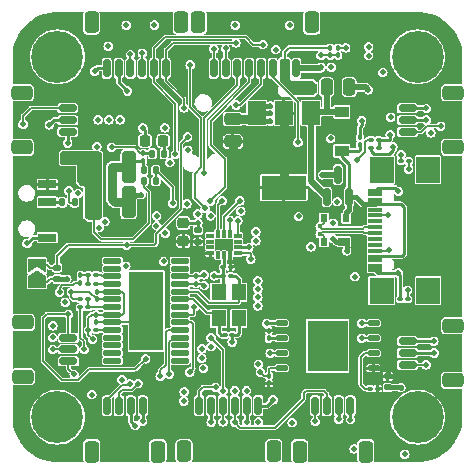
<source format=gbr>
%TF.GenerationSoftware,KiCad,Pcbnew,(6.0.4)*%
%TF.CreationDate,2023-01-18T12:07:05-06:00*%
%TF.ProjectId,Flight_Controller,466c6967-6874-45f4-936f-6e74726f6c6c,rev?*%
%TF.SameCoordinates,Original*%
%TF.FileFunction,Copper,L8,Bot*%
%TF.FilePolarity,Positive*%
%FSLAX46Y46*%
G04 Gerber Fmt 4.6, Leading zero omitted, Abs format (unit mm)*
G04 Created by KiCad (PCBNEW (6.0.4)) date 2023-01-18 12:07:05*
%MOMM*%
%LPD*%
G01*
G04 APERTURE LIST*
G04 Aperture macros list*
%AMRoundRect*
0 Rectangle with rounded corners*
0 $1 Rounding radius*
0 $2 $3 $4 $5 $6 $7 $8 $9 X,Y pos of 4 corners*
0 Add a 4 corners polygon primitive as box body*
4,1,4,$2,$3,$4,$5,$6,$7,$8,$9,$2,$3,0*
0 Add four circle primitives for the rounded corners*
1,1,$1+$1,$2,$3*
1,1,$1+$1,$4,$5*
1,1,$1+$1,$6,$7*
1,1,$1+$1,$8,$9*
0 Add four rect primitives between the rounded corners*
20,1,$1+$1,$2,$3,$4,$5,0*
20,1,$1+$1,$4,$5,$6,$7,0*
20,1,$1+$1,$6,$7,$8,$9,0*
20,1,$1+$1,$8,$9,$2,$3,0*%
%AMFreePoly0*
4,1,6,1.000000,0.000000,0.500000,-0.750000,-0.500000,-0.750000,-0.500000,0.750000,0.500000,0.750000,1.000000,0.000000,1.000000,0.000000,$1*%
%AMFreePoly1*
4,1,6,0.500000,-0.750000,-0.650000,-0.750000,-0.150000,0.000000,-0.650000,0.750000,0.500000,0.750000,0.500000,-0.750000,0.500000,-0.750000,$1*%
G04 Aperture macros list end*
%TA.AperFunction,ComponentPad*%
%ADD10C,0.700000*%
%TD*%
%TA.AperFunction,ComponentPad*%
%ADD11C,4.400000*%
%TD*%
%TA.AperFunction,SMDPad,CuDef*%
%ADD12RoundRect,0.100000X0.130000X0.100000X-0.130000X0.100000X-0.130000X-0.100000X0.130000X-0.100000X0*%
%TD*%
%TA.AperFunction,SMDPad,CuDef*%
%ADD13RoundRect,0.250000X0.475000X-0.250000X0.475000X0.250000X-0.475000X0.250000X-0.475000X-0.250000X0*%
%TD*%
%TA.AperFunction,SMDPad,CuDef*%
%ADD14RoundRect,0.150000X-0.150000X-0.625000X0.150000X-0.625000X0.150000X0.625000X-0.150000X0.625000X0*%
%TD*%
%TA.AperFunction,SMDPad,CuDef*%
%ADD15RoundRect,0.250000X-0.350000X-0.650000X0.350000X-0.650000X0.350000X0.650000X-0.350000X0.650000X0*%
%TD*%
%TA.AperFunction,SMDPad,CuDef*%
%ADD16RoundRect,0.100000X-0.130000X-0.100000X0.130000X-0.100000X0.130000X0.100000X-0.130000X0.100000X0*%
%TD*%
%TA.AperFunction,SMDPad,CuDef*%
%ADD17RoundRect,0.135000X0.135000X0.185000X-0.135000X0.185000X-0.135000X-0.185000X0.135000X-0.185000X0*%
%TD*%
%TA.AperFunction,SMDPad,CuDef*%
%ADD18RoundRect,0.225000X0.225000X0.250000X-0.225000X0.250000X-0.225000X-0.250000X0.225000X-0.250000X0*%
%TD*%
%TA.AperFunction,SMDPad,CuDef*%
%ADD19R,1.200000X1.400000*%
%TD*%
%TA.AperFunction,SMDPad,CuDef*%
%ADD20RoundRect,0.100000X0.100000X-0.130000X0.100000X0.130000X-0.100000X0.130000X-0.100000X-0.130000X0*%
%TD*%
%TA.AperFunction,SMDPad,CuDef*%
%ADD21RoundRect,0.250000X-0.250000X-0.475000X0.250000X-0.475000X0.250000X0.475000X-0.250000X0.475000X0*%
%TD*%
%TA.AperFunction,SMDPad,CuDef*%
%ADD22RoundRect,0.150000X0.150000X-0.587500X0.150000X0.587500X-0.150000X0.587500X-0.150000X-0.587500X0*%
%TD*%
%TA.AperFunction,SMDPad,CuDef*%
%ADD23RoundRect,0.135000X-0.135000X-0.185000X0.135000X-0.185000X0.135000X0.185000X-0.135000X0.185000X0*%
%TD*%
%TA.AperFunction,SMDPad,CuDef*%
%ADD24RoundRect,0.026400X-0.443600X-0.193600X0.443600X-0.193600X0.443600X0.193600X-0.443600X0.193600X0*%
%TD*%
%TA.AperFunction,SMDPad,CuDef*%
%ADD25R,3.400000X4.300000*%
%TD*%
%TA.AperFunction,SMDPad,CuDef*%
%ADD26RoundRect,0.150000X-0.625000X0.150000X-0.625000X-0.150000X0.625000X-0.150000X0.625000X0.150000X0*%
%TD*%
%TA.AperFunction,SMDPad,CuDef*%
%ADD27RoundRect,0.250000X-0.650000X0.350000X-0.650000X-0.350000X0.650000X-0.350000X0.650000X0.350000X0*%
%TD*%
%TA.AperFunction,SMDPad,CuDef*%
%ADD28RoundRect,0.140000X-0.170000X0.140000X-0.170000X-0.140000X0.170000X-0.140000X0.170000X0.140000X0*%
%TD*%
%TA.AperFunction,SMDPad,CuDef*%
%ADD29RoundRect,0.100000X-0.100000X0.130000X-0.100000X-0.130000X0.100000X-0.130000X0.100000X0.130000X0*%
%TD*%
%TA.AperFunction,SMDPad,CuDef*%
%ADD30R,1.500000X0.700000*%
%TD*%
%TA.AperFunction,SMDPad,CuDef*%
%ADD31RoundRect,0.140000X0.170000X-0.140000X0.170000X0.140000X-0.170000X0.140000X-0.170000X-0.140000X0*%
%TD*%
%TA.AperFunction,SMDPad,CuDef*%
%ADD32R,1.500000X2.000000*%
%TD*%
%TA.AperFunction,SMDPad,CuDef*%
%ADD33R,3.800000X2.000000*%
%TD*%
%TA.AperFunction,SMDPad,CuDef*%
%ADD34RoundRect,0.150000X0.150000X0.625000X-0.150000X0.625000X-0.150000X-0.625000X0.150000X-0.625000X0*%
%TD*%
%TA.AperFunction,SMDPad,CuDef*%
%ADD35RoundRect,0.250000X0.350000X0.650000X-0.350000X0.650000X-0.350000X-0.650000X0.350000X-0.650000X0*%
%TD*%
%TA.AperFunction,SMDPad,CuDef*%
%ADD36RoundRect,0.150000X0.625000X-0.150000X0.625000X0.150000X-0.625000X0.150000X-0.625000X-0.150000X0*%
%TD*%
%TA.AperFunction,SMDPad,CuDef*%
%ADD37RoundRect,0.250000X0.650000X-0.350000X0.650000X0.350000X-0.650000X0.350000X-0.650000X-0.350000X0*%
%TD*%
%TA.AperFunction,SMDPad,CuDef*%
%ADD38R,1.200000X0.900000*%
%TD*%
%TA.AperFunction,SMDPad,CuDef*%
%ADD39RoundRect,0.225000X0.250000X-0.225000X0.250000X0.225000X-0.250000X0.225000X-0.250000X-0.225000X0*%
%TD*%
%TA.AperFunction,SMDPad,CuDef*%
%ADD40RoundRect,0.250000X-0.325000X-1.100000X0.325000X-1.100000X0.325000X1.100000X-0.325000X1.100000X0*%
%TD*%
%TA.AperFunction,SMDPad,CuDef*%
%ADD41R,1.000000X0.700000*%
%TD*%
%TA.AperFunction,SMDPad,CuDef*%
%ADD42R,0.600000X0.700000*%
%TD*%
%TA.AperFunction,SMDPad,CuDef*%
%ADD43FreePoly0,90.000000*%
%TD*%
%TA.AperFunction,SMDPad,CuDef*%
%ADD44FreePoly1,90.000000*%
%TD*%
%TA.AperFunction,SMDPad,CuDef*%
%ADD45RoundRect,0.020500X0.719500X0.184500X-0.719500X0.184500X-0.719500X-0.184500X0.719500X-0.184500X0*%
%TD*%
%TA.AperFunction,SMDPad,CuDef*%
%ADD46R,2.850000X6.700000*%
%TD*%
%TA.AperFunction,SMDPad,CuDef*%
%ADD47R,1.150000X0.300000*%
%TD*%
%TA.AperFunction,SMDPad,CuDef*%
%ADD48R,2.000000X2.180000*%
%TD*%
%TA.AperFunction,SMDPad,CuDef*%
%ADD49RoundRect,0.031500X0.263500X0.143500X-0.263500X0.143500X-0.263500X-0.143500X0.263500X-0.143500X0*%
%TD*%
%TA.AperFunction,SMDPad,CuDef*%
%ADD50RoundRect,0.031500X0.143500X-0.263500X0.143500X0.263500X-0.143500X0.263500X-0.143500X-0.263500X0*%
%TD*%
%TA.AperFunction,SMDPad,CuDef*%
%ADD51RoundRect,0.031500X-0.263500X-0.143500X0.263500X-0.143500X0.263500X0.143500X-0.263500X0.143500X0*%
%TD*%
%TA.AperFunction,SMDPad,CuDef*%
%ADD52RoundRect,0.031500X-0.143500X0.263500X-0.143500X-0.263500X0.143500X-0.263500X0.143500X0.263500X0*%
%TD*%
%TA.AperFunction,ViaPad*%
%ADD53C,0.508000*%
%TD*%
%TA.AperFunction,ViaPad*%
%ADD54C,0.400000*%
%TD*%
%TA.AperFunction,Conductor*%
%ADD55C,0.254000*%
%TD*%
%TA.AperFunction,Conductor*%
%ADD56C,0.127000*%
%TD*%
%TA.AperFunction,Conductor*%
%ADD57C,0.203200*%
%TD*%
%TA.AperFunction,Conductor*%
%ADD58C,0.381000*%
%TD*%
%TA.AperFunction,Conductor*%
%ADD59C,0.508000*%
%TD*%
%TA.AperFunction,Conductor*%
%ADD60C,0.762000*%
%TD*%
%TA.AperFunction,Conductor*%
%ADD61C,0.250000*%
%TD*%
%TA.AperFunction,Conductor*%
%ADD62C,0.131318*%
%TD*%
G04 APERTURE END LIST*
D10*
%TO.P,H3,1*%
%TO.N,N/C*%
X122510000Y-94110000D03*
D11*
X122510000Y-92460000D03*
D10*
X123676726Y-91293274D03*
X121343274Y-93626726D03*
X123676726Y-93626726D03*
X124160000Y-92460000D03*
X121343274Y-91293274D03*
X122510000Y-90810000D03*
X120860000Y-92460000D03*
%TD*%
%TO.P,H4,1*%
%TO.N,N/C*%
X121343274Y-63126726D03*
X123676726Y-60793274D03*
X121343274Y-60793274D03*
X122510000Y-60310000D03*
X122510000Y-63610000D03*
D11*
X122510000Y-61960000D03*
D10*
X124160000Y-61960000D03*
X120860000Y-61960000D03*
X123676726Y-63126726D03*
%TD*%
%TO.P,H1,1*%
%TO.N,N/C*%
X154176732Y-60793272D03*
X151843280Y-60793272D03*
X151843280Y-63126724D03*
X153010006Y-63609998D03*
X154660006Y-61959998D03*
X154176732Y-63126724D03*
D11*
X153010006Y-61959998D03*
D10*
X151360006Y-61959998D03*
X153010006Y-60309998D03*
%TD*%
%TO.P,H2,1*%
%TO.N,N/C*%
X154176726Y-93626726D03*
X153010000Y-90810000D03*
X154176726Y-91293274D03*
X154660000Y-92460000D03*
X151843274Y-91293274D03*
X153010000Y-94110000D03*
X151360000Y-92460000D03*
D11*
X153010000Y-92460000D03*
D10*
X151843274Y-93626726D03*
%TD*%
D12*
%TO.P,C10,1*%
%TO.N,+3V3*%
X137190000Y-79750000D03*
%TO.P,C10,2*%
%TO.N,GND*%
X136550000Y-79750000D03*
%TD*%
D13*
%TO.P,C22,1*%
%TO.N,+3V3*%
X137360000Y-69120000D03*
%TO.P,C22,2*%
%TO.N,GND*%
X137360000Y-67220000D03*
%TD*%
D12*
%TO.P,C1,1*%
%TO.N,OSD_HSE_IN*%
X137190000Y-80500000D03*
%TO.P,C1,2*%
%TO.N,GND*%
X136550000Y-80500000D03*
%TD*%
D14*
%TO.P,J5,1*%
%TO.N,ESC_TEL_RX*%
X135750000Y-62925000D03*
%TO.P,J5,2*%
%TO.N,ADC_Current*%
X136750000Y-62925000D03*
%TO.P,J5,3*%
%TO.N,Motor 4*%
X137750000Y-62925000D03*
%TO.P,J5,4*%
%TO.N,Motor 3*%
X138750000Y-62925000D03*
%TO.P,J5,5*%
%TO.N,Motor 2*%
X139750000Y-62925000D03*
%TO.P,J5,6*%
%TO.N,Motor 1*%
X140750000Y-62925000D03*
%TO.P,J5,7*%
%TO.N,+BATT*%
X141750000Y-62925000D03*
%TO.P,J5,8*%
%TO.N,GND*%
X142750000Y-62925000D03*
D15*
%TO.P,J5,MP*%
%TO.N,N/C*%
X144050000Y-59050000D03*
X134450000Y-59050000D03*
%TD*%
D16*
%TO.P,C2,1*%
%TO.N,OSD_HSE_OUT*%
X136665000Y-85510000D03*
%TO.P,C2,2*%
%TO.N,GND*%
X137305000Y-85510000D03*
%TD*%
D17*
%TO.P,R20,1*%
%TO.N,V_SENSE1*%
X130840000Y-71570000D03*
%TO.P,R20,2*%
%TO.N,GND*%
X129820000Y-71570000D03*
%TD*%
D12*
%TO.P,R1,1*%
%TO.N,Net-(C3-Pad2)*%
X125095000Y-82475000D03*
%TO.P,R1,2*%
%TO.N,GND*%
X124455000Y-82475000D03*
%TD*%
%TO.P,R5,1*%
%TO.N,+3V3*%
X149620000Y-90050000D03*
%TO.P,R5,2*%
%TO.N,Net-(R5-Pad2)*%
X148980000Y-90050000D03*
%TD*%
D18*
%TO.P,C27,1*%
%TO.N,Net-(C27-Pad1)*%
X131475000Y-69075000D03*
%TO.P,C27,2*%
%TO.N,GND*%
X129925000Y-69075000D03*
%TD*%
D12*
%TO.P,C8,1*%
%TO.N,Net-(C8-Pad1)*%
X125780000Y-81185000D03*
%TO.P,C8,2*%
%TO.N,Net-(C5-Pad2)*%
X125140000Y-81185000D03*
%TD*%
D14*
%TO.P,J8,1,Pin_1*%
%TO.N,+5V*%
X126700000Y-62925000D03*
%TO.P,J8,2,Pin_2*%
%TO.N,GND*%
X127700000Y-62925000D03*
%TO.P,J8,3,Pin_3*%
%TO.N,GPS_TX*%
X128700000Y-62925000D03*
%TO.P,J8,4,Pin_4*%
%TO.N,GPS_RX*%
X129700000Y-62925000D03*
%TO.P,J8,5,Pin_5*%
%TO.N,GPS_I2C_SDA*%
X130700000Y-62925000D03*
%TO.P,J8,6,Pin_6*%
%TO.N,GPS_I2C_SCL*%
X131700000Y-62925000D03*
D15*
%TO.P,J8,MP*%
%TO.N,N/C*%
X133000000Y-59050000D03*
X125400000Y-59050000D03*
%TD*%
D19*
%TO.P,Y1,1,1*%
%TO.N,OSD_HSE_IN*%
X137860000Y-81910000D03*
%TO.P,Y1,2,2*%
%TO.N,GND*%
X137860000Y-84110000D03*
%TO.P,Y1,3,3*%
%TO.N,OSD_HSE_OUT*%
X136160000Y-84110000D03*
%TO.P,Y1,4,4*%
%TO.N,GND*%
X136160000Y-81910000D03*
%TD*%
D20*
%TO.P,R25,1*%
%TO.N,ADC_BATT*%
X146280000Y-61840000D03*
%TO.P,R25,2*%
%TO.N,GND*%
X146280000Y-61200000D03*
%TD*%
D21*
%TO.P,C15,1*%
%TO.N,Net-(C15-Pad1)*%
X145310000Y-64530000D03*
%TO.P,C15,2*%
%TO.N,GND*%
X147210000Y-64530000D03*
%TD*%
D22*
%TO.P,Q1,1,G*%
%TO.N,VBUS*%
X147210000Y-73807500D03*
%TO.P,Q1,2,S*%
%TO.N,Net-(C15-Pad1)*%
X145310000Y-73807500D03*
%TO.P,Q1,3,D*%
%TO.N,+5V*%
X146260000Y-71932500D03*
%TD*%
D16*
%TO.P,C3,1*%
%TO.N,VIDEO_IN*%
X124455000Y-83175000D03*
%TO.P,C3,2*%
%TO.N,Net-(C3-Pad2)*%
X125095000Y-83175000D03*
%TD*%
D23*
%TO.P,R19,1*%
%TO.N,+9V*%
X129830000Y-72470000D03*
%TO.P,R19,2*%
%TO.N,V_SENSE1*%
X130850000Y-72470000D03*
%TD*%
D24*
%TO.P,U4,1,CS*%
%TO.N,Flash_CS*%
X141485000Y-88330000D03*
%TO.P,U4,2,DO/IO1*%
%TO.N,Flash_MISO*%
X141485000Y-87060000D03*
%TO.P,U4,3,WP/IO2*%
%TO.N,Net-(R4-Pad2)*%
X141485000Y-85790000D03*
%TO.P,U4,4,GND*%
%TO.N,GND*%
X141485000Y-84520000D03*
%TO.P,U4,5,DI/IO0*%
%TO.N,Flash_MOSI*%
X149275000Y-84520000D03*
%TO.P,U4,6,CLOCK*%
%TO.N,Flash_CLK*%
X149275000Y-85790000D03*
%TO.P,U4,7,HOLD/IO3*%
%TO.N,Net-(R5-Pad2)*%
X149275000Y-87060000D03*
%TO.P,U4,8,VCC*%
%TO.N,+3V3*%
X149275000Y-88330000D03*
D25*
%TO.P,U4,9,EP*%
%TO.N,GND*%
X145380000Y-86425000D03*
%TD*%
D26*
%TO.P,J2,1,Pin_1*%
%TO.N,GND*%
X152160000Y-86035000D03*
%TO.P,J2,2,Pin_2*%
%TO.N,+5V*%
X152160000Y-87035000D03*
%TO.P,J2,3,Pin_3*%
%TO.N,LED_STRIP*%
X152160000Y-88035000D03*
D27*
%TO.P,J2,MP*%
%TO.N,N/C*%
X156035000Y-89335000D03*
X156035000Y-84735000D03*
%TD*%
D28*
%TO.P,C43,1*%
%TO.N,NRST*%
X122500000Y-79820000D03*
%TO.P,C43,2*%
%TO.N,GND*%
X122500000Y-80780000D03*
%TD*%
D29*
%TO.P,R3,1*%
%TO.N,Net-(C5-Pad2)*%
X124460000Y-80465000D03*
%TO.P,R3,2*%
%TO.N,VIDEO_OUT*%
X124460000Y-81105000D03*
%TD*%
%TO.P,C6,1*%
%TO.N,+5V*%
X134260000Y-80540000D03*
%TO.P,C6,2*%
%TO.N,GND*%
X134260000Y-81180000D03*
%TD*%
D12*
%TO.P,R2,1*%
%TO.N,Net-(R2-Pad1)*%
X125780000Y-85085000D03*
%TO.P,R2,2*%
%TO.N,+5V*%
X125140000Y-85085000D03*
%TD*%
%TO.P,C5,1*%
%TO.N,Net-(C5-Pad1)*%
X125780000Y-80435000D03*
%TO.P,C5,2*%
%TO.N,Net-(C5-Pad2)*%
X125140000Y-80435000D03*
%TD*%
D29*
%TO.P,C25,1*%
%TO.N,Net-(C25-Pad1)*%
X129800000Y-70105000D03*
%TO.P,C25,2*%
%TO.N,GND*%
X129800000Y-70745000D03*
%TD*%
D12*
%TO.P,R10,1*%
%TO.N,Net-(P1-PadB5)*%
X152170000Y-82475000D03*
%TO.P,R10,2*%
%TO.N,GND*%
X151530000Y-82475000D03*
%TD*%
D30*
%TO.P,SW1,1,A*%
%TO.N,GND*%
X121660000Y-77260000D03*
%TO.P,SW1,2,B*%
%TO.N,Net-(R26-Pad1)*%
X121660000Y-74260000D03*
%TO.P,SW1,3,C*%
%TO.N,+3V3*%
X121660000Y-72760000D03*
%TD*%
D26*
%TO.P,J1,1,Pin_1*%
%TO.N,GND*%
X152160000Y-66310000D03*
%TO.P,J1,2,Pin_2*%
%TO.N,+5V*%
X152160000Y-67310000D03*
%TO.P,J1,3,Pin_3*%
%TO.N,LED_STRIP*%
X152160000Y-68310000D03*
D27*
%TO.P,J1,MP*%
%TO.N,N/C*%
X156035000Y-69610000D03*
X156035000Y-65010000D03*
%TD*%
D31*
%TO.P,C4,1*%
%TO.N,+3V3*%
X134400000Y-77605000D03*
%TO.P,C4,2*%
%TO.N,GND*%
X134400000Y-76645000D03*
%TD*%
D32*
%TO.P,U5,1,GND*%
%TO.N,GND*%
X139390000Y-66730000D03*
%TO.P,U5,2,VO*%
%TO.N,+3V3*%
X141690000Y-66730000D03*
D33*
X141690000Y-73030000D03*
D32*
%TO.P,U5,3,VI*%
%TO.N,Net-(C15-Pad1)*%
X143990000Y-66730000D03*
%TD*%
D34*
%TO.P,J6,1,Pin_1*%
%TO.N,GND*%
X129725000Y-91500000D03*
%TO.P,J6,2,Pin_2*%
%TO.N,+5V*%
X128725000Y-91500000D03*
%TO.P,J6,3,Pin_3*%
%TO.N,RADIO_RX*%
X127725000Y-91500000D03*
%TO.P,J6,4,Pin_4*%
%TO.N,RADIO_TX*%
X126725000Y-91500000D03*
D35*
%TO.P,J6,MP*%
%TO.N,N/C*%
X131025000Y-95375000D03*
X125425000Y-95375000D03*
%TD*%
D29*
%TO.P,C9,1*%
%TO.N,+5V*%
X125810000Y-83790000D03*
%TO.P,C9,2*%
%TO.N,GND*%
X125810000Y-84430000D03*
%TD*%
D36*
%TO.P,J3,1,Pin_1*%
%TO.N,GND*%
X123385000Y-68310000D03*
%TO.P,J3,2,Pin_2*%
%TO.N,+5V*%
X123385000Y-67310000D03*
%TO.P,J3,3,Pin_3*%
%TO.N,LED_STRIP*%
X123385000Y-66310000D03*
D37*
%TO.P,J3,MP*%
%TO.N,N/C*%
X119510000Y-65010000D03*
X119510000Y-69610000D03*
%TD*%
D12*
%TO.P,R22,1*%
%TO.N,V_SENSE2*%
X149700000Y-69640000D03*
%TO.P,R22,2*%
%TO.N,GND*%
X149060000Y-69640000D03*
%TD*%
D38*
%TO.P,D1,1,K*%
%TO.N,Net-(C15-Pad1)*%
X146580000Y-66620000D03*
%TO.P,D1,2,A*%
%TO.N,VBUS*%
X146580000Y-69920000D03*
%TD*%
D16*
%TO.P,R9,1*%
%TO.N,GND*%
X151605000Y-70800000D03*
%TO.P,R9,2*%
%TO.N,Net-(P1-PadA5)*%
X152245000Y-70800000D03*
%TD*%
D23*
%TO.P,R26,1*%
%TO.N,Net-(R26-Pad1)*%
X122940000Y-74275000D03*
%TO.P,R26,2*%
%TO.N,BOOT0*%
X123960000Y-74275000D03*
%TD*%
D39*
%TO.P,C7,1*%
%TO.N,+3V3*%
X133175000Y-77575000D03*
%TO.P,C7,2*%
%TO.N,GND*%
X133175000Y-76025000D03*
%TD*%
D23*
%TO.P,R17,1*%
%TO.N,Net-(C25-Pad1)*%
X130540000Y-70150000D03*
%TO.P,R17,2*%
%TO.N,Net-(C27-Pad1)*%
X131560000Y-70150000D03*
%TD*%
D40*
%TO.P,C29,1*%
%TO.N,+9V*%
X125600000Y-71300000D03*
%TO.P,C29,2*%
%TO.N,GND*%
X128550000Y-71300000D03*
%TD*%
D31*
%TO.P,C14,1*%
%TO.N,GND*%
X150475000Y-89955000D03*
%TO.P,C14,2*%
%TO.N,+3V3*%
X150475000Y-88995000D03*
%TD*%
D29*
%TO.P,C11,1*%
%TO.N,+5V*%
X125825000Y-81855000D03*
%TO.P,C11,2*%
%TO.N,GND*%
X125825000Y-82495000D03*
%TD*%
%TO.P,R24,1*%
%TO.N,+BATT*%
X145620000Y-61200000D03*
%TO.P,R24,2*%
%TO.N,ADC_BATT*%
X145620000Y-61840000D03*
%TD*%
D40*
%TO.P,C31,1*%
%TO.N,+9V*%
X125600000Y-74250000D03*
%TO.P,C31,2*%
%TO.N,GND*%
X128550000Y-74250000D03*
%TD*%
D36*
%TO.P,J4,1,Pin_1*%
%TO.N,GND*%
X123450000Y-87730000D03*
%TO.P,J4,2,Pin_2*%
%TO.N,+5V*%
X123450000Y-86730000D03*
%TO.P,J4,3,Pin_3*%
%TO.N,LED_STRIP*%
X123450000Y-85730000D03*
D37*
%TO.P,J4,MP*%
%TO.N,N/C*%
X119575000Y-84430000D03*
X119575000Y-89030000D03*
%TD*%
D34*
%TO.P,J11,1,Pin_1*%
%TO.N,+5V*%
X147325000Y-91500000D03*
%TO.P,J11,2,Pin_2*%
%TO.N,GND*%
X146325000Y-91500000D03*
%TO.P,J11,3,Pin_3*%
%TO.N,DJI_TX*%
X145325000Y-91500000D03*
%TO.P,J11,4,Pin_4*%
%TO.N,VIDEO_OUT*%
X144325000Y-91500000D03*
D35*
%TO.P,J11,MP*%
%TO.N,N/C*%
X143025000Y-95375000D03*
X148625000Y-95375000D03*
%TD*%
D20*
%TO.P,R8,1*%
%TO.N,+3V3*%
X140425000Y-89595000D03*
%TO.P,R8,2*%
%TO.N,Flash_CS*%
X140425000Y-88955000D03*
%TD*%
D41*
%TO.P,D2,1,GND*%
%TO.N,GND*%
X146770000Y-77620000D03*
D42*
%TO.P,D2,2,I/O1*%
%TO.N,/Connectors/D-*%
X145070000Y-77620000D03*
%TO.P,D2,3,I/O2*%
%TO.N,/Connectors/D+*%
X145070000Y-75620000D03*
%TO.P,D2,4,VCC*%
%TO.N,VBUS*%
X146970000Y-75620000D03*
%TD*%
D43*
%TO.P,JP1,1,A*%
%TO.N,GND*%
X120775000Y-81025000D03*
D44*
%TO.P,JP1,2,B*%
%TO.N,NRST*%
X120775000Y-79575000D03*
%TD*%
D45*
%TO.P,U2,1*%
%TO.N,N/C*%
X132910000Y-79235000D03*
%TO.P,U2,2*%
X132910000Y-79885000D03*
%TO.P,U2,3,DVDD*%
%TO.N,+5V*%
X132910000Y-80535000D03*
%TO.P,U2,4,DGND*%
%TO.N,GND*%
X132910000Y-81185000D03*
%TO.P,U2,5,CLKIN*%
%TO.N,OSD_HSE_IN*%
X132910000Y-81835000D03*
%TO.P,U2,6,XFB*%
%TO.N,OSD_HSE_OUT*%
X132910000Y-82485000D03*
%TO.P,U2,7,CLKOUT*%
%TO.N,unconnected-(U2-Pad7)*%
X132910000Y-83135000D03*
%TO.P,U2,8,~{CS}*%
%TO.N,OSD_CS*%
X132910000Y-83785000D03*
%TO.P,U2,9,SDIN*%
%TO.N,OSD_MOSI*%
X132910000Y-84435000D03*
%TO.P,U2,10,SCLK*%
%TO.N,OSD_CLK*%
X132910000Y-85085000D03*
%TO.P,U2,11,SDOUT*%
%TO.N,OSD_MISO*%
X132910000Y-85735000D03*
%TO.P,U2,12,LOS*%
%TO.N,unconnected-(U2-Pad12)*%
X132910000Y-86385000D03*
%TO.P,U2,13*%
%TO.N,N/C*%
X132910000Y-87035000D03*
%TO.P,U2,14*%
X132910000Y-87685000D03*
%TO.P,U2,15*%
X127160000Y-87685000D03*
%TO.P,U2,16*%
X127160000Y-87035000D03*
%TO.P,U2,17,~{VSYNC}*%
%TO.N,unconnected-(U2-Pad17)*%
X127160000Y-86385000D03*
%TO.P,U2,18,~{HSYNC}*%
%TO.N,unconnected-(U2-Pad18)*%
X127160000Y-85735000D03*
%TO.P,U2,19,~{RESET}*%
%TO.N,Net-(R2-Pad1)*%
X127160000Y-85085000D03*
%TO.P,U2,20,AGND*%
%TO.N,GND*%
X127160000Y-84435000D03*
%TO.P,U2,21,AVDD*%
%TO.N,+5V*%
X127160000Y-83785000D03*
%TO.P,U2,22,VIN*%
%TO.N,Net-(C3-Pad2)*%
X127160000Y-83135000D03*
%TO.P,U2,23,PGND*%
%TO.N,GND*%
X127160000Y-82485000D03*
%TO.P,U2,24,PVDD*%
%TO.N,+5V*%
X127160000Y-81835000D03*
%TO.P,U2,25,SAG*%
%TO.N,Net-(C8-Pad1)*%
X127160000Y-81185000D03*
%TO.P,U2,26,VOUT*%
%TO.N,Net-(C5-Pad1)*%
X127160000Y-80535000D03*
%TO.P,U2,27*%
%TO.N,N/C*%
X127160000Y-79885000D03*
%TO.P,U2,28*%
X127160000Y-79235000D03*
D46*
%TO.P,U2,29,EP*%
%TO.N,GND*%
X130035000Y-83460000D03*
%TD*%
D16*
%TO.P,R21,1*%
%TO.N,+5V*%
X149060000Y-68990000D03*
%TO.P,R21,2*%
%TO.N,V_SENSE2*%
X149700000Y-68990000D03*
%TD*%
D34*
%TO.P,J7,1,Pin_1*%
%TO.N,+9V*%
X139530000Y-91490000D03*
%TO.P,J7,2,Pin_2*%
%TO.N,GND*%
X138530000Y-91490000D03*
%TO.P,J7,3,Pin_3*%
%TO.N,DJI_TX*%
X137530000Y-91490000D03*
%TO.P,J7,4,Pin_4*%
%TO.N,DJI_RX*%
X136530000Y-91490000D03*
%TO.P,J7,5,Pin_5*%
%TO.N,GND*%
X135530000Y-91490000D03*
%TO.P,J7,6,Pin_6*%
%TO.N,DJI_SBUS*%
X134530000Y-91490000D03*
D35*
%TO.P,J7,MP*%
%TO.N,N/C*%
X133230000Y-95365000D03*
X140830000Y-95365000D03*
%TD*%
D47*
%TO.P,P1,A1,GND*%
%TO.N,GND*%
X149392000Y-73290000D03*
%TO.P,P1,A4,VBUS*%
%TO.N,VBUS*%
X149392000Y-74090000D03*
%TO.P,P1,A5,CC*%
%TO.N,Net-(P1-PadA5)*%
X149392000Y-75390000D03*
%TO.P,P1,A6,D+*%
%TO.N,/Connectors/D+*%
X149392000Y-76390000D03*
%TO.P,P1,A7,D-*%
%TO.N,/Connectors/D-*%
X149392000Y-76890000D03*
%TO.P,P1,A8*%
%TO.N,N/C*%
X149392000Y-77890000D03*
%TO.P,P1,A9,VBUS*%
%TO.N,VBUS*%
X149392000Y-79190000D03*
%TO.P,P1,A12,GND*%
%TO.N,GND*%
X149392000Y-79990000D03*
%TO.P,P1,B1,GND*%
X149392000Y-79690000D03*
%TO.P,P1,B4,VBUS*%
%TO.N,VBUS*%
X149392000Y-78890000D03*
%TO.P,P1,B5,VCONN*%
%TO.N,Net-(P1-PadB5)*%
X149392000Y-78390000D03*
%TO.P,P1,B6*%
%TO.N,N/C*%
X149392000Y-77390000D03*
%TO.P,P1,B7*%
X149392000Y-75890000D03*
%TO.P,P1,B8*%
X149392000Y-74890000D03*
%TO.P,P1,B9,VBUS*%
%TO.N,VBUS*%
X149392000Y-74390000D03*
%TO.P,P1,B12,GND*%
%TO.N,GND*%
X149392000Y-73590000D03*
D48*
%TO.P,P1,MP1*%
%TO.N,N/C*%
X153897000Y-71530000D03*
%TO.P,P1,MP2*%
X153897000Y-81750000D03*
%TO.P,P1,MP3*%
X149967000Y-71530000D03*
%TO.P,P1,MP4*%
X149967000Y-81750000D03*
%TD*%
D29*
%TO.P,R4,1*%
%TO.N,+3V3*%
X140400000Y-85155000D03*
%TO.P,R4,2*%
%TO.N,Net-(R4-Pad2)*%
X140400000Y-85795000D03*
%TD*%
D20*
%TO.P,R28,1*%
%TO.N,VBUS*%
X148140000Y-69410000D03*
%TO.P,R28,2*%
%TO.N,GND*%
X148140000Y-68770000D03*
%TD*%
D49*
%TO.P,U1,1,AP_SDO/AP_AD0*%
%TO.N,GYRO_MISO*%
X137777500Y-77100000D03*
%TO.P,U1,2,RESV_2*%
%TO.N,unconnected-(U1-Pad2)*%
X137777500Y-77600000D03*
%TO.P,U1,3,RESV_3*%
%TO.N,GND*%
X137777500Y-78100000D03*
%TO.P,U1,4,INT1/INT*%
%TO.N,GYRO_INT1*%
X137777500Y-78600000D03*
D50*
%TO.P,U1,5,VDDIO*%
%TO.N,+3V3*%
X137112500Y-78765000D03*
%TO.P,U1,6,GND*%
%TO.N,GND*%
X136612500Y-78765000D03*
%TO.P,U1,7,RESV_7*%
%TO.N,unconnected-(U1-Pad7)*%
X136112500Y-78765000D03*
D51*
%TO.P,U1,8,VDD*%
%TO.N,+3V3*%
X135447500Y-78600000D03*
%TO.P,U1,9,INT2/FSYNC/CLKIN*%
%TO.N,unconnected-(U1-Pad9)*%
X135447500Y-78100000D03*
%TO.P,U1,10,RESV_10*%
%TO.N,unconnected-(U1-Pad10)*%
X135447500Y-77600000D03*
%TO.P,U1,11,RESV_11*%
%TO.N,unconnected-(U1-Pad11)*%
X135447500Y-77100000D03*
D52*
%TO.P,U1,12,AP_CS*%
%TO.N,GYRO_CS*%
X136112500Y-76935000D03*
%TO.P,U1,13,AP_SCL/AP_SCLK*%
%TO.N,GYRO_SCK*%
X136612500Y-76935000D03*
%TO.P,U1,14,AP_SDA/AP_SDIO/AP_SDI*%
%TO.N,GYRO_MOSI*%
X137112500Y-76935000D03*
%TD*%
D53*
%TO.N,+3V3*%
X137940000Y-79750000D03*
X135450000Y-79620000D03*
%TO.N,GND*%
X140530000Y-66110000D03*
X140520000Y-67410000D03*
X140520000Y-66730000D03*
%TO.N,+5V*%
X147890000Y-70720000D03*
%TO.N,GND*%
X128300000Y-79690000D03*
X148850000Y-64750000D03*
X129750000Y-67980000D03*
X131600000Y-67975000D03*
X129600000Y-73625000D03*
X137300000Y-86100000D03*
X123300000Y-80775000D03*
X153750000Y-66330000D03*
X145690000Y-62840000D03*
X151360000Y-80260000D03*
X130120000Y-84900000D03*
X125970000Y-67290000D03*
X123690000Y-81890000D03*
X142925000Y-75475000D03*
X124275000Y-73525000D03*
X123380000Y-69250000D03*
X144520000Y-85070000D03*
X128440000Y-64850000D03*
X127980000Y-89280000D03*
X133550000Y-69860000D03*
X134940000Y-81320000D03*
X127150000Y-71300000D03*
X151930000Y-95610000D03*
X146250000Y-88120000D03*
X129240000Y-85770000D03*
X146330000Y-92640000D03*
X139530000Y-92880000D03*
X145874994Y-76049988D03*
X128340000Y-59280000D03*
X147000000Y-78375000D03*
X142170000Y-59270000D03*
X144540000Y-88070000D03*
X123930000Y-88850000D03*
X144840000Y-62850000D03*
X138710000Y-78100000D03*
X134400000Y-76020000D03*
X122120000Y-85720000D03*
X150910000Y-69590000D03*
X126860000Y-67290000D03*
X137570000Y-59270000D03*
X140225000Y-84525000D03*
X139530000Y-87980000D03*
X151390000Y-73350000D03*
X150070000Y-63280000D03*
X135530000Y-92880000D03*
X135800000Y-80500000D03*
X151610000Y-70260000D03*
X146200000Y-85080000D03*
X119940000Y-77750000D03*
X143980000Y-78040000D03*
X154390000Y-86040000D03*
X132030000Y-70910000D03*
X146920000Y-61200000D03*
X147690000Y-80570000D03*
X154120000Y-68400000D03*
X148270000Y-67360000D03*
X145850000Y-77350010D03*
X151590000Y-89960000D03*
X130950000Y-85750000D03*
X148860000Y-61860000D03*
X129730000Y-92820000D03*
X138530000Y-92880000D03*
X127140000Y-72150000D03*
X141010000Y-61340000D03*
X148860000Y-61120000D03*
X127820000Y-67290000D03*
%TO.N,+3V3*%
X142820000Y-73030000D03*
X141690000Y-68790000D03*
X142925000Y-74650000D03*
X148380000Y-80570000D03*
X119900000Y-72330000D03*
X133610000Y-67600000D03*
X140580000Y-73040000D03*
X141250000Y-89880000D03*
X132120000Y-77570000D03*
X139880000Y-59270000D03*
X143990000Y-78920000D03*
X141690000Y-69600000D03*
X143990000Y-80700000D03*
X140450000Y-70580000D03*
X146710000Y-59300000D03*
X151580000Y-88990000D03*
X137500000Y-70430000D03*
X139675000Y-85750000D03*
X141690000Y-73030000D03*
X131220000Y-70900000D03*
%TO.N,+5V*%
X134930000Y-80420000D03*
X122120000Y-86730000D03*
X121830000Y-67710000D03*
X125490000Y-85870000D03*
X154400000Y-87030000D03*
X153740000Y-67310000D03*
X125670000Y-63170000D03*
X144950000Y-71940000D03*
X146200000Y-74220000D03*
X129090000Y-93180000D03*
X122130000Y-84730000D03*
X147320000Y-92670000D03*
X133210000Y-91110000D03*
X130730000Y-59260000D03*
%TO.N,+BATT*%
X142380000Y-64610000D03*
X143220000Y-64600000D03*
X144060000Y-64590000D03*
%TO.N,Net-(C24-Pad1)*%
X150730000Y-67070000D03*
X145650000Y-68870000D03*
%TO.N,Net-(C25-Pad1)*%
X127100000Y-69610000D03*
%TO.N,+9V*%
X123180000Y-70550000D03*
X126810000Y-61060000D03*
X124630000Y-72100000D03*
X140770000Y-91000000D03*
X124030000Y-70560000D03*
X147644500Y-95150000D03*
X124610000Y-71290000D03*
%TO.N,NRST*%
X128370000Y-77910000D03*
X133530000Y-68740000D03*
%TO.N,ESC_TEL_RX*%
X135750000Y-61280000D03*
X123170000Y-82730000D03*
%TO.N,ADC_Current*%
X136750000Y-61250000D03*
X130900000Y-76240000D03*
%TO.N,RADIO_RX*%
X129330000Y-89630000D03*
%TO.N,RADIO_TX*%
X128640000Y-89656000D03*
%TO.N,Net-(P1-PadA5)*%
X150490000Y-75390000D03*
X152250000Y-71480000D03*
%TO.N,Net-(P1-PadB5)*%
X152160000Y-81710000D03*
X150580000Y-78316979D03*
%TO.N,VIDEO_IN*%
X124780000Y-86730000D03*
%TO.N,V_SENSE1*%
X125850000Y-69569500D03*
X132260000Y-74350000D03*
%TO.N,V_SENSE2*%
X150690000Y-68550000D03*
%TO.N,BOOT0*%
X133460000Y-74410000D03*
X123480000Y-73310000D03*
%TO.N,GPS_TX*%
X128700000Y-61760000D03*
X139310000Y-77530000D03*
%TO.N,GYRO_CS*%
X136460000Y-74140000D03*
%TO.N,GYRO_SCK*%
X137960000Y-74150000D03*
%TO.N,GYRO_MOSI*%
X137112500Y-75810000D03*
%TO.N,GYRO_MISO*%
X137780000Y-75830000D03*
%TO.N,GYRO_INT1*%
X138890000Y-79090000D03*
X130910000Y-75430000D03*
%TO.N,OSD_CS*%
X139480000Y-83050000D03*
X134076044Y-83173956D03*
%TO.N,OSD_MOSI*%
X139470000Y-80910000D03*
X133720000Y-88650000D03*
%TO.N,OSD_CLK*%
X139470000Y-82310000D03*
X131220000Y-89000000D03*
%TO.N,OSD_MISO*%
X139470000Y-81610000D03*
X131980000Y-88810000D03*
%TO.N,Flash_CS*%
X139700000Y-88650000D03*
X134880000Y-88330000D03*
%TO.N,Flash_MISO*%
X134740000Y-86690000D03*
X140520000Y-87060000D03*
%TO.N,Flash_MOSI*%
X135516000Y-86484948D03*
X148280000Y-84520000D03*
%TO.N,Flash_CLK*%
X134730000Y-87490000D03*
X148300000Y-85790000D03*
%TO.N,ADC_BATT*%
X131630000Y-76880000D03*
X144830000Y-61840000D03*
D54*
%TO.N,/Connectors/D-*%
X144730000Y-76952500D03*
D53*
%TO.N,LED_STRIP*%
X119600000Y-67660000D03*
X153740000Y-88030000D03*
X123450000Y-83760000D03*
X129980000Y-87520000D03*
X154960000Y-67830000D03*
%TO.N,DJI_TX*%
X142390000Y-92930000D03*
X137530000Y-92880000D03*
%TO.N,DJI_RX*%
X136530000Y-92870000D03*
%TO.N,DJI_SBUS*%
X135900000Y-89940000D03*
%TO.N,GPS_RX*%
X129700000Y-61650000D03*
X139310000Y-76780000D03*
%TO.N,GPS_I2C_SDA*%
X139910000Y-60920000D03*
X132500000Y-70220000D03*
%TO.N,GPS_I2C_SCL*%
X137610000Y-60780000D03*
X133210000Y-66280000D03*
D54*
%TO.N,/Connectors/D+*%
X144730000Y-76317500D03*
D53*
%TO.N,VIDEO_OUT*%
X122690000Y-81870000D03*
X144330000Y-92830000D03*
%TO.N,Motor 1*%
X138040000Y-75030000D03*
X142880000Y-69180000D03*
%TO.N,Motor 2*%
X135480000Y-75430000D03*
X137640000Y-66040000D03*
%TO.N,Motor 3*%
X135460000Y-74190000D03*
%TO.N,Motor 4*%
X134960000Y-71810000D03*
%TO.N,Motor 5*%
X133751044Y-62651044D03*
X135020000Y-74800000D03*
%TO.N,GPIO_3*%
X137540000Y-90210000D03*
X126530000Y-75910000D03*
%TO.N,GPIO_4*%
X126044000Y-76410000D03*
X138530000Y-90210000D03*
%TO.N,GPIO_1*%
X133250000Y-90330000D03*
X131500000Y-79280000D03*
%TO.N,GPIO_2*%
X136530000Y-90210000D03*
X135516000Y-85740000D03*
%TO.N,Net-(R27-Pad1)*%
X125420000Y-90550000D03*
X134400000Y-75260000D03*
%TD*%
D55*
%TO.N,+5V*%
X154400000Y-87030000D02*
X154395000Y-87035000D01*
X154395000Y-87035000D02*
X152160000Y-87035000D01*
%TO.N,GND*%
X154385000Y-86035000D02*
X152160000Y-86035000D01*
X154390000Y-86040000D02*
X154385000Y-86035000D01*
D56*
%TO.N,OSD_MOSI*%
X132915000Y-84430000D02*
X132910000Y-84435000D01*
X133840000Y-84430000D02*
X132915000Y-84430000D01*
X134010000Y-84600000D02*
X133840000Y-84430000D01*
X134010000Y-88360000D02*
X134010000Y-84600000D01*
X133720000Y-88650000D02*
X134010000Y-88360000D01*
%TO.N,Flash_CS*%
X139700000Y-88650000D02*
X140005000Y-88955000D01*
X140005000Y-88955000D02*
X140425000Y-88955000D01*
%TO.N,GPS_I2C_SDA*%
X130700000Y-61230000D02*
X130700000Y-62925000D01*
X131640000Y-60290000D02*
X130700000Y-61230000D01*
X138440000Y-60290000D02*
X131640000Y-60290000D01*
X139070000Y-60920000D02*
X138440000Y-60290000D01*
X139910000Y-60920000D02*
X139070000Y-60920000D01*
D55*
%TO.N,+5V*%
X147325000Y-92665000D02*
X147325000Y-91500000D01*
X147320000Y-92670000D02*
X147325000Y-92665000D01*
%TO.N,GND*%
X146325000Y-92635000D02*
X146325000Y-91500000D01*
X146330000Y-92640000D02*
X146325000Y-92635000D01*
D57*
%TO.N,+3V3*%
X137190000Y-79750000D02*
X137940000Y-79750000D01*
D56*
%TO.N,GYRO_INT1*%
X138810000Y-78600000D02*
X137777500Y-78600000D01*
X138890000Y-78680000D02*
X138810000Y-78600000D01*
X138890000Y-79090000D02*
X138890000Y-78680000D01*
D57*
%TO.N,+3V3*%
X135447500Y-79617500D02*
X135450000Y-79620000D01*
X135447500Y-78600000D02*
X135447500Y-79617500D01*
X134800000Y-78600000D02*
X135447500Y-78600000D01*
X134400000Y-78200000D02*
X134800000Y-78600000D01*
X134400000Y-77605000D02*
X134400000Y-78200000D01*
X134370000Y-77575000D02*
X134400000Y-77605000D01*
X133175000Y-77575000D02*
X134370000Y-77575000D01*
%TO.N,+5V*%
X125140000Y-85520000D02*
X125490000Y-85870000D01*
X125140000Y-85085000D02*
X125140000Y-85520000D01*
D56*
X127975000Y-81835000D02*
X128150000Y-82010000D01*
X128150000Y-82010000D02*
X128150000Y-83620000D01*
X127160000Y-81835000D02*
X127975000Y-81835000D01*
X128150000Y-83620000D02*
X127985000Y-83785000D01*
X127985000Y-83785000D02*
X127160000Y-83785000D01*
%TO.N,GND*%
X125219850Y-81890000D02*
X123690000Y-81890000D01*
X125824850Y-82495000D02*
X125219850Y-81890000D01*
X125825000Y-82495000D02*
X125824850Y-82495000D01*
D58*
X140010000Y-66110000D02*
X140080000Y-66110000D01*
X140080000Y-66110000D02*
X140530000Y-66110000D01*
X139390000Y-66730000D02*
X140010000Y-66110000D01*
X140040000Y-67410000D02*
X140520000Y-67410000D01*
X140030000Y-67400000D02*
X140040000Y-67410000D01*
X140030000Y-67370000D02*
X140030000Y-67400000D01*
X139390000Y-66730000D02*
X140030000Y-67370000D01*
X139390000Y-66730000D02*
X140520000Y-66730000D01*
D56*
%TO.N,Motor 1*%
X140750000Y-63659978D02*
X140750000Y-62925000D01*
X142880000Y-69180000D02*
X142880000Y-65789978D01*
X142880000Y-65789978D02*
X140750000Y-63659978D01*
D57*
%TO.N,+3V3*%
X132125000Y-77575000D02*
X132120000Y-77570000D01*
X133175000Y-77575000D02*
X132125000Y-77575000D01*
%TO.N,+5V*%
X127140000Y-81855000D02*
X127160000Y-81835000D01*
X125825000Y-81855000D02*
X127140000Y-81855000D01*
X148568120Y-70041880D02*
X147890000Y-70720000D01*
X148568120Y-69144089D02*
X148568120Y-70041880D01*
X148722209Y-68990000D02*
X148568120Y-69144089D01*
X149060000Y-68990000D02*
X148722209Y-68990000D01*
D59*
%TO.N,GND*%
X148630000Y-64530000D02*
X148850000Y-64750000D01*
X147210000Y-64530000D02*
X148630000Y-64530000D01*
D55*
X129925000Y-68155000D02*
X129750000Y-67980000D01*
X129925000Y-69075000D02*
X129925000Y-68155000D01*
%TO.N,OSD_HSE_IN*%
X137590000Y-80500000D02*
X137860000Y-80770000D01*
X137860000Y-80770000D02*
X137860000Y-81910000D01*
X137190000Y-80500000D02*
X137590000Y-80500000D01*
D56*
X137860000Y-82730000D02*
X137860000Y-81910000D01*
X137789989Y-82800011D02*
X137860000Y-82730000D01*
X132910000Y-81835000D02*
X134404978Y-81835000D01*
X135369989Y-82800011D02*
X137789989Y-82800011D01*
X134404978Y-81835000D02*
X135369989Y-82800011D01*
D55*
%TO.N,GND*%
X135530000Y-91490000D02*
X135530000Y-92880000D01*
D58*
X150475000Y-89955000D02*
X151585000Y-89955000D01*
D59*
X144765000Y-62925000D02*
X144840000Y-62850000D01*
D55*
X136612500Y-78765000D02*
X136612500Y-79687500D01*
D58*
X151585000Y-89955000D02*
X151590000Y-89960000D01*
D55*
X149286489Y-70186489D02*
X150600000Y-70186489D01*
X151530000Y-80430000D02*
X151360000Y-80260000D01*
X137730000Y-85510000D02*
X137305000Y-85510000D01*
D57*
X121635000Y-81025000D02*
X121880000Y-80780000D01*
D55*
X138530000Y-91490000D02*
X138530000Y-92880000D01*
D57*
X124450000Y-82480000D02*
X123870000Y-82480000D01*
D55*
X136550000Y-81520000D02*
X136160000Y-81910000D01*
D57*
X123870000Y-82480000D02*
X123690000Y-82300000D01*
D58*
X147000000Y-78375000D02*
X147000000Y-77850000D01*
D56*
X134800000Y-81180000D02*
X134940000Y-81320000D01*
D55*
X129800000Y-71550000D02*
X129820000Y-71570000D01*
X134400000Y-76645000D02*
X134400000Y-76020000D01*
X150910000Y-69876489D02*
X150910000Y-69590000D01*
X123385000Y-69245000D02*
X123380000Y-69250000D01*
X148270000Y-67770000D02*
X148140000Y-67900000D01*
D60*
X127150000Y-71300000D02*
X127150000Y-74030000D01*
D55*
X137305000Y-85510000D02*
X137305000Y-86095000D01*
X137777500Y-78100000D02*
X138710000Y-78100000D01*
D61*
X152160000Y-66310000D02*
X153730000Y-66310000D01*
D60*
X127150000Y-71300000D02*
X128550000Y-71300000D01*
D55*
X127700000Y-64110000D02*
X128440000Y-64850000D01*
D56*
X123450000Y-87730000D02*
X123450000Y-88370000D01*
D57*
X125825000Y-82495000D02*
X127150000Y-82495000D01*
D58*
X123295000Y-80780000D02*
X123300000Y-80775000D01*
D55*
X136612500Y-79687500D02*
X136550000Y-79750000D01*
D60*
X127370000Y-74250000D02*
X128550000Y-74250000D01*
D58*
X129600000Y-73625000D02*
X129175000Y-73625000D01*
X146119990Y-77620000D02*
X145850000Y-77350010D01*
D57*
X127160000Y-84435000D02*
X129060000Y-84435000D01*
D55*
X120430000Y-77260000D02*
X121660000Y-77260000D01*
X140230000Y-84520000D02*
X140225000Y-84525000D01*
D56*
X123450000Y-88370000D02*
X123930000Y-88850000D01*
D58*
X129175000Y-73625000D02*
X128550000Y-74250000D01*
D55*
X149662000Y-80260000D02*
X151360000Y-80260000D01*
D58*
X122500000Y-80780000D02*
X123295000Y-80780000D01*
D55*
X129730000Y-92820000D02*
X129725000Y-92815000D01*
D57*
X132910000Y-81185000D02*
X134255000Y-81185000D01*
X127150000Y-82495000D02*
X127160000Y-82485000D01*
D55*
X133175000Y-76025000D02*
X134395000Y-76025000D01*
X149060000Y-69640000D02*
X149060000Y-69960000D01*
D56*
X134260000Y-81180000D02*
X134800000Y-81180000D01*
D55*
X134395000Y-76025000D02*
X134400000Y-76020000D01*
D57*
X151605000Y-70265000D02*
X151610000Y-70260000D01*
X151605000Y-70800000D02*
X151605000Y-70265000D01*
D55*
X137305000Y-86095000D02*
X137300000Y-86100000D01*
X129800000Y-70745000D02*
X129105000Y-70745000D01*
D57*
X120775000Y-81025000D02*
X121635000Y-81025000D01*
X127155000Y-84430000D02*
X127160000Y-84435000D01*
D60*
X127150000Y-74030000D02*
X127370000Y-74250000D01*
D55*
X119940000Y-77750000D02*
X120430000Y-77260000D01*
D57*
X129060000Y-84435000D02*
X130035000Y-83460000D01*
D55*
X129800000Y-70745000D02*
X129800000Y-71550000D01*
X127700000Y-62925000D02*
X127700000Y-64110000D01*
D60*
X138900000Y-67220000D02*
X139390000Y-66730000D01*
D55*
X136550000Y-80500000D02*
X136550000Y-81520000D01*
D59*
X142750000Y-62925000D02*
X144765000Y-62925000D01*
D57*
X125810000Y-84430000D02*
X127155000Y-84430000D01*
D55*
X129725000Y-92815000D02*
X129725000Y-91500000D01*
X149392000Y-79990000D02*
X149662000Y-80260000D01*
D57*
X146280000Y-61200000D02*
X146920000Y-61200000D01*
D55*
X136550000Y-80500000D02*
X135800000Y-80500000D01*
X148140000Y-67900000D02*
X148140000Y-68770000D01*
D58*
X147000000Y-77850000D02*
X146770000Y-77620000D01*
D55*
X151530000Y-82475000D02*
X151530000Y-80430000D01*
X129105000Y-70745000D02*
X128550000Y-71300000D01*
X123385000Y-68310000D02*
X123385000Y-69245000D01*
X149637521Y-73044479D02*
X151084479Y-73044479D01*
D57*
X124455000Y-82475000D02*
X124450000Y-82480000D01*
D61*
X153730000Y-66310000D02*
X153750000Y-66330000D01*
D55*
X141485000Y-84520000D02*
X140230000Y-84520000D01*
X148270000Y-67360000D02*
X148270000Y-67770000D01*
X150600000Y-70186489D02*
X150910000Y-69876489D01*
X137860000Y-84110000D02*
X137860000Y-85380000D01*
X149392000Y-73290000D02*
X149637521Y-73044479D01*
X151084479Y-73044479D02*
X151390000Y-73350000D01*
D57*
X121880000Y-80780000D02*
X122500000Y-80780000D01*
D55*
X136550000Y-79750000D02*
X136550000Y-80500000D01*
D58*
X146770000Y-77620000D02*
X146119990Y-77620000D01*
D55*
X137860000Y-85380000D02*
X137730000Y-85510000D01*
D60*
X137360000Y-67220000D02*
X138900000Y-67220000D01*
D57*
X123690000Y-82300000D02*
X123690000Y-81890000D01*
D55*
X149060000Y-69960000D02*
X149286489Y-70186489D01*
D56*
%TO.N,OSD_HSE_OUT*%
X135670000Y-83620000D02*
X135150000Y-83620000D01*
D55*
X136390000Y-85510000D02*
X136160000Y-85280000D01*
D56*
X135150000Y-83620000D02*
X134015000Y-82485000D01*
D55*
X136665000Y-85510000D02*
X136390000Y-85510000D01*
D56*
X136160000Y-84110000D02*
X135670000Y-83620000D01*
D55*
X136160000Y-85280000D02*
X136160000Y-84110000D01*
D56*
X134015000Y-82485000D02*
X132910000Y-82485000D01*
%TO.N,+3V3*%
X140965000Y-89595000D02*
X141250000Y-89880000D01*
D58*
X150475000Y-88995000D02*
X151575000Y-88995000D01*
D60*
X141690000Y-69600000D02*
X141690000Y-68790000D01*
D55*
X137112500Y-79672500D02*
X137190000Y-79750000D01*
D58*
X151575000Y-88995000D02*
X151580000Y-88990000D01*
X150240000Y-88330000D02*
X150475000Y-88565000D01*
D55*
X120330000Y-72760000D02*
X119900000Y-72330000D01*
X121660000Y-72760000D02*
X120330000Y-72760000D01*
D57*
X139870000Y-85155000D02*
X140400000Y-85155000D01*
X139675000Y-85750000D02*
X139675000Y-85350000D01*
D58*
X150475000Y-88565000D02*
X150475000Y-88995000D01*
X149275000Y-88330000D02*
X150240000Y-88330000D01*
D56*
X140425000Y-89595000D02*
X140965000Y-89595000D01*
D60*
X140450000Y-70580000D02*
X141690000Y-70580000D01*
X137500000Y-70430000D02*
X137650000Y-70580000D01*
X141690000Y-73030000D02*
X141690000Y-70580000D01*
X137360000Y-69120000D02*
X137360000Y-70290000D01*
X137360000Y-70290000D02*
X137500000Y-70430000D01*
X141690000Y-70580000D02*
X141690000Y-69600000D01*
X141690000Y-68790000D02*
X141690000Y-66730000D01*
D57*
X139675000Y-85350000D02*
X139870000Y-85155000D01*
D60*
X137650000Y-70580000D02*
X140450000Y-70580000D01*
D55*
X137112500Y-78765000D02*
X137112500Y-79672500D01*
%TO.N,+5V*%
X129090000Y-93180000D02*
X128725000Y-92815000D01*
D59*
X144957500Y-71932500D02*
X144950000Y-71940000D01*
D55*
X125670000Y-63170000D02*
X125915000Y-62925000D01*
X122230000Y-67310000D02*
X121830000Y-67710000D01*
D57*
X134810000Y-80540000D02*
X134930000Y-80420000D01*
D56*
X123450000Y-86730000D02*
X122120000Y-86730000D01*
D57*
X134255000Y-80535000D02*
X134260000Y-80540000D01*
X127155000Y-83790000D02*
X127160000Y-83785000D01*
X125810000Y-83790000D02*
X127155000Y-83790000D01*
X125400000Y-83790000D02*
X125810000Y-83790000D01*
X125140000Y-84050000D02*
X125400000Y-83790000D01*
D55*
X123385000Y-67310000D02*
X122230000Y-67310000D01*
D59*
X146260000Y-71932500D02*
X144957500Y-71932500D01*
D55*
X128725000Y-92815000D02*
X128725000Y-91500000D01*
D57*
X134260000Y-80540000D02*
X134810000Y-80540000D01*
D61*
X152160000Y-67310000D02*
X153740000Y-67310000D01*
D57*
X125140000Y-85085000D02*
X125140000Y-84050000D01*
X132910000Y-80535000D02*
X134255000Y-80535000D01*
D55*
X125915000Y-62925000D02*
X126700000Y-62925000D01*
D57*
%TO.N,+BATT*%
X142140000Y-61200000D02*
X141750000Y-61590000D01*
X141750000Y-61590000D02*
X141750000Y-62925000D01*
X145620000Y-61200000D02*
X142140000Y-61200000D01*
D55*
%TO.N,Net-(C25-Pad1)*%
X130495000Y-70105000D02*
X130540000Y-70150000D01*
D56*
X129040000Y-69610000D02*
X129535000Y-70105000D01*
X129800000Y-70105000D02*
X129535000Y-70105000D01*
X129040000Y-69610000D02*
X127100000Y-69610000D01*
D55*
X129800000Y-70105000D02*
X130495000Y-70105000D01*
%TO.N,Net-(C27-Pad1)*%
X131560000Y-70150000D02*
X131560000Y-69160000D01*
X131560000Y-69160000D02*
X131475000Y-69075000D01*
D56*
%TO.N,+9V*%
X130250000Y-76070000D02*
X128910000Y-77410000D01*
X126240000Y-77410000D02*
X125600000Y-76770000D01*
X125600000Y-76770000D02*
X125600000Y-74250000D01*
X128910000Y-77410000D02*
X126240000Y-77410000D01*
D55*
X140280000Y-91490000D02*
X140770000Y-91000000D01*
X139530000Y-91490000D02*
X140280000Y-91490000D01*
D56*
X129830000Y-72470000D02*
X129830000Y-72990000D01*
X129830000Y-72990000D02*
X130250000Y-73410000D01*
X130250000Y-73410000D02*
X130250000Y-76070000D01*
%TO.N,NRST*%
X130900000Y-77700000D02*
X130690000Y-77910000D01*
X133530000Y-68740000D02*
X132970000Y-69300000D01*
D57*
X120775000Y-79575000D02*
X121655000Y-79575000D01*
X122500000Y-79820000D02*
X122500000Y-78820000D01*
X121900000Y-79820000D02*
X122500000Y-79820000D01*
D56*
X130900000Y-76920000D02*
X130900000Y-77700000D01*
X132970000Y-74850000D02*
X130900000Y-76920000D01*
X132970000Y-69300000D02*
X132970000Y-74850000D01*
D57*
X122500000Y-78820000D02*
X123410000Y-77910000D01*
X123410000Y-77910000D02*
X128370000Y-77910000D01*
D56*
X130690000Y-77910000D02*
X128370000Y-77910000D01*
D57*
X121655000Y-79575000D02*
X121900000Y-79820000D01*
D55*
%TO.N,VBUS*%
X149457521Y-74455521D02*
X151595521Y-74455521D01*
X151840000Y-74700000D02*
X151840000Y-78630000D01*
X151840000Y-78630000D02*
X151645521Y-78824479D01*
X149392000Y-74390000D02*
X149457521Y-74455521D01*
D58*
X147807500Y-73807500D02*
X148390000Y-74390000D01*
D61*
X147210000Y-71060000D02*
X146580000Y-70430000D01*
X147210000Y-73807500D02*
X147210000Y-71060000D01*
D58*
X148390000Y-74390000D02*
X149392000Y-74390000D01*
X147210000Y-74890000D02*
X147210000Y-73807500D01*
X146970000Y-75130000D02*
X147210000Y-74890000D01*
D55*
X148140000Y-69410000D02*
X148140000Y-69800000D01*
X149457521Y-78824479D02*
X149392000Y-78890000D01*
X148140000Y-69800000D02*
X148020000Y-69920000D01*
D58*
X146970000Y-75620000D02*
X146970000Y-75130000D01*
D55*
X148020000Y-69920000D02*
X146580000Y-69920000D01*
X151645521Y-78824479D02*
X149457521Y-78824479D01*
D58*
X147210000Y-73807500D02*
X147807500Y-73807500D01*
D55*
X151595521Y-74455521D02*
X151840000Y-74700000D01*
D61*
X146580000Y-70430000D02*
X146580000Y-69920000D01*
D56*
%TO.N,ESC_TEL_RX*%
X135750000Y-61280000D02*
X135750000Y-62925000D01*
%TO.N,ADC_Current*%
X136750000Y-62925000D02*
X136750000Y-61250000D01*
%TO.N,RADIO_RX*%
X127990000Y-90130000D02*
X128830000Y-90130000D01*
X128830000Y-90130000D02*
X129330000Y-89630000D01*
X127725000Y-90395000D02*
X127990000Y-90130000D01*
X127725000Y-91500000D02*
X127725000Y-90395000D01*
%TO.N,RADIO_TX*%
X127981468Y-89780000D02*
X126725000Y-91036468D01*
X126725000Y-91036468D02*
X126725000Y-91500000D01*
X128516000Y-89780000D02*
X127981468Y-89780000D01*
X128640000Y-89656000D02*
X128516000Y-89780000D01*
%TO.N,Net-(P1-PadA5)*%
X152250000Y-70805000D02*
X152245000Y-70800000D01*
X152250000Y-71480000D02*
X152250000Y-70805000D01*
X149392000Y-75390000D02*
X150490000Y-75390000D01*
%TO.N,Net-(P1-PadB5)*%
X150506979Y-78390000D02*
X150580000Y-78316979D01*
X149392000Y-78390000D02*
X150506979Y-78390000D01*
X152160000Y-82465000D02*
X152170000Y-82475000D01*
X152160000Y-81710000D02*
X152160000Y-82465000D01*
D55*
%TO.N,Net-(R4-Pad2)*%
X140400000Y-85795000D02*
X141480000Y-85795000D01*
X141480000Y-85795000D02*
X141485000Y-85790000D01*
D56*
%TO.N,Net-(R5-Pad2)*%
X148190000Y-89710000D02*
X148530000Y-90050000D01*
X148190000Y-87400000D02*
X148190000Y-89710000D01*
X148530000Y-87060000D02*
X148190000Y-87400000D01*
X148530000Y-90050000D02*
X148980000Y-90050000D01*
X149275000Y-87060000D02*
X148530000Y-87060000D01*
%TO.N,VIDEO_IN*%
X124455000Y-85735000D02*
X124780000Y-86060000D01*
X124780000Y-86060000D02*
X124780000Y-86730000D01*
X124455000Y-83175000D02*
X124455000Y-85735000D01*
D57*
%TO.N,V_SENSE1*%
X130850000Y-71580000D02*
X130840000Y-71570000D01*
D56*
X130840000Y-71570000D02*
X132260000Y-72990000D01*
X132260000Y-72990000D02*
X132260000Y-74350000D01*
D57*
X130850000Y-72470000D02*
X130850000Y-71580000D01*
D55*
%TO.N,V_SENSE2*%
X149700000Y-69640000D02*
X149700000Y-68990000D01*
X149700000Y-68990000D02*
X150640000Y-68990000D01*
X150690000Y-68940000D02*
X150690000Y-68550000D01*
X150640000Y-68990000D02*
X150690000Y-68940000D01*
%TO.N,Net-(R26-Pad1)*%
X122925000Y-74260000D02*
X122940000Y-74275000D01*
X121660000Y-74260000D02*
X122925000Y-74260000D01*
D56*
%TO.N,BOOT0*%
X123935000Y-74300000D02*
X123550000Y-74300000D01*
X123550000Y-74300000D02*
X123480000Y-74230000D01*
X123480000Y-74230000D02*
X123480000Y-73310000D01*
X123960000Y-74275000D02*
X123935000Y-74300000D01*
%TO.N,GPS_TX*%
X128700000Y-61760000D02*
X128700000Y-62925000D01*
%TO.N,GYRO_CS*%
X136112500Y-74487500D02*
X136112500Y-76935000D01*
X136460000Y-74140000D02*
X136112500Y-74487500D01*
%TO.N,GYRO_SCK*%
X136612500Y-76935000D02*
X136612500Y-75497500D01*
X136612500Y-75497500D02*
X137960000Y-74150000D01*
%TO.N,GYRO_MOSI*%
X137112500Y-76935000D02*
X137112500Y-75810000D01*
%TO.N,GYRO_MISO*%
X137777500Y-75832500D02*
X137780000Y-75830000D01*
X137777500Y-77100000D02*
X137777500Y-75832500D01*
%TO.N,OSD_CS*%
X134080000Y-83177912D02*
X134080000Y-83720000D01*
X134076044Y-83173956D02*
X134080000Y-83177912D01*
X134015000Y-83785000D02*
X132910000Y-83785000D01*
X134080000Y-83720000D02*
X134015000Y-83785000D01*
%TO.N,OSD_CLK*%
X131845000Y-85085000D02*
X131690000Y-85240000D01*
X131220000Y-88480000D02*
X131690000Y-88010000D01*
X132910000Y-85085000D02*
X131845000Y-85085000D01*
X131690000Y-85240000D02*
X131690000Y-88010000D01*
X131220000Y-88480000D02*
X131220000Y-89000000D01*
%TO.N,OSD_MISO*%
X132358280Y-85735000D02*
X132910000Y-85735000D01*
X131980000Y-88810000D02*
X131980000Y-86113280D01*
X131980000Y-86113280D02*
X132358280Y-85735000D01*
D57*
%TO.N,Net-(R2-Pad1)*%
X125780000Y-85085000D02*
X127160000Y-85085000D01*
%TO.N,Net-(C3-Pad2)*%
X127160000Y-83135000D02*
X125135000Y-83135000D01*
X125135000Y-83135000D02*
X125095000Y-83175000D01*
X125095000Y-83175000D02*
X125095000Y-82475000D01*
%TO.N,Net-(C8-Pad1)*%
X125780000Y-81185000D02*
X127160000Y-81185000D01*
%TO.N,Net-(C5-Pad1)*%
X126295000Y-80535000D02*
X126195000Y-80435000D01*
X127160000Y-80535000D02*
X126295000Y-80535000D01*
X126195000Y-80435000D02*
X125780000Y-80435000D01*
D56*
%TO.N,Flash_CS*%
X141485000Y-88330000D02*
X140490000Y-88330000D01*
X140425000Y-88395000D02*
X140425000Y-88955000D01*
X140490000Y-88330000D02*
X140425000Y-88395000D01*
%TO.N,Flash_MISO*%
X141485000Y-87060000D02*
X140520000Y-87060000D01*
%TO.N,Flash_MOSI*%
X149275000Y-84520000D02*
X148280000Y-84520000D01*
%TO.N,Flash_CLK*%
X149275000Y-85790000D02*
X148300000Y-85790000D01*
D57*
%TO.N,Net-(C5-Pad2)*%
X124490000Y-80435000D02*
X124460000Y-80465000D01*
X125140000Y-80435000D02*
X124490000Y-80435000D01*
X125140000Y-80435000D02*
X125140000Y-81185000D01*
%TO.N,ADC_BATT*%
X145620000Y-61840000D02*
X144830000Y-61840000D01*
X145620000Y-61840000D02*
X146280000Y-61840000D01*
D62*
%TO.N,/Connectors/D-*%
X144852500Y-76952500D02*
X145070000Y-77170000D01*
X144730000Y-76952500D02*
X144918341Y-76764159D01*
X148505841Y-76890000D02*
X148380000Y-76764159D01*
X145070000Y-77170000D02*
X145070000Y-77620000D01*
X148505841Y-76890000D02*
X149392000Y-76890000D01*
X144918341Y-76764159D02*
X148380000Y-76764159D01*
X144730000Y-76952500D02*
X144852500Y-76952500D01*
D56*
%TO.N,LED_STRIP*%
X152165000Y-88030000D02*
X152160000Y-88035000D01*
X121280000Y-87740000D02*
X121280000Y-84090000D01*
X120260000Y-66310000D02*
X123385000Y-66310000D01*
X153740000Y-88030000D02*
X152165000Y-88030000D01*
X123450000Y-85730000D02*
X123450000Y-83760000D01*
X124290000Y-89320000D02*
X122860000Y-89320000D01*
X152160000Y-68310000D02*
X153330000Y-68310000D01*
X122860000Y-89320000D02*
X121280000Y-87740000D01*
X153330000Y-68310000D02*
X153810000Y-67830000D01*
X129090000Y-88410000D02*
X125200000Y-88410000D01*
X153810000Y-67830000D02*
X154960000Y-67830000D01*
X129980000Y-87520000D02*
X129090000Y-88410000D01*
X125200000Y-88410000D02*
X124290000Y-89320000D01*
X119600000Y-67660000D02*
X119600000Y-66970000D01*
X119600000Y-66970000D02*
X120260000Y-66310000D01*
X121610000Y-83760000D02*
X123450000Y-83760000D01*
X121280000Y-84090000D02*
X121610000Y-83760000D01*
%TO.N,DJI_TX*%
X143550000Y-90260000D02*
X145090000Y-90260000D01*
X137530000Y-91490000D02*
X137530000Y-92880000D01*
X137530000Y-92880000D02*
X138000000Y-93350000D01*
X140920000Y-93350000D02*
X143360000Y-90910000D01*
X138000000Y-93350000D02*
X140920000Y-93350000D01*
X145325000Y-90495000D02*
X145325000Y-91500000D01*
X143360000Y-90450000D02*
X143550000Y-90260000D01*
X143360000Y-90910000D02*
X143360000Y-90450000D01*
X145090000Y-90260000D02*
X145325000Y-90495000D01*
%TO.N,DJI_RX*%
X136530000Y-92870000D02*
X136530000Y-91490000D01*
%TO.N,DJI_SBUS*%
X135900000Y-89940000D02*
X134820000Y-89940000D01*
X134820000Y-89940000D02*
X134530000Y-90230000D01*
X134530000Y-90230000D02*
X134530000Y-91490000D01*
%TO.N,GPS_RX*%
X129700000Y-62925000D02*
X129700000Y-61650000D01*
%TO.N,GPS_I2C_SDA*%
X132500000Y-65920000D02*
X130700000Y-64120000D01*
X132500000Y-70220000D02*
X132500000Y-65920000D01*
X130700000Y-64120000D02*
X130700000Y-62925000D01*
%TO.N,GPS_I2C_SCL*%
X133210000Y-65480000D02*
X131700000Y-63970000D01*
X132320000Y-60780000D02*
X137610000Y-60780000D01*
X133210000Y-66280000D02*
X133210000Y-65480000D01*
X131700000Y-61400000D02*
X131720000Y-61380000D01*
X131700000Y-62925000D02*
X131700000Y-61400000D01*
X131720000Y-61380000D02*
X132320000Y-60780000D01*
X131700000Y-63970000D02*
X131700000Y-62925000D01*
D62*
%TO.N,/Connectors/D+*%
X148495841Y-76390000D02*
X148380000Y-76505841D01*
X148495841Y-76390000D02*
X149392000Y-76390000D01*
X144918341Y-76505841D02*
X148380000Y-76505841D01*
X145070000Y-76030000D02*
X145070000Y-75620000D01*
X144730000Y-76317500D02*
X144918341Y-76505841D01*
X144782500Y-76317500D02*
X145070000Y-76030000D01*
X144730000Y-76317500D02*
X144782500Y-76317500D01*
D56*
%TO.N,VIDEO_OUT*%
X123980000Y-81100000D02*
X124455000Y-81100000D01*
X122690000Y-81500000D02*
X122930000Y-81260000D01*
X122930000Y-81260000D02*
X123820000Y-81260000D01*
X144330000Y-92830000D02*
X144325000Y-92825000D01*
X124455000Y-81100000D02*
X124460000Y-81105000D01*
X144325000Y-92825000D02*
X144325000Y-91500000D01*
X123820000Y-81260000D02*
X123980000Y-81100000D01*
X122690000Y-81870000D02*
X122690000Y-81500000D01*
%TO.N,Motor 2*%
X137990000Y-66040000D02*
X139750000Y-64280000D01*
X139750000Y-64280000D02*
X139750000Y-62925000D01*
X137990000Y-66040000D02*
X137640000Y-66040000D01*
%TO.N,Motor 3*%
X135480000Y-67390000D02*
X138750000Y-64120000D01*
X135460000Y-74190000D02*
X136693321Y-72956679D01*
X135480000Y-69390204D02*
X135480000Y-67390000D01*
X138750000Y-64120000D02*
X138750000Y-62925000D01*
X136693321Y-70603525D02*
X135480000Y-69390204D01*
X136693321Y-72956679D02*
X136693321Y-70603525D01*
%TO.N,Motor 4*%
X134960000Y-67110000D02*
X137750000Y-64320000D01*
X134960000Y-67110000D02*
X134960000Y-71810000D01*
X137750000Y-62925000D02*
X137750000Y-64320000D01*
%TO.N,Motor 5*%
X133751044Y-66211044D02*
X134661321Y-67121321D01*
X134120000Y-73900000D02*
X134120000Y-71860000D01*
X133751044Y-66211044D02*
X133751044Y-62651044D01*
X134661321Y-71318679D02*
X134661321Y-67121321D01*
X135020000Y-74800000D02*
X134120000Y-73900000D01*
X134120000Y-71860000D02*
X134661321Y-71318679D01*
D59*
%TO.N,Net-(C15-Pad1)*%
X145310000Y-64530000D02*
X145310000Y-66570000D01*
X145360000Y-66620000D02*
X144100000Y-66620000D01*
X145310000Y-73807500D02*
X143990000Y-72487500D01*
X144100000Y-66620000D02*
X143990000Y-66730000D01*
X143990000Y-72487500D02*
X143990000Y-66730000D01*
X145310000Y-66570000D02*
X145360000Y-66620000D01*
X146580000Y-66620000D02*
X145360000Y-66620000D01*
D56*
%TO.N,GPIO_2*%
X135516000Y-85740000D02*
X136530000Y-86754000D01*
X136530000Y-86754000D02*
X136530000Y-90210000D01*
%TD*%
%TA.AperFunction,Conductor*%
%TO.N,+BATT*%
G36*
X142079027Y-62130866D02*
G01*
X142081115Y-62133136D01*
X142171222Y-62239626D01*
X142180000Y-62263590D01*
X142180000Y-63810000D01*
X142340000Y-63970000D01*
X144145763Y-63970000D01*
X144170582Y-63979524D01*
X144447719Y-64228947D01*
X144460000Y-64256523D01*
X144460000Y-64953059D01*
X144447198Y-64981095D01*
X144170458Y-65220936D01*
X144146160Y-65230000D01*
X142605505Y-65230000D01*
X142579271Y-65219134D01*
X141330866Y-63970729D01*
X141320000Y-63944495D01*
X141320000Y-62273723D01*
X141328932Y-62249579D01*
X141428895Y-62132956D01*
X141457063Y-62120000D01*
X142052793Y-62120000D01*
X142079027Y-62130866D01*
G37*
%TD.AperFunction*%
%TD*%
%TA.AperFunction,Conductor*%
%TO.N,+9V*%
G36*
X125751835Y-69960457D02*
G01*
X125850000Y-69976005D01*
X125940311Y-69961701D01*
X125959712Y-69963826D01*
X126256498Y-70080742D01*
X126276923Y-70100467D01*
X126280000Y-70115260D01*
X126280000Y-75576825D01*
X126269134Y-75603059D01*
X126232341Y-75639852D01*
X126229969Y-75642026D01*
X126040348Y-75801308D01*
X126016486Y-75810000D01*
X125171086Y-75810000D01*
X125150731Y-75803917D01*
X124856745Y-75610989D01*
X124840774Y-75587511D01*
X124840000Y-75579972D01*
X124840000Y-72960000D01*
X124780000Y-72890000D01*
X124479405Y-72890000D01*
X124453171Y-72879134D01*
X124448932Y-72874062D01*
X124216627Y-72539543D01*
X124210000Y-72518381D01*
X124210000Y-71100000D01*
X122899855Y-71100000D01*
X122873621Y-71089134D01*
X122868986Y-71083479D01*
X122766231Y-70929347D01*
X122760000Y-70908768D01*
X122760000Y-70123014D01*
X122768130Y-70099838D01*
X122868861Y-69973924D01*
X122893734Y-69960227D01*
X122897831Y-69960000D01*
X125746031Y-69960000D01*
X125751835Y-69960457D01*
G37*
%TD.AperFunction*%
%TD*%
%TA.AperFunction,Conductor*%
%TO.N,+3V3*%
G36*
X124725023Y-58167647D02*
G01*
X124732170Y-58184900D01*
X124729691Y-58195614D01*
X124683231Y-58290661D01*
X124672500Y-58364219D01*
X124672501Y-59735780D01*
X124672631Y-59736663D01*
X124683052Y-59807462D01*
X124683422Y-59809979D01*
X124738810Y-59922790D01*
X124827753Y-60011578D01*
X124940661Y-60066769D01*
X124942537Y-60067043D01*
X124942538Y-60067043D01*
X124967010Y-60070613D01*
X125014219Y-60077500D01*
X125398916Y-60077500D01*
X125785780Y-60077499D01*
X125794395Y-60076231D01*
X125858099Y-60066855D01*
X125858101Y-60066854D01*
X125859979Y-60066578D01*
X125972790Y-60011190D01*
X126061578Y-59922247D01*
X126116769Y-59809339D01*
X126117343Y-59805408D01*
X126120613Y-59782990D01*
X126127500Y-59735781D01*
X126127500Y-59280000D01*
X127933495Y-59280000D01*
X127953391Y-59405617D01*
X127954261Y-59407325D01*
X127954262Y-59407327D01*
X128000940Y-59498938D01*
X128011131Y-59518938D01*
X128101062Y-59608869D01*
X128102774Y-59609741D01*
X128102775Y-59609742D01*
X128212673Y-59665738D01*
X128212675Y-59665739D01*
X128214383Y-59666609D01*
X128340000Y-59686505D01*
X128465617Y-59666609D01*
X128467325Y-59665739D01*
X128467327Y-59665738D01*
X128577225Y-59609742D01*
X128577226Y-59609741D01*
X128578938Y-59608869D01*
X128668869Y-59518938D01*
X128679060Y-59498938D01*
X128725738Y-59407327D01*
X128725739Y-59407325D01*
X128726609Y-59405617D01*
X128746505Y-59280000D01*
X128743337Y-59260000D01*
X130323495Y-59260000D01*
X130343391Y-59385617D01*
X130344261Y-59387325D01*
X130344262Y-59387327D01*
X130354453Y-59407327D01*
X130401131Y-59498938D01*
X130491062Y-59588869D01*
X130492774Y-59589741D01*
X130492775Y-59589742D01*
X130602673Y-59645738D01*
X130602675Y-59645739D01*
X130604383Y-59646609D01*
X130730000Y-59666505D01*
X130855617Y-59646609D01*
X130857325Y-59645739D01*
X130857327Y-59645738D01*
X130967225Y-59589742D01*
X130967226Y-59589741D01*
X130968938Y-59588869D01*
X131058869Y-59498938D01*
X131105547Y-59407327D01*
X131115738Y-59387327D01*
X131115739Y-59387325D01*
X131116609Y-59385617D01*
X131136505Y-59260000D01*
X131116609Y-59134383D01*
X131069933Y-59042775D01*
X131059742Y-59022775D01*
X131059741Y-59022774D01*
X131058869Y-59021062D01*
X130968938Y-58931131D01*
X130896579Y-58894262D01*
X130857327Y-58874262D01*
X130857325Y-58874261D01*
X130855617Y-58873391D01*
X130730000Y-58853495D01*
X130604383Y-58873391D01*
X130602675Y-58874261D01*
X130602673Y-58874262D01*
X130563421Y-58894262D01*
X130491062Y-58931131D01*
X130401131Y-59021062D01*
X130400259Y-59022774D01*
X130400258Y-59022775D01*
X130390068Y-59042775D01*
X130343391Y-59134383D01*
X130323495Y-59260000D01*
X128743337Y-59260000D01*
X128726609Y-59154383D01*
X128720643Y-59142673D01*
X128669742Y-59042775D01*
X128669741Y-59042774D01*
X128668869Y-59041062D01*
X128578938Y-58951131D01*
X128539686Y-58931131D01*
X128467327Y-58894262D01*
X128467325Y-58894261D01*
X128465617Y-58893391D01*
X128340000Y-58873495D01*
X128214383Y-58893391D01*
X128212675Y-58894261D01*
X128212673Y-58894262D01*
X128140314Y-58931131D01*
X128101062Y-58951131D01*
X128011131Y-59041062D01*
X128010259Y-59042774D01*
X128010258Y-59042775D01*
X127959358Y-59142673D01*
X127953391Y-59154383D01*
X127933495Y-59280000D01*
X126127500Y-59280000D01*
X126127499Y-58364220D01*
X126121552Y-58323814D01*
X126116855Y-58291901D01*
X126116854Y-58291899D01*
X126116578Y-58290021D01*
X126070245Y-58195652D01*
X126069057Y-58177017D01*
X126081394Y-58162997D01*
X126092148Y-58160500D01*
X132307770Y-58160500D01*
X132325023Y-58167647D01*
X132332170Y-58184900D01*
X132329691Y-58195614D01*
X132283231Y-58290661D01*
X132272500Y-58364219D01*
X132272501Y-59735780D01*
X132272631Y-59736663D01*
X132283052Y-59807462D01*
X132283422Y-59809979D01*
X132338810Y-59922790D01*
X132427753Y-60011578D01*
X132429568Y-60012465D01*
X132511836Y-60052679D01*
X132524199Y-60066676D01*
X132523042Y-60085315D01*
X132509045Y-60097678D01*
X132501121Y-60099000D01*
X131676741Y-60099000D01*
X131668656Y-60097622D01*
X131662178Y-60095347D01*
X131641232Y-60097678D01*
X131630700Y-60098850D01*
X131628001Y-60099000D01*
X131618467Y-60099000D01*
X131617132Y-60099304D01*
X131617127Y-60099305D01*
X131609446Y-60101057D01*
X131606720Y-60101518D01*
X131581774Y-60104295D01*
X131575571Y-60104985D01*
X131569519Y-60108774D01*
X131562000Y-60111881D01*
X131555041Y-60113468D01*
X131552892Y-60115181D01*
X131552891Y-60115181D01*
X131530537Y-60132994D01*
X131528280Y-60134592D01*
X131521463Y-60138860D01*
X131521457Y-60138864D01*
X131520289Y-60139596D01*
X131513558Y-60146327D01*
X131511511Y-60148156D01*
X131489040Y-60166062D01*
X131489039Y-60166063D01*
X131486891Y-60167775D01*
X131485699Y-60170247D01*
X131485697Y-60170249D01*
X131483824Y-60174133D01*
X131479100Y-60180785D01*
X130590922Y-61068963D01*
X130584231Y-61073705D01*
X130580521Y-61075487D01*
X130580519Y-61075489D01*
X130578042Y-61076678D01*
X130561006Y-61097981D01*
X130558261Y-61101413D01*
X130556458Y-61103427D01*
X130549716Y-61110169D01*
X130546874Y-61114691D01*
X130544792Y-61118004D01*
X130543190Y-61120258D01*
X130523617Y-61144733D01*
X130522017Y-61151692D01*
X130518898Y-61159202D01*
X130515098Y-61165248D01*
X130512729Y-61186205D01*
X130511577Y-61196396D01*
X130511112Y-61199115D01*
X130509000Y-61208297D01*
X130509000Y-61217810D01*
X130508846Y-61220551D01*
X130505617Y-61249109D01*
X130505617Y-61249111D01*
X130505309Y-61251838D01*
X130506214Y-61254429D01*
X130506214Y-61254431D01*
X130507636Y-61258501D01*
X130509000Y-61266546D01*
X130509000Y-62000804D01*
X130501853Y-62018057D01*
X130487484Y-62025033D01*
X130486398Y-62025162D01*
X130486397Y-62025162D01*
X130484576Y-62025379D01*
X130482900Y-62026123D01*
X130482898Y-62026124D01*
X130392159Y-62066428D01*
X130392157Y-62066429D01*
X130390100Y-62067343D01*
X130388507Y-62068938D01*
X130388508Y-62068938D01*
X130319060Y-62138508D01*
X130317065Y-62140506D01*
X130275265Y-62235055D01*
X130272500Y-62258770D01*
X130272500Y-63591230D01*
X130272585Y-63591943D01*
X130272585Y-63591946D01*
X130274715Y-63609842D01*
X130275379Y-63615424D01*
X130276123Y-63617100D01*
X130276124Y-63617102D01*
X130313599Y-63701470D01*
X130317343Y-63709900D01*
X130318938Y-63711492D01*
X130376003Y-63768457D01*
X130390506Y-63782935D01*
X130485055Y-63824735D01*
X130486873Y-63824947D01*
X130486877Y-63824948D01*
X130487421Y-63825011D01*
X130487720Y-63825178D01*
X130488649Y-63825431D01*
X130488586Y-63825661D01*
X130503733Y-63834104D01*
X130509000Y-63849247D01*
X130509000Y-64083262D01*
X130507622Y-64091347D01*
X130505348Y-64097822D01*
X130505652Y-64100552D01*
X130508850Y-64129291D01*
X130509000Y-64131990D01*
X130509000Y-64141533D01*
X130509304Y-64142868D01*
X130509305Y-64142873D01*
X130511059Y-64150563D01*
X130511520Y-64153289D01*
X130513941Y-64175042D01*
X130514986Y-64184429D01*
X130516443Y-64186756D01*
X130516443Y-64186757D01*
X130518772Y-64190477D01*
X130521880Y-64197998D01*
X130522539Y-64200885D01*
X130523468Y-64204959D01*
X130525182Y-64207110D01*
X130542995Y-64229464D01*
X130544594Y-64231722D01*
X130548862Y-64238539D01*
X130549596Y-64239711D01*
X130556327Y-64246442D01*
X130558156Y-64248489D01*
X130576062Y-64270960D01*
X130576063Y-64270961D01*
X130577775Y-64273109D01*
X130580247Y-64274301D01*
X130580249Y-64274303D01*
X130584133Y-64276176D01*
X130590785Y-64280900D01*
X132301853Y-65991968D01*
X132309000Y-66009221D01*
X132309000Y-69851753D01*
X132301853Y-69869006D01*
X132295678Y-69873493D01*
X132262811Y-69890240D01*
X132261062Y-69891131D01*
X132171131Y-69981062D01*
X132170259Y-69982774D01*
X132170258Y-69982775D01*
X132114845Y-70091530D01*
X132113391Y-70094383D01*
X132093495Y-70220000D01*
X132113391Y-70345617D01*
X132114261Y-70347325D01*
X132114262Y-70347327D01*
X132162819Y-70442625D01*
X132171131Y-70458938D01*
X132209724Y-70497531D01*
X132216871Y-70514784D01*
X132209724Y-70532037D01*
X132192471Y-70539184D01*
X132181394Y-70536525D01*
X132157327Y-70524262D01*
X132157325Y-70524261D01*
X132155617Y-70523391D01*
X132030000Y-70503495D01*
X132028106Y-70503795D01*
X131937610Y-70518128D01*
X131919451Y-70513768D01*
X131909693Y-70497845D01*
X131913505Y-70480472D01*
X131916421Y-70476109D01*
X131942270Y-70437423D01*
X131957500Y-70360856D01*
X131957500Y-69939144D01*
X131956663Y-69934933D01*
X131942739Y-69864935D01*
X131942270Y-69862577D01*
X131939118Y-69857859D01*
X131885585Y-69777743D01*
X131884252Y-69775748D01*
X131825344Y-69736387D01*
X131814969Y-69720859D01*
X131814500Y-69716099D01*
X131814500Y-69676708D01*
X131821647Y-69659455D01*
X131828146Y-69654805D01*
X131885984Y-69626408D01*
X131908036Y-69615581D01*
X131990944Y-69532528D01*
X132042480Y-69427098D01*
X132043286Y-69421577D01*
X132047180Y-69394879D01*
X132052500Y-69358411D01*
X132052499Y-68791590D01*
X132042301Y-68722305D01*
X131990581Y-68616964D01*
X131907528Y-68534056D01*
X131802098Y-68482520D01*
X131800222Y-68482246D01*
X131800221Y-68482246D01*
X131776759Y-68478824D01*
X131733411Y-68472500D01*
X131475726Y-68472500D01*
X131216590Y-68472501D01*
X131147305Y-68482699D01*
X131145603Y-68483535D01*
X131145602Y-68483535D01*
X131110030Y-68501000D01*
X131041964Y-68534419D01*
X130959056Y-68617472D01*
X130907520Y-68722902D01*
X130907246Y-68724778D01*
X130907246Y-68724779D01*
X130905810Y-68734621D01*
X130897500Y-68791589D01*
X130897501Y-69358410D01*
X130907699Y-69427695D01*
X130959419Y-69533036D01*
X131042472Y-69615944D01*
X131147902Y-69667480D01*
X131149778Y-69667754D01*
X131149779Y-69667754D01*
X131173241Y-69671176D01*
X131216589Y-69677500D01*
X131281100Y-69677500D01*
X131298353Y-69684647D01*
X131305500Y-69701900D01*
X131305500Y-69716099D01*
X131298353Y-69733352D01*
X131294658Y-69736386D01*
X131235748Y-69775748D01*
X131234415Y-69777743D01*
X131180883Y-69857859D01*
X131177730Y-69862577D01*
X131177261Y-69864935D01*
X131163338Y-69934933D01*
X131162500Y-69939144D01*
X131162500Y-70360856D01*
X131177730Y-70437423D01*
X131235748Y-70524252D01*
X131237743Y-70525585D01*
X131320156Y-70580652D01*
X131322577Y-70582270D01*
X131324935Y-70582739D01*
X131397971Y-70597267D01*
X131397974Y-70597267D01*
X131399144Y-70597500D01*
X131715787Y-70597500D01*
X131733040Y-70604647D01*
X131740187Y-70621900D01*
X131733040Y-70639153D01*
X131701131Y-70671062D01*
X131643391Y-70784383D01*
X131623495Y-70910000D01*
X131643391Y-71035617D01*
X131644261Y-71037325D01*
X131644262Y-71037327D01*
X131683330Y-71114002D01*
X131701131Y-71148938D01*
X131791062Y-71238869D01*
X131792774Y-71239741D01*
X131792775Y-71239742D01*
X131902673Y-71295738D01*
X131902675Y-71295739D01*
X131904383Y-71296609D01*
X132030000Y-71316505D01*
X132155617Y-71296609D01*
X132157325Y-71295739D01*
X132157327Y-71295738D01*
X132267225Y-71239742D01*
X132267226Y-71239741D01*
X132268938Y-71238869D01*
X132358869Y-71148938D01*
X132376670Y-71114002D01*
X132415738Y-71037327D01*
X132415739Y-71037325D01*
X132416609Y-71035617D01*
X132436505Y-70910000D01*
X132416609Y-70784383D01*
X132358869Y-70671062D01*
X132320276Y-70632469D01*
X132313129Y-70615216D01*
X132320276Y-70597963D01*
X132337529Y-70590816D01*
X132348606Y-70593475D01*
X132372673Y-70605738D01*
X132372675Y-70605739D01*
X132374383Y-70606609D01*
X132500000Y-70626505D01*
X132625617Y-70606609D01*
X132627325Y-70605739D01*
X132627327Y-70605738D01*
X132737229Y-70549740D01*
X132737230Y-70549739D01*
X132738938Y-70548869D01*
X132740270Y-70547537D01*
X132758414Y-70543178D01*
X132774338Y-70552934D01*
X132779000Y-70567278D01*
X132779000Y-74760779D01*
X132771853Y-74778032D01*
X131340829Y-76209056D01*
X131323576Y-76216203D01*
X131306323Y-76209056D01*
X131299476Y-76195620D01*
X131292298Y-76150299D01*
X131286609Y-76114383D01*
X131285029Y-76111281D01*
X131229742Y-76002775D01*
X131229741Y-76002774D01*
X131228869Y-76001062D01*
X131138938Y-75911131D01*
X131136719Y-75910000D01*
X131086793Y-75884562D01*
X131037192Y-75859289D01*
X131025063Y-75845088D01*
X131026528Y-75826471D01*
X131037192Y-75815807D01*
X131147225Y-75759742D01*
X131147226Y-75759741D01*
X131148938Y-75758869D01*
X131238869Y-75668938D01*
X131241258Y-75664250D01*
X131295738Y-75557327D01*
X131295739Y-75557325D01*
X131296609Y-75555617D01*
X131316505Y-75430000D01*
X131296609Y-75304383D01*
X131279243Y-75270299D01*
X131239742Y-75192775D01*
X131239741Y-75192774D01*
X131238869Y-75191062D01*
X131148938Y-75101131D01*
X131146322Y-75099798D01*
X131037327Y-75044262D01*
X131037325Y-75044261D01*
X131035617Y-75043391D01*
X130910000Y-75023495D01*
X130784383Y-75043391D01*
X130782675Y-75044261D01*
X130782673Y-75044262D01*
X130673678Y-75099798D01*
X130671062Y-75101131D01*
X130581131Y-75191062D01*
X130580259Y-75192774D01*
X130580258Y-75192775D01*
X130540758Y-75270299D01*
X130523391Y-75304383D01*
X130503495Y-75430000D01*
X130523391Y-75555617D01*
X130524261Y-75557325D01*
X130524262Y-75557327D01*
X130578742Y-75664250D01*
X130581131Y-75668938D01*
X130671062Y-75758869D01*
X130762787Y-75805605D01*
X130772808Y-75810711D01*
X130784937Y-75824912D01*
X130783472Y-75843529D01*
X130772808Y-75854193D01*
X130662775Y-75910258D01*
X130661062Y-75911131D01*
X130571131Y-76001062D01*
X130570259Y-76002774D01*
X130570258Y-76002775D01*
X130514972Y-76111281D01*
X130513391Y-76114383D01*
X130493495Y-76240000D01*
X130513391Y-76365617D01*
X130514261Y-76367325D01*
X130514262Y-76367327D01*
X130570258Y-76477225D01*
X130571131Y-76478938D01*
X130661062Y-76568869D01*
X130662774Y-76569741D01*
X130662775Y-76569742D01*
X130772673Y-76625738D01*
X130772675Y-76625739D01*
X130774383Y-76626609D01*
X130807928Y-76631922D01*
X130855620Y-76639476D01*
X130871543Y-76649234D01*
X130875903Y-76667393D01*
X130869056Y-76680829D01*
X130790922Y-76758963D01*
X130784231Y-76763705D01*
X130780521Y-76765487D01*
X130780519Y-76765489D01*
X130778042Y-76766678D01*
X130759261Y-76790162D01*
X130758261Y-76791413D01*
X130756458Y-76793427D01*
X130749716Y-76800169D01*
X130744792Y-76808004D01*
X130743190Y-76810258D01*
X130743057Y-76810425D01*
X130723617Y-76834733D01*
X130722017Y-76841692D01*
X130718898Y-76849202D01*
X130715098Y-76855248D01*
X130712300Y-76880000D01*
X130711577Y-76886396D01*
X130711112Y-76889115D01*
X130709000Y-76898297D01*
X130709000Y-76907810D01*
X130708846Y-76910551D01*
X130705617Y-76939109D01*
X130705617Y-76939111D01*
X130705309Y-76941838D01*
X130706214Y-76944429D01*
X130706214Y-76944431D01*
X130707636Y-76948501D01*
X130709000Y-76956546D01*
X130709000Y-77610779D01*
X130701853Y-77628032D01*
X130618032Y-77711853D01*
X130600779Y-77719000D01*
X128738247Y-77719000D01*
X128720994Y-77711853D01*
X128716507Y-77705678D01*
X128699741Y-77672773D01*
X128699740Y-77672772D01*
X128698869Y-77671062D01*
X128670460Y-77642653D01*
X128663313Y-77625400D01*
X128670460Y-77608147D01*
X128687713Y-77601000D01*
X128873262Y-77601000D01*
X128881347Y-77602378D01*
X128887822Y-77604652D01*
X128919291Y-77601150D01*
X128921990Y-77601000D01*
X128931533Y-77601000D01*
X128932868Y-77600696D01*
X128932873Y-77600695D01*
X128940563Y-77598941D01*
X128943289Y-77598480D01*
X128971699Y-77595318D01*
X128971700Y-77595318D01*
X128974429Y-77595014D01*
X128976756Y-77593557D01*
X128976757Y-77593557D01*
X128980477Y-77591228D01*
X128987997Y-77588120D01*
X128989351Y-77587811D01*
X128992278Y-77587144D01*
X128992279Y-77587143D01*
X128994959Y-77586532D01*
X129019464Y-77567005D01*
X129021722Y-77565406D01*
X129028539Y-77561138D01*
X129028540Y-77561137D01*
X129029711Y-77560404D01*
X129036441Y-77553674D01*
X129038488Y-77551845D01*
X129060960Y-77533938D01*
X129060961Y-77533937D01*
X129063109Y-77532225D01*
X129064301Y-77529753D01*
X129064303Y-77529751D01*
X129066176Y-77525867D01*
X129070900Y-77519215D01*
X130359076Y-76231038D01*
X130365767Y-76226296D01*
X130369479Y-76224513D01*
X130369481Y-76224511D01*
X130371958Y-76223322D01*
X130391744Y-76198581D01*
X130393546Y-76196568D01*
X130400283Y-76189831D01*
X130401012Y-76188670D01*
X130401016Y-76188666D01*
X130405208Y-76181997D01*
X130406809Y-76179744D01*
X130424667Y-76157413D01*
X130424667Y-76157412D01*
X130426383Y-76155267D01*
X130427983Y-76148308D01*
X130431102Y-76140798D01*
X130434902Y-76134752D01*
X130435210Y-76132025D01*
X130435211Y-76132023D01*
X130438422Y-76103611D01*
X130438889Y-76100882D01*
X130440691Y-76093048D01*
X130440691Y-76093045D01*
X130441000Y-76091703D01*
X130441000Y-76082185D01*
X130441154Y-76079444D01*
X130444382Y-76050891D01*
X130444382Y-76050889D01*
X130444690Y-76048162D01*
X130442364Y-76041501D01*
X130441000Y-76033457D01*
X130441000Y-73446741D01*
X130442378Y-73438656D01*
X130443743Y-73434768D01*
X130444653Y-73432178D01*
X130441150Y-73400700D01*
X130441000Y-73398001D01*
X130441000Y-73388467D01*
X130440696Y-73387132D01*
X130440695Y-73387127D01*
X130438943Y-73379446D01*
X130438482Y-73376720D01*
X130435319Y-73348303D01*
X130435015Y-73345571D01*
X130431226Y-73339519D01*
X130428119Y-73331999D01*
X130427143Y-73327721D01*
X130426532Y-73325041D01*
X130422670Y-73320194D01*
X130407006Y-73300537D01*
X130405408Y-73298280D01*
X130401140Y-73291463D01*
X130401136Y-73291457D01*
X130400404Y-73290289D01*
X130393673Y-73283558D01*
X130391844Y-73281511D01*
X130373938Y-73259040D01*
X130373937Y-73259039D01*
X130372225Y-73256891D01*
X130369753Y-73255699D01*
X130369751Y-73255697D01*
X130365867Y-73253824D01*
X130359215Y-73249100D01*
X130053795Y-72943680D01*
X130046648Y-72926427D01*
X130053795Y-72909174D01*
X130063075Y-72904212D01*
X130062846Y-72903658D01*
X130065065Y-72902739D01*
X130067423Y-72902270D01*
X130154252Y-72844252D01*
X130212270Y-72757423D01*
X130215981Y-72738767D01*
X130227267Y-72682029D01*
X130227267Y-72682026D01*
X130227500Y-72680856D01*
X130227500Y-72259144D01*
X130224638Y-72244752D01*
X130212739Y-72184935D01*
X130212270Y-72182577D01*
X130209839Y-72178938D01*
X130155585Y-72097743D01*
X130154252Y-72095748D01*
X130067423Y-72037730D01*
X130067870Y-72037060D01*
X130056991Y-72026185D01*
X130056987Y-72007510D01*
X130065976Y-71996555D01*
X130142257Y-71945585D01*
X130144252Y-71944252D01*
X130202270Y-71857423D01*
X130211928Y-71808869D01*
X130217267Y-71782029D01*
X130217267Y-71782026D01*
X130217500Y-71780856D01*
X130442500Y-71780856D01*
X130442733Y-71782026D01*
X130442733Y-71782029D01*
X130448072Y-71808869D01*
X130457730Y-71857423D01*
X130515748Y-71944252D01*
X130517743Y-71945585D01*
X130602577Y-72002270D01*
X130602130Y-72002940D01*
X130613009Y-72013815D01*
X130613013Y-72032490D01*
X130604024Y-72043445D01*
X130525748Y-72095748D01*
X130524415Y-72097743D01*
X130470162Y-72178938D01*
X130467730Y-72182577D01*
X130467261Y-72184935D01*
X130455363Y-72244752D01*
X130452500Y-72259144D01*
X130452500Y-72680856D01*
X130452733Y-72682026D01*
X130452733Y-72682029D01*
X130464019Y-72738767D01*
X130467730Y-72757423D01*
X130525748Y-72844252D01*
X130612577Y-72902270D01*
X130614935Y-72902739D01*
X130687971Y-72917267D01*
X130687974Y-72917267D01*
X130689144Y-72917500D01*
X131010856Y-72917500D01*
X131012026Y-72917267D01*
X131012029Y-72917267D01*
X131085065Y-72902739D01*
X131087423Y-72902270D01*
X131174252Y-72844252D01*
X131232270Y-72757423D01*
X131235981Y-72738767D01*
X131247267Y-72682029D01*
X131247267Y-72682026D01*
X131247500Y-72680856D01*
X131247500Y-72306521D01*
X131254647Y-72289268D01*
X131271900Y-72282121D01*
X131289153Y-72289268D01*
X132061853Y-73061967D01*
X132069000Y-73079220D01*
X132069000Y-73981753D01*
X132061853Y-73999006D01*
X132055678Y-74003493D01*
X132037662Y-74012673D01*
X132021062Y-74021131D01*
X131931131Y-74111062D01*
X131930259Y-74112774D01*
X131930258Y-74112775D01*
X131874660Y-74221893D01*
X131873391Y-74224383D01*
X131853495Y-74350000D01*
X131873391Y-74475617D01*
X131874261Y-74477325D01*
X131874262Y-74477327D01*
X131928084Y-74582958D01*
X131931131Y-74588938D01*
X132021062Y-74678869D01*
X132022774Y-74679741D01*
X132022775Y-74679742D01*
X132132673Y-74735738D01*
X132132675Y-74735739D01*
X132134383Y-74736609D01*
X132260000Y-74756505D01*
X132385617Y-74736609D01*
X132387325Y-74735739D01*
X132387327Y-74735738D01*
X132497225Y-74679742D01*
X132497226Y-74679741D01*
X132498938Y-74678869D01*
X132588869Y-74588938D01*
X132591916Y-74582958D01*
X132645738Y-74477327D01*
X132645739Y-74477325D01*
X132646609Y-74475617D01*
X132666505Y-74350000D01*
X132646609Y-74224383D01*
X132645341Y-74221893D01*
X132589742Y-74112775D01*
X132589741Y-74112774D01*
X132588869Y-74111062D01*
X132498938Y-74021131D01*
X132482339Y-74012673D01*
X132464322Y-74003493D01*
X132452194Y-73989293D01*
X132451000Y-73981753D01*
X132451000Y-73026738D01*
X132452378Y-73018653D01*
X132453742Y-73014768D01*
X132454652Y-73012178D01*
X132451150Y-72980709D01*
X132451000Y-72978010D01*
X132451000Y-72968467D01*
X132450696Y-72967132D01*
X132450695Y-72967127D01*
X132448941Y-72959437D01*
X132448480Y-72956711D01*
X132445318Y-72928301D01*
X132445318Y-72928300D01*
X132445014Y-72925571D01*
X132443462Y-72923091D01*
X132441228Y-72919523D01*
X132438120Y-72912002D01*
X132438007Y-72911504D01*
X132436532Y-72905041D01*
X132419785Y-72884025D01*
X132417005Y-72880536D01*
X132415406Y-72878278D01*
X132411138Y-72871461D01*
X132411137Y-72871460D01*
X132410404Y-72870289D01*
X132403673Y-72863558D01*
X132401844Y-72861511D01*
X132383938Y-72839040D01*
X132383937Y-72839039D01*
X132382225Y-72836891D01*
X132379753Y-72835699D01*
X132379751Y-72835697D01*
X132375867Y-72833824D01*
X132369215Y-72829100D01*
X131244647Y-71704532D01*
X131237500Y-71687279D01*
X131237500Y-71359144D01*
X131231156Y-71327247D01*
X131222739Y-71284935D01*
X131222270Y-71282577D01*
X131164252Y-71195748D01*
X131122298Y-71167715D01*
X131079421Y-71139065D01*
X131077423Y-71137730D01*
X131051728Y-71132619D01*
X131002029Y-71122733D01*
X131002026Y-71122733D01*
X131000856Y-71122500D01*
X130679144Y-71122500D01*
X130677974Y-71122733D01*
X130677971Y-71122733D01*
X130628272Y-71132619D01*
X130602577Y-71137730D01*
X130600579Y-71139065D01*
X130557702Y-71167715D01*
X130515748Y-71195748D01*
X130457730Y-71282577D01*
X130457261Y-71284935D01*
X130448845Y-71327247D01*
X130442500Y-71359144D01*
X130442500Y-71780856D01*
X130217500Y-71780856D01*
X130217500Y-71359144D01*
X130211156Y-71327247D01*
X130202739Y-71284935D01*
X130202270Y-71282577D01*
X130144252Y-71195748D01*
X130065344Y-71143022D01*
X130054969Y-71127495D01*
X130054500Y-71122735D01*
X130054500Y-71057980D01*
X130061647Y-71040727D01*
X130062023Y-71040351D01*
X130064018Y-71039018D01*
X130114300Y-70963766D01*
X130124618Y-70911894D01*
X130127267Y-70898579D01*
X130127267Y-70898576D01*
X130127500Y-70897406D01*
X130127500Y-70592594D01*
X130127147Y-70590816D01*
X130114769Y-70528592D01*
X130114300Y-70526234D01*
X130109513Y-70519069D01*
X130065351Y-70452977D01*
X130064018Y-70450982D01*
X130055496Y-70445288D01*
X130045121Y-70429761D01*
X130048764Y-70411444D01*
X130055496Y-70404712D01*
X130062023Y-70400351D01*
X130064018Y-70399018D01*
X130083178Y-70370344D01*
X130098705Y-70359969D01*
X130103465Y-70359500D01*
X130122206Y-70359500D01*
X130139459Y-70366647D01*
X130146137Y-70379140D01*
X130157730Y-70437423D01*
X130215748Y-70524252D01*
X130217743Y-70525585D01*
X130300156Y-70580652D01*
X130302577Y-70582270D01*
X130304935Y-70582739D01*
X130377971Y-70597267D01*
X130377974Y-70597267D01*
X130379144Y-70597500D01*
X130700856Y-70597500D01*
X130702026Y-70597267D01*
X130702029Y-70597267D01*
X130775065Y-70582739D01*
X130777423Y-70582270D01*
X130779845Y-70580652D01*
X130862257Y-70525585D01*
X130864252Y-70524252D01*
X130922270Y-70437423D01*
X130937500Y-70360856D01*
X130937500Y-69939144D01*
X130936663Y-69934933D01*
X130922739Y-69864935D01*
X130922270Y-69862577D01*
X130919118Y-69857859D01*
X130865585Y-69777743D01*
X130864252Y-69775748D01*
X130777423Y-69717730D01*
X130766800Y-69715617D01*
X130702029Y-69702733D01*
X130702026Y-69702733D01*
X130700856Y-69702500D01*
X130379144Y-69702500D01*
X130377974Y-69702733D01*
X130377971Y-69702733D01*
X130313200Y-69715617D01*
X130302577Y-69717730D01*
X130215748Y-69775748D01*
X130180208Y-69828938D01*
X130173046Y-69839656D01*
X130157518Y-69850031D01*
X130152758Y-69850500D01*
X130103465Y-69850500D01*
X130086212Y-69843353D01*
X130083177Y-69839656D01*
X130075191Y-69827703D01*
X130064018Y-69810982D01*
X129988766Y-69760700D01*
X129979324Y-69758822D01*
X129923579Y-69747733D01*
X129923576Y-69747733D01*
X129922406Y-69747500D01*
X129677594Y-69747500D01*
X129676424Y-69747733D01*
X129676421Y-69747733D01*
X129620676Y-69758822D01*
X129611234Y-69760700D01*
X129537753Y-69809799D01*
X129537714Y-69809825D01*
X129519398Y-69813468D01*
X129506905Y-69806790D01*
X129201037Y-69500922D01*
X129196295Y-69494231D01*
X129194513Y-69490521D01*
X129194511Y-69490519D01*
X129193322Y-69488042D01*
X129168586Y-69468260D01*
X129166573Y-69466458D01*
X129159831Y-69459716D01*
X129151990Y-69454788D01*
X129149742Y-69453190D01*
X129127413Y-69435333D01*
X129127412Y-69435333D01*
X129125267Y-69433617D01*
X129118308Y-69432017D01*
X129110798Y-69428898D01*
X129104752Y-69425098D01*
X129073600Y-69421576D01*
X129070885Y-69421112D01*
X129061703Y-69419000D01*
X129052190Y-69419000D01*
X129049449Y-69418846D01*
X129020891Y-69415617D01*
X129020889Y-69415617D01*
X129018162Y-69415309D01*
X129015571Y-69416214D01*
X129015569Y-69416214D01*
X129011499Y-69417636D01*
X129003454Y-69419000D01*
X127468247Y-69419000D01*
X127450994Y-69411853D01*
X127446507Y-69405678D01*
X127429741Y-69372773D01*
X127429740Y-69372772D01*
X127428869Y-69371062D01*
X127338938Y-69281131D01*
X127337225Y-69280258D01*
X127227327Y-69224262D01*
X127227325Y-69224261D01*
X127225617Y-69223391D01*
X127100000Y-69203495D01*
X126974383Y-69223391D01*
X126972675Y-69224261D01*
X126972673Y-69224262D01*
X126862775Y-69280258D01*
X126861062Y-69281131D01*
X126771131Y-69371062D01*
X126770259Y-69372773D01*
X126770258Y-69372775D01*
X126714842Y-69481536D01*
X126713391Y-69484383D01*
X126693495Y-69610000D01*
X126713391Y-69735617D01*
X126714261Y-69737325D01*
X126714262Y-69737327D01*
X126769033Y-69844820D01*
X126771131Y-69848938D01*
X126861062Y-69938869D01*
X126862774Y-69939741D01*
X126862775Y-69939742D01*
X126972673Y-69995738D01*
X126972675Y-69995739D01*
X126974383Y-69996609D01*
X127100000Y-70016505D01*
X127225617Y-69996609D01*
X127227325Y-69995739D01*
X127227327Y-69995738D01*
X127337225Y-69939742D01*
X127337226Y-69939741D01*
X127338938Y-69938869D01*
X127428869Y-69848938D01*
X127432072Y-69842653D01*
X127446507Y-69814322D01*
X127460707Y-69802194D01*
X127468247Y-69801000D01*
X128075997Y-69801000D01*
X128093250Y-69808147D01*
X128100397Y-69825400D01*
X128093250Y-69842653D01*
X128086751Y-69847302D01*
X128083419Y-69848938D01*
X128002210Y-69888810D01*
X127913422Y-69977753D01*
X127858231Y-70090661D01*
X127857957Y-70092537D01*
X127857957Y-70092538D01*
X127854733Y-70114641D01*
X127847500Y-70164219D01*
X127847500Y-70767100D01*
X127840353Y-70784353D01*
X127823100Y-70791500D01*
X127158180Y-70791500D01*
X127080279Y-70791024D01*
X127045186Y-70801054D01*
X127041948Y-70801745D01*
X127005813Y-70806920D01*
X127004231Y-70807639D01*
X127004232Y-70807639D01*
X126975567Y-70820672D01*
X126972173Y-70821921D01*
X126941900Y-70830573D01*
X126941898Y-70830574D01*
X126940229Y-70831051D01*
X126938762Y-70831977D01*
X126938759Y-70831978D01*
X126909364Y-70850526D01*
X126906443Y-70852102D01*
X126874801Y-70866488D01*
X126874800Y-70866489D01*
X126873218Y-70867208D01*
X126871898Y-70868345D01*
X126871897Y-70868346D01*
X126848047Y-70888896D01*
X126845141Y-70891047D01*
X126817042Y-70908776D01*
X126792872Y-70936143D01*
X126790532Y-70938454D01*
X126762873Y-70962287D01*
X126744799Y-70990171D01*
X126742616Y-70993047D01*
X126720622Y-71017951D01*
X126711525Y-71037327D01*
X126705111Y-71050987D01*
X126703499Y-71053888D01*
X126692328Y-71071124D01*
X126683648Y-71084515D01*
X126683151Y-71086177D01*
X126674128Y-71116349D01*
X126672838Y-71119728D01*
X126662604Y-71141526D01*
X126658719Y-71149800D01*
X126657529Y-71157442D01*
X126653104Y-71185857D01*
X126652372Y-71189094D01*
X126642412Y-71222399D01*
X126642411Y-71222402D01*
X126641914Y-71224066D01*
X126641903Y-71225800D01*
X126641903Y-71225803D01*
X126641818Y-71239742D01*
X126641714Y-71256900D01*
X126641708Y-71257856D01*
X126641639Y-71259491D01*
X126641500Y-71260386D01*
X126641500Y-71291820D01*
X126641024Y-71369721D01*
X126641352Y-71370867D01*
X126641500Y-71373044D01*
X126641500Y-73970280D01*
X126640898Y-73975665D01*
X126637926Y-73988800D01*
X126640072Y-74023391D01*
X126641453Y-74045651D01*
X126641500Y-74047162D01*
X126641500Y-74066513D01*
X126643468Y-74080258D01*
X126643562Y-74080914D01*
X126643761Y-74082861D01*
X126646407Y-74125500D01*
X126646945Y-74134177D01*
X126653133Y-74151318D01*
X126654336Y-74156141D01*
X126656920Y-74174187D01*
X126657639Y-74175768D01*
X126678207Y-74221005D01*
X126678945Y-74222819D01*
X126695013Y-74267327D01*
X126696404Y-74271181D01*
X126697429Y-74272584D01*
X126707155Y-74285898D01*
X126709664Y-74290191D01*
X126717208Y-74306782D01*
X126718341Y-74308097D01*
X126750777Y-74345742D01*
X126751994Y-74347275D01*
X126762425Y-74361552D01*
X126776059Y-74375186D01*
X126777291Y-74376512D01*
X126805352Y-74409078D01*
X126812287Y-74417127D01*
X126813748Y-74418074D01*
X126826365Y-74426252D01*
X126830347Y-74429474D01*
X126968204Y-74567331D01*
X126971587Y-74571564D01*
X126978776Y-74582958D01*
X126980078Y-74584108D01*
X126980079Y-74584109D01*
X127021488Y-74620680D01*
X127022589Y-74621716D01*
X127036255Y-74635382D01*
X127047894Y-74644105D01*
X127049403Y-74645334D01*
X127086645Y-74678226D01*
X127086651Y-74678230D01*
X127087951Y-74679378D01*
X127089521Y-74680115D01*
X127089524Y-74680117D01*
X127104442Y-74687120D01*
X127108707Y-74689683D01*
X127121901Y-74699572D01*
X127121905Y-74699574D01*
X127123295Y-74700616D01*
X127142992Y-74708000D01*
X127171450Y-74718669D01*
X127173254Y-74719429D01*
X127218222Y-74740541D01*
X127218227Y-74740543D01*
X127219800Y-74741281D01*
X127237809Y-74744085D01*
X127242619Y-74745348D01*
X127259684Y-74751745D01*
X127269996Y-74752511D01*
X127310971Y-74755556D01*
X127312917Y-74755780D01*
X127323959Y-74757499D01*
X127330386Y-74758500D01*
X127349681Y-74758500D01*
X127351488Y-74758567D01*
X127404941Y-74762539D01*
X127406642Y-74762176D01*
X127421344Y-74759038D01*
X127426437Y-74758500D01*
X127823101Y-74758500D01*
X127840354Y-74765647D01*
X127847501Y-74782900D01*
X127847501Y-75385780D01*
X127847631Y-75386663D01*
X127858052Y-75457462D01*
X127858422Y-75459979D01*
X127859260Y-75461685D01*
X127859260Y-75461686D01*
X127879935Y-75503795D01*
X127913810Y-75572790D01*
X128002753Y-75661578D01*
X128115661Y-75716769D01*
X128117537Y-75717043D01*
X128117538Y-75717043D01*
X128136040Y-75719742D01*
X128189219Y-75727500D01*
X128548987Y-75727500D01*
X128910780Y-75727499D01*
X128919395Y-75726231D01*
X128983099Y-75716855D01*
X128983101Y-75716854D01*
X128984979Y-75716578D01*
X129005956Y-75706279D01*
X129085498Y-75667225D01*
X129097790Y-75661190D01*
X129186578Y-75572247D01*
X129241769Y-75459339D01*
X129242075Y-75457246D01*
X129247455Y-75420363D01*
X129252500Y-75385781D01*
X129252499Y-74007326D01*
X129259646Y-73990073D01*
X129299572Y-73950147D01*
X129316825Y-73943000D01*
X129340087Y-73943000D01*
X129357340Y-73950147D01*
X129361062Y-73953869D01*
X129362774Y-73954741D01*
X129362775Y-73954742D01*
X129472673Y-74010738D01*
X129472675Y-74010739D01*
X129474383Y-74011609D01*
X129600000Y-74031505D01*
X129725617Y-74011609D01*
X129727325Y-74010739D01*
X129727327Y-74010738D01*
X129837225Y-73954742D01*
X129837226Y-73954741D01*
X129838938Y-73953869D01*
X129928869Y-73863938D01*
X129933555Y-73854742D01*
X129985738Y-73752327D01*
X129985739Y-73752325D01*
X129986609Y-73750617D01*
X130006505Y-73625000D01*
X129986609Y-73499383D01*
X129985264Y-73496742D01*
X129974500Y-73475617D01*
X129970678Y-73468117D01*
X129969213Y-73449500D01*
X129981342Y-73435299D01*
X129999959Y-73433834D01*
X130009672Y-73439787D01*
X130051853Y-73481968D01*
X130059000Y-73499221D01*
X130059000Y-75980779D01*
X130051853Y-75998032D01*
X128838032Y-77211853D01*
X128820779Y-77219000D01*
X126329221Y-77219000D01*
X126311968Y-77211853D01*
X125945749Y-76845634D01*
X125938602Y-76828381D01*
X125945749Y-76811128D01*
X125963002Y-76803981D01*
X125966819Y-76804281D01*
X126042106Y-76816205D01*
X126044000Y-76816505D01*
X126169617Y-76796609D01*
X126171325Y-76795739D01*
X126171327Y-76795738D01*
X126281225Y-76739742D01*
X126281226Y-76739741D01*
X126282938Y-76738869D01*
X126372869Y-76648938D01*
X126374495Y-76645747D01*
X126429738Y-76537327D01*
X126429739Y-76537325D01*
X126430609Y-76535617D01*
X126450505Y-76410000D01*
X126438524Y-76334355D01*
X126442884Y-76316196D01*
X126458807Y-76306438D01*
X126466441Y-76306438D01*
X126494044Y-76310810D01*
X126530000Y-76316505D01*
X126655617Y-76296609D01*
X126657325Y-76295739D01*
X126657327Y-76295738D01*
X126767225Y-76239742D01*
X126767226Y-76239741D01*
X126768938Y-76238869D01*
X126858869Y-76148938D01*
X126863555Y-76139741D01*
X126915738Y-76037327D01*
X126915739Y-76037325D01*
X126916609Y-76035617D01*
X126936505Y-75910000D01*
X126916609Y-75784383D01*
X126914224Y-75779701D01*
X126859742Y-75672775D01*
X126859741Y-75672774D01*
X126858869Y-75671062D01*
X126768938Y-75581131D01*
X126767225Y-75580258D01*
X126657327Y-75524262D01*
X126657325Y-75524261D01*
X126655617Y-75523391D01*
X126530000Y-75503495D01*
X126440717Y-75517636D01*
X126422558Y-75513276D01*
X126412800Y-75497353D01*
X126412500Y-75493536D01*
X126412500Y-70115260D01*
X126409723Y-70088277D01*
X126406646Y-70073484D01*
X126405542Y-70071481D01*
X126369850Y-70006757D01*
X126369850Y-70006756D01*
X126368967Y-70005156D01*
X126348542Y-69985431D01*
X126347538Y-69984785D01*
X126347534Y-69984782D01*
X126325363Y-69970521D01*
X126305063Y-69957463D01*
X126303944Y-69957022D01*
X126163329Y-69901628D01*
X126155034Y-69896195D01*
X126148677Y-69889849D01*
X126148675Y-69889848D01*
X126147247Y-69888422D01*
X126145431Y-69887534D01*
X126143794Y-69886367D01*
X126144073Y-69885975D01*
X126133105Y-69873556D01*
X126134260Y-69854916D01*
X126138929Y-69848378D01*
X126178869Y-69808438D01*
X126180294Y-69805641D01*
X126235738Y-69696827D01*
X126235739Y-69696825D01*
X126236609Y-69695117D01*
X126256505Y-69569500D01*
X126236609Y-69443883D01*
X126231066Y-69433003D01*
X126179742Y-69332275D01*
X126179741Y-69332274D01*
X126178869Y-69330562D01*
X126088938Y-69240631D01*
X126085274Y-69238764D01*
X125977327Y-69183762D01*
X125977325Y-69183761D01*
X125975617Y-69182891D01*
X125850000Y-69162995D01*
X125724383Y-69182891D01*
X125722675Y-69183761D01*
X125722673Y-69183762D01*
X125614726Y-69238764D01*
X125611062Y-69240631D01*
X125521131Y-69330562D01*
X125520259Y-69332274D01*
X125520258Y-69332275D01*
X125468935Y-69433003D01*
X125463391Y-69443883D01*
X125443495Y-69569500D01*
X125463391Y-69695117D01*
X125464261Y-69696825D01*
X125464262Y-69696827D01*
X125510220Y-69787024D01*
X125511685Y-69805641D01*
X125499556Y-69819842D01*
X125488479Y-69822501D01*
X125239220Y-69822501D01*
X125238337Y-69822631D01*
X125207022Y-69827240D01*
X125203469Y-69827500D01*
X122897831Y-69827500D01*
X122897700Y-69827504D01*
X122897669Y-69827504D01*
X122890642Y-69827699D01*
X122890636Y-69827699D01*
X122890501Y-69827703D01*
X122889205Y-69827775D01*
X122887769Y-69827854D01*
X122887766Y-69827855D01*
X122886404Y-69827930D01*
X122885092Y-69828306D01*
X122885088Y-69828307D01*
X122835079Y-69842653D01*
X122829819Y-69844162D01*
X122828624Y-69844820D01*
X122805991Y-69857283D01*
X122805987Y-69857286D01*
X122804946Y-69857859D01*
X122796540Y-69864935D01*
X122766309Y-69890383D01*
X122766307Y-69890385D01*
X122765396Y-69891152D01*
X122764652Y-69892082D01*
X122764649Y-69892085D01*
X122675209Y-70003886D01*
X122664665Y-70017066D01*
X122643100Y-70055978D01*
X122642759Y-70056949D01*
X122642758Y-70056952D01*
X122637815Y-70071043D01*
X122634970Y-70079154D01*
X122634798Y-70080165D01*
X122634797Y-70080168D01*
X122628821Y-70115260D01*
X122627500Y-70123014D01*
X122627500Y-70908768D01*
X122633186Y-70947165D01*
X122639417Y-70967744D01*
X122639798Y-70968551D01*
X122639799Y-70968554D01*
X122654405Y-70999500D01*
X122655984Y-71002845D01*
X122656477Y-71003585D01*
X122656479Y-71003588D01*
X122732813Y-71118088D01*
X122758739Y-71156977D01*
X122758925Y-71157228D01*
X122765949Y-71166715D01*
X122766509Y-71167472D01*
X122771144Y-71173127D01*
X122772342Y-71174016D01*
X122772345Y-71174019D01*
X122790604Y-71187569D01*
X122822917Y-71211549D01*
X122849151Y-71222415D01*
X122857452Y-71224066D01*
X122898682Y-71232267D01*
X122898685Y-71232267D01*
X122899855Y-71232500D01*
X124053100Y-71232500D01*
X124070353Y-71239647D01*
X124077500Y-71256900D01*
X124077500Y-72518381D01*
X124083555Y-72557978D01*
X124090182Y-72579140D01*
X124090589Y-72579971D01*
X124090590Y-72579974D01*
X124102208Y-72603706D01*
X124107796Y-72615120D01*
X124108323Y-72615878D01*
X124108323Y-72615879D01*
X124337579Y-72946007D01*
X124340101Y-72949639D01*
X124340246Y-72949830D01*
X124340259Y-72949847D01*
X124340273Y-72949865D01*
X124347264Y-72959032D01*
X124351503Y-72964104D01*
X124352690Y-72964976D01*
X124352691Y-72964977D01*
X124370881Y-72978342D01*
X124402467Y-73001549D01*
X124403821Y-73002110D01*
X124403823Y-73002111D01*
X124411651Y-73005353D01*
X124428701Y-73012415D01*
X124430300Y-73012733D01*
X124478232Y-73022267D01*
X124478235Y-73022267D01*
X124479405Y-73022500D01*
X124683100Y-73022500D01*
X124700353Y-73029647D01*
X124707500Y-73046900D01*
X124707500Y-73387815D01*
X124700353Y-73405068D01*
X124683100Y-73412215D01*
X124665847Y-73405068D01*
X124661359Y-73398892D01*
X124604742Y-73287775D01*
X124604741Y-73287774D01*
X124603869Y-73286062D01*
X124513938Y-73196131D01*
X124512225Y-73195258D01*
X124402327Y-73139262D01*
X124402325Y-73139261D01*
X124400617Y-73138391D01*
X124275000Y-73118495D01*
X124149383Y-73138391D01*
X124147675Y-73139261D01*
X124147673Y-73139262D01*
X124037775Y-73195258D01*
X124036062Y-73196131D01*
X123946131Y-73286062D01*
X123945258Y-73287775D01*
X123945256Y-73287778D01*
X123931844Y-73314100D01*
X123917644Y-73326228D01*
X123899026Y-73324762D01*
X123886898Y-73310562D01*
X123886004Y-73306839D01*
X123884649Y-73298280D01*
X123866609Y-73184383D01*
X123855130Y-73161853D01*
X123809742Y-73072775D01*
X123809741Y-73072774D01*
X123808869Y-73071062D01*
X123718938Y-72981131D01*
X123717225Y-72980258D01*
X123607327Y-72924262D01*
X123607325Y-72924261D01*
X123605617Y-72923391D01*
X123480000Y-72903495D01*
X123354383Y-72923391D01*
X123352675Y-72924261D01*
X123352673Y-72924262D01*
X123242775Y-72980258D01*
X123241062Y-72981131D01*
X123151131Y-73071062D01*
X123150259Y-73072774D01*
X123150258Y-73072775D01*
X123104871Y-73161853D01*
X123093391Y-73184383D01*
X123073495Y-73310000D01*
X123093391Y-73435617D01*
X123094261Y-73437325D01*
X123094262Y-73437327D01*
X123150258Y-73547225D01*
X123151131Y-73548938D01*
X123241062Y-73638869D01*
X123242772Y-73639740D01*
X123242773Y-73639741D01*
X123275678Y-73656507D01*
X123287806Y-73670707D01*
X123289000Y-73678247D01*
X123289000Y-73871635D01*
X123281853Y-73888888D01*
X123264600Y-73896035D01*
X123251045Y-73891923D01*
X123177423Y-73842730D01*
X123163698Y-73840000D01*
X123102029Y-73827733D01*
X123102026Y-73827733D01*
X123100856Y-73827500D01*
X122779144Y-73827500D01*
X122777974Y-73827733D01*
X122777971Y-73827733D01*
X122716302Y-73840000D01*
X122702577Y-73842730D01*
X122700579Y-73844065D01*
X122684600Y-73854742D01*
X122615748Y-73900748D01*
X122614415Y-73902743D01*
X122582188Y-73950973D01*
X122566660Y-73961348D01*
X122548344Y-73957705D01*
X122537969Y-73942177D01*
X122537500Y-73937417D01*
X122537500Y-73897442D01*
X122536516Y-73892492D01*
X122530571Y-73862610D01*
X122530102Y-73860252D01*
X122519751Y-73844760D01*
X122503255Y-73820073D01*
X122501922Y-73818078D01*
X122459748Y-73789898D01*
X122447140Y-73787390D01*
X122423731Y-73782733D01*
X122423728Y-73782733D01*
X122422558Y-73782500D01*
X120897442Y-73782500D01*
X120896272Y-73782733D01*
X120896269Y-73782733D01*
X120872860Y-73787390D01*
X120860252Y-73789898D01*
X120818078Y-73818078D01*
X120816745Y-73820073D01*
X120800250Y-73844760D01*
X120789898Y-73860252D01*
X120789429Y-73862610D01*
X120783485Y-73892492D01*
X120782500Y-73897442D01*
X120782500Y-74622558D01*
X120782733Y-74623728D01*
X120782733Y-74623731D01*
X120786644Y-74643391D01*
X120789898Y-74659748D01*
X120818078Y-74701922D01*
X120860252Y-74730102D01*
X120862610Y-74730571D01*
X120896269Y-74737267D01*
X120896272Y-74737267D01*
X120897442Y-74737500D01*
X122422558Y-74737500D01*
X122423728Y-74737267D01*
X122423731Y-74737267D01*
X122457390Y-74730571D01*
X122459748Y-74730102D01*
X122501922Y-74701922D01*
X122530102Y-74659748D01*
X122533356Y-74643391D01*
X122537267Y-74623731D01*
X122537267Y-74623728D01*
X122537500Y-74622558D01*
X122537500Y-74612583D01*
X122544647Y-74595330D01*
X122561900Y-74588183D01*
X122579153Y-74595330D01*
X122582188Y-74599027D01*
X122606066Y-74634762D01*
X122615748Y-74649252D01*
X122617743Y-74650585D01*
X122676257Y-74689683D01*
X122702577Y-74707270D01*
X122704935Y-74707739D01*
X122777971Y-74722267D01*
X122777974Y-74722267D01*
X122779144Y-74722500D01*
X123100856Y-74722500D01*
X123102026Y-74722267D01*
X123102029Y-74722267D01*
X123175065Y-74707739D01*
X123177423Y-74707270D01*
X123203744Y-74689683D01*
X123262257Y-74650585D01*
X123264252Y-74649252D01*
X123322270Y-74562423D01*
X123326770Y-74539801D01*
X123337267Y-74487029D01*
X123337267Y-74487026D01*
X123337500Y-74485856D01*
X123337500Y-74416521D01*
X123344647Y-74399268D01*
X123361900Y-74392121D01*
X123379153Y-74399268D01*
X123388963Y-74409078D01*
X123393705Y-74415769D01*
X123395487Y-74419479D01*
X123395489Y-74419481D01*
X123396678Y-74421958D01*
X123403264Y-74427225D01*
X123421413Y-74441739D01*
X123423427Y-74443542D01*
X123430169Y-74450284D01*
X123438010Y-74455212D01*
X123440258Y-74456810D01*
X123464733Y-74476383D01*
X123471692Y-74477983D01*
X123479202Y-74481102D01*
X123485248Y-74484902D01*
X123516400Y-74488424D01*
X123519115Y-74488888D01*
X123528297Y-74491000D01*
X123537810Y-74491000D01*
X123540551Y-74491154D01*
X123546371Y-74491812D01*
X123562712Y-74500852D01*
X123567561Y-74511297D01*
X123577730Y-74562423D01*
X123635748Y-74649252D01*
X123637743Y-74650585D01*
X123696257Y-74689683D01*
X123722577Y-74707270D01*
X123724935Y-74707739D01*
X123797971Y-74722267D01*
X123797974Y-74722267D01*
X123799144Y-74722500D01*
X124120856Y-74722500D01*
X124122026Y-74722267D01*
X124122029Y-74722267D01*
X124195065Y-74707739D01*
X124197423Y-74707270D01*
X124223744Y-74689683D01*
X124282257Y-74650585D01*
X124284252Y-74649252D01*
X124342270Y-74562423D01*
X124346770Y-74539801D01*
X124357267Y-74487029D01*
X124357267Y-74487026D01*
X124357500Y-74485856D01*
X124357500Y-74064144D01*
X124357208Y-74062673D01*
X124342739Y-73989935D01*
X124342270Y-73987577D01*
X124338729Y-73982278D01*
X124323128Y-73958929D01*
X124319485Y-73940613D01*
X124329860Y-73925085D01*
X124339598Y-73921273D01*
X124400617Y-73911609D01*
X124402325Y-73910739D01*
X124402327Y-73910738D01*
X124512225Y-73854742D01*
X124512226Y-73854741D01*
X124513938Y-73853869D01*
X124603869Y-73763938D01*
X124609668Y-73752558D01*
X124661359Y-73651108D01*
X124675560Y-73638979D01*
X124694177Y-73640444D01*
X124706306Y-73654645D01*
X124707500Y-73662185D01*
X124707500Y-75579972D01*
X124708193Y-75593504D01*
X124708967Y-75601043D01*
X124731219Y-75662036D01*
X124732066Y-75663281D01*
X124732067Y-75663283D01*
X124746516Y-75684524D01*
X124746519Y-75684528D01*
X124747190Y-75685514D01*
X124784048Y-75721765D01*
X124785046Y-75722420D01*
X125073769Y-75911894D01*
X125078034Y-75914693D01*
X125078827Y-75915062D01*
X125078834Y-75915066D01*
X125111992Y-75930497D01*
X125111996Y-75930498D01*
X125112792Y-75930869D01*
X125113638Y-75931122D01*
X125113641Y-75931123D01*
X125123717Y-75934134D01*
X125133147Y-75936952D01*
X125134016Y-75937079D01*
X125134020Y-75937080D01*
X125170202Y-75942371D01*
X125170206Y-75942371D01*
X125171086Y-75942500D01*
X125384600Y-75942500D01*
X125401853Y-75949647D01*
X125409000Y-75966900D01*
X125409000Y-76733262D01*
X125407622Y-76741347D01*
X125405348Y-76747822D01*
X125407314Y-76765487D01*
X125408850Y-76779291D01*
X125409000Y-76781990D01*
X125409000Y-76791533D01*
X125409304Y-76792868D01*
X125409305Y-76792873D01*
X125411059Y-76800563D01*
X125411520Y-76803289D01*
X125412417Y-76811348D01*
X125414986Y-76834429D01*
X125416443Y-76836756D01*
X125416443Y-76836757D01*
X125418772Y-76840477D01*
X125421880Y-76847997D01*
X125423468Y-76854959D01*
X125425182Y-76857110D01*
X125442995Y-76879464D01*
X125444594Y-76881722D01*
X125448862Y-76888539D01*
X125449596Y-76889711D01*
X125456327Y-76896442D01*
X125458156Y-76898489D01*
X125476062Y-76920960D01*
X125476063Y-76920961D01*
X125477775Y-76923109D01*
X125480247Y-76924301D01*
X125480249Y-76924303D01*
X125484133Y-76926176D01*
X125490785Y-76930900D01*
X126078963Y-77519078D01*
X126083705Y-77525769D01*
X126085487Y-77529479D01*
X126085489Y-77529481D01*
X126086678Y-77531958D01*
X126088824Y-77533674D01*
X126111413Y-77551739D01*
X126113427Y-77553542D01*
X126120169Y-77560284D01*
X126128010Y-77565212D01*
X126130258Y-77566810D01*
X126154733Y-77586383D01*
X126161692Y-77587983D01*
X126169202Y-77591102D01*
X126175248Y-77594902D01*
X126206399Y-77598424D01*
X126209115Y-77598889D01*
X126218297Y-77601000D01*
X126227810Y-77601000D01*
X126230551Y-77601154D01*
X126259110Y-77604383D01*
X126259112Y-77604383D01*
X126261839Y-77604691D01*
X126264430Y-77603786D01*
X126264432Y-77603786D01*
X126268502Y-77602364D01*
X126276547Y-77601000D01*
X128052287Y-77601000D01*
X128069540Y-77608147D01*
X128076687Y-77625400D01*
X128069540Y-77642653D01*
X128041131Y-77671062D01*
X128041053Y-77671215D01*
X128025741Y-77680599D01*
X128021923Y-77680900D01*
X123416636Y-77680900D01*
X123415359Y-77680867D01*
X123375919Y-77678800D01*
X123375918Y-77678800D01*
X123373360Y-77678666D01*
X123370966Y-77679585D01*
X123346529Y-77688965D01*
X123342858Y-77690053D01*
X123317242Y-77695498D01*
X123317241Y-77695498D01*
X123314735Y-77696031D01*
X123302340Y-77705037D01*
X123296741Y-77708077D01*
X123284829Y-77712649D01*
X123284827Y-77712650D01*
X123282436Y-77713568D01*
X123262111Y-77733893D01*
X123259201Y-77736379D01*
X123235942Y-77753278D01*
X123234659Y-77755500D01*
X123228280Y-77766549D01*
X123224402Y-77771602D01*
X122342698Y-78653305D01*
X122341772Y-78654185D01*
X122310514Y-78682330D01*
X122301677Y-78702178D01*
X122298823Y-78708588D01*
X122296998Y-78711950D01*
X122281339Y-78736064D01*
X122280939Y-78738591D01*
X122280938Y-78738593D01*
X122278942Y-78751198D01*
X122277132Y-78757306D01*
X122271944Y-78768957D01*
X122271943Y-78768959D01*
X122270900Y-78771303D01*
X122270900Y-78800049D01*
X122270600Y-78803866D01*
X122266103Y-78832258D01*
X122266767Y-78834735D01*
X122270069Y-78847060D01*
X122270900Y-78853375D01*
X122270900Y-79398990D01*
X122263753Y-79416243D01*
X122251260Y-79422921D01*
X122233550Y-79426444D01*
X122225627Y-79428020D01*
X122137143Y-79487143D01*
X122135810Y-79489138D01*
X122079404Y-79573556D01*
X122078020Y-79575627D01*
X122077864Y-79576414D01*
X122065238Y-79589042D01*
X122055898Y-79590900D01*
X122005002Y-79590900D01*
X121987749Y-79583753D01*
X121821696Y-79417699D01*
X121820816Y-79416773D01*
X121794386Y-79387420D01*
X121794387Y-79387420D01*
X121792670Y-79385514D01*
X121766410Y-79373822D01*
X121763048Y-79371997D01*
X121741084Y-79357734D01*
X121741085Y-79357734D01*
X121738936Y-79356339D01*
X121736409Y-79355939D01*
X121736407Y-79355938D01*
X121723802Y-79353942D01*
X121717694Y-79352132D01*
X121706043Y-79346944D01*
X121706041Y-79346943D01*
X121703697Y-79345900D01*
X121679398Y-79345900D01*
X121662145Y-79338753D01*
X121654998Y-79321500D01*
X121654998Y-79075000D01*
X121648864Y-79044161D01*
X121645571Y-79027610D01*
X121645102Y-79025252D01*
X121616922Y-78983078D01*
X121574748Y-78954898D01*
X121555811Y-78951131D01*
X121526173Y-78945235D01*
X121526170Y-78945235D01*
X121525000Y-78945002D01*
X120025000Y-78945002D01*
X120023830Y-78945235D01*
X120023827Y-78945235D01*
X119994189Y-78951131D01*
X119975252Y-78954898D01*
X119933078Y-78983078D01*
X119904898Y-79025252D01*
X119904429Y-79027610D01*
X119901137Y-79044161D01*
X119895002Y-79075000D01*
X119895002Y-80225000D01*
X119897473Y-80250228D01*
X119916835Y-80297110D01*
X119923524Y-80303813D01*
X119950965Y-80331312D01*
X119950967Y-80331313D01*
X119952664Y-80333014D01*
X119954883Y-80333936D01*
X119988107Y-80347739D01*
X120001299Y-80360958D01*
X120001279Y-80379633D01*
X119992281Y-80390574D01*
X119952890Y-80416835D01*
X119952441Y-80417203D01*
X119952433Y-80417209D01*
X119943871Y-80424229D01*
X119933078Y-80433078D01*
X119904898Y-80475252D01*
X119904429Y-80477610D01*
X119895382Y-80523091D01*
X119895002Y-80525000D01*
X119895002Y-81525000D01*
X119895235Y-81526170D01*
X119895235Y-81526173D01*
X119902556Y-81562977D01*
X119904898Y-81574748D01*
X119933078Y-81616922D01*
X119975252Y-81645102D01*
X119977610Y-81645571D01*
X120023827Y-81654765D01*
X120023830Y-81654765D01*
X120025000Y-81654998D01*
X121525000Y-81654998D01*
X121526170Y-81654765D01*
X121526173Y-81654765D01*
X121572390Y-81645571D01*
X121574748Y-81645102D01*
X121616922Y-81616922D01*
X121645102Y-81574748D01*
X121647444Y-81562977D01*
X121654765Y-81526173D01*
X121654765Y-81526170D01*
X121654998Y-81525000D01*
X121654998Y-81279270D01*
X121662145Y-81262017D01*
X121671910Y-81257041D01*
X121671639Y-81256335D01*
X121698475Y-81246034D01*
X121702142Y-81244947D01*
X121730265Y-81238969D01*
X121742661Y-81229963D01*
X121748259Y-81226923D01*
X121760171Y-81222351D01*
X121760173Y-81222350D01*
X121762564Y-81221432D01*
X121782889Y-81201107D01*
X121785800Y-81198620D01*
X121809058Y-81181722D01*
X121816720Y-81168451D01*
X121820598Y-81163398D01*
X121967749Y-81016247D01*
X121985002Y-81009100D01*
X122055898Y-81009100D01*
X122073151Y-81016247D01*
X122077782Y-81023178D01*
X122078020Y-81024373D01*
X122079355Y-81026372D01*
X122079356Y-81026373D01*
X122103063Y-81061853D01*
X122137143Y-81112857D01*
X122225627Y-81171980D01*
X122227985Y-81172449D01*
X122302479Y-81187267D01*
X122302482Y-81187267D01*
X122303652Y-81187500D01*
X122673479Y-81187500D01*
X122690732Y-81194647D01*
X122697879Y-81211900D01*
X122690732Y-81229153D01*
X122580922Y-81338963D01*
X122574231Y-81343705D01*
X122570521Y-81345487D01*
X122570519Y-81345489D01*
X122568042Y-81346678D01*
X122566325Y-81348824D01*
X122566326Y-81348824D01*
X122548261Y-81371413D01*
X122546458Y-81373427D01*
X122539716Y-81380169D01*
X122534792Y-81388004D01*
X122533190Y-81390258D01*
X122525119Y-81400351D01*
X122513617Y-81414733D01*
X122512017Y-81421692D01*
X122508898Y-81429202D01*
X122505098Y-81435248D01*
X122502044Y-81462267D01*
X122501577Y-81466396D01*
X122501112Y-81469115D01*
X122499000Y-81478297D01*
X122499000Y-81487810D01*
X122498846Y-81490551D01*
X122497173Y-81505347D01*
X122488133Y-81521689D01*
X122484012Y-81524342D01*
X122451062Y-81541131D01*
X122361131Y-81631062D01*
X122360259Y-81632774D01*
X122360258Y-81632775D01*
X122307858Y-81735617D01*
X122303391Y-81744383D01*
X122283495Y-81870000D01*
X122303391Y-81995617D01*
X122304261Y-81997325D01*
X122304262Y-81997327D01*
X122354001Y-82094945D01*
X122361131Y-82108938D01*
X122451062Y-82198869D01*
X122452774Y-82199741D01*
X122452775Y-82199742D01*
X122562673Y-82255738D01*
X122562675Y-82255739D01*
X122564383Y-82256609D01*
X122690000Y-82276505D01*
X122815617Y-82256609D01*
X122817325Y-82255739D01*
X122817327Y-82255738D01*
X122927225Y-82199742D01*
X122927226Y-82199741D01*
X122928938Y-82198869D01*
X123018869Y-82108938D01*
X123025999Y-82094945D01*
X123075738Y-81997327D01*
X123075739Y-81997325D01*
X123076609Y-81995617D01*
X123096505Y-81870000D01*
X123076609Y-81744383D01*
X123072143Y-81735617D01*
X123019742Y-81632775D01*
X123019741Y-81632774D01*
X123018869Y-81631062D01*
X122941214Y-81553407D01*
X122934067Y-81536154D01*
X122941214Y-81518901D01*
X123001968Y-81458147D01*
X123019221Y-81451000D01*
X123585133Y-81451000D01*
X123602386Y-81458147D01*
X123609533Y-81475400D01*
X123602386Y-81492653D01*
X123588950Y-81499500D01*
X123564383Y-81503391D01*
X123562675Y-81504261D01*
X123562673Y-81504262D01*
X123452775Y-81560258D01*
X123451062Y-81561131D01*
X123361131Y-81651062D01*
X123360259Y-81652773D01*
X123360258Y-81652775D01*
X123311606Y-81748261D01*
X123303391Y-81764383D01*
X123283495Y-81890000D01*
X123303391Y-82015617D01*
X123304261Y-82017325D01*
X123304262Y-82017327D01*
X123350940Y-82108938D01*
X123361131Y-82128938D01*
X123451062Y-82218869D01*
X123451215Y-82218947D01*
X123460599Y-82234259D01*
X123460900Y-82238077D01*
X123460900Y-82293364D01*
X123460867Y-82294641D01*
X123459064Y-82329053D01*
X123458666Y-82336639D01*
X123459586Y-82339035D01*
X123459586Y-82339037D01*
X123468966Y-82363475D01*
X123470053Y-82367142D01*
X123476031Y-82395265D01*
X123481282Y-82402492D01*
X123485037Y-82407660D01*
X123488079Y-82413264D01*
X123488690Y-82414857D01*
X123488196Y-82433525D01*
X123474646Y-82446377D01*
X123455978Y-82445883D01*
X123448655Y-82440848D01*
X123408938Y-82401131D01*
X123401494Y-82397338D01*
X123297327Y-82344262D01*
X123297325Y-82344261D01*
X123295617Y-82343391D01*
X123170000Y-82323495D01*
X123044383Y-82343391D01*
X123042675Y-82344261D01*
X123042673Y-82344262D01*
X122938506Y-82397338D01*
X122931062Y-82401131D01*
X122841131Y-82491062D01*
X122840259Y-82492774D01*
X122840258Y-82492775D01*
X122788182Y-82594981D01*
X122783391Y-82604383D01*
X122763495Y-82730000D01*
X122783391Y-82855617D01*
X122784261Y-82857325D01*
X122784262Y-82857327D01*
X122836629Y-82960102D01*
X122841131Y-82968938D01*
X122931062Y-83058869D01*
X122932774Y-83059741D01*
X122932775Y-83059742D01*
X123042673Y-83115738D01*
X123042675Y-83115739D01*
X123044383Y-83116609D01*
X123170000Y-83136505D01*
X123295617Y-83116609D01*
X123297325Y-83115739D01*
X123297327Y-83115738D01*
X123407225Y-83059742D01*
X123407226Y-83059741D01*
X123408938Y-83058869D01*
X123498869Y-82968938D01*
X123503371Y-82960102D01*
X123555738Y-82857327D01*
X123555739Y-82857325D01*
X123556609Y-82855617D01*
X123576505Y-82730000D01*
X123556609Y-82604383D01*
X123551819Y-82594981D01*
X123532925Y-82557901D01*
X123509649Y-82512219D01*
X123508184Y-82493603D01*
X123520313Y-82479402D01*
X123538930Y-82477937D01*
X123543588Y-82480011D01*
X123546547Y-82481719D01*
X123551602Y-82485598D01*
X123703296Y-82637292D01*
X123704176Y-82638218D01*
X123732330Y-82669486D01*
X123734674Y-82670530D01*
X123734676Y-82670531D01*
X123758595Y-82681181D01*
X123761960Y-82683008D01*
X123763602Y-82684074D01*
X123786063Y-82698661D01*
X123795358Y-82700133D01*
X123801198Y-82701058D01*
X123807306Y-82702868D01*
X123818957Y-82708056D01*
X123818959Y-82708057D01*
X123821303Y-82709100D01*
X123850053Y-82709100D01*
X123853870Y-82709400D01*
X123879725Y-82713495D01*
X123879726Y-82713495D01*
X123882258Y-82713896D01*
X123897057Y-82709931D01*
X123903371Y-82709100D01*
X124127949Y-82709100D01*
X124145202Y-82716247D01*
X124148236Y-82719943D01*
X124160982Y-82739018D01*
X124162977Y-82740351D01*
X124218627Y-82777535D01*
X124236234Y-82789300D01*
X124295400Y-82801069D01*
X124310928Y-82811444D01*
X124314571Y-82829760D01*
X124304196Y-82845288D01*
X124295400Y-82848931D01*
X124236234Y-82860700D01*
X124160982Y-82910982D01*
X124159649Y-82912977D01*
X124118422Y-82974678D01*
X124110700Y-82986234D01*
X124110159Y-82988952D01*
X124098393Y-83048106D01*
X124097500Y-83052594D01*
X124097500Y-83297406D01*
X124110700Y-83363766D01*
X124160982Y-83439018D01*
X124236234Y-83489300D01*
X124244359Y-83490916D01*
X124259887Y-83501290D01*
X124264000Y-83514847D01*
X124264000Y-85322645D01*
X124256853Y-85339898D01*
X124239600Y-85347045D01*
X124229736Y-85344961D01*
X124139945Y-85305265D01*
X124116230Y-85302500D01*
X123665400Y-85302500D01*
X123648147Y-85295353D01*
X123641000Y-85278100D01*
X123641000Y-84128247D01*
X123648147Y-84110994D01*
X123654322Y-84106507D01*
X123687227Y-84089741D01*
X123687228Y-84089740D01*
X123688938Y-84088869D01*
X123778869Y-83998938D01*
X123779742Y-83997225D01*
X123835738Y-83887327D01*
X123835739Y-83887325D01*
X123836609Y-83885617D01*
X123856505Y-83760000D01*
X123836609Y-83634383D01*
X123834787Y-83630806D01*
X123779742Y-83522775D01*
X123779741Y-83522773D01*
X123778869Y-83521062D01*
X123688938Y-83431131D01*
X123682010Y-83427601D01*
X123577327Y-83374262D01*
X123577325Y-83374261D01*
X123575617Y-83373391D01*
X123450000Y-83353495D01*
X123324383Y-83373391D01*
X123322675Y-83374261D01*
X123322673Y-83374262D01*
X123217990Y-83427601D01*
X123211062Y-83431131D01*
X123121131Y-83521062D01*
X123120260Y-83522772D01*
X123120259Y-83522773D01*
X123103493Y-83555678D01*
X123089293Y-83567806D01*
X123081753Y-83569000D01*
X121646737Y-83569000D01*
X121638652Y-83567622D01*
X121632177Y-83565348D01*
X121600709Y-83568850D01*
X121598010Y-83569000D01*
X121588467Y-83569000D01*
X121587133Y-83569304D01*
X121587127Y-83569305D01*
X121579437Y-83571059D01*
X121576711Y-83571520D01*
X121548301Y-83574682D01*
X121548300Y-83574682D01*
X121545571Y-83574986D01*
X121543244Y-83576443D01*
X121543243Y-83576443D01*
X121539523Y-83578772D01*
X121532003Y-83581880D01*
X121530649Y-83582189D01*
X121527722Y-83582856D01*
X121527721Y-83582857D01*
X121525041Y-83583468D01*
X121522890Y-83585182D01*
X121500531Y-83602999D01*
X121498277Y-83604596D01*
X121490289Y-83609597D01*
X121483563Y-83616323D01*
X121481516Y-83618152D01*
X121459040Y-83636062D01*
X121459039Y-83636063D01*
X121456891Y-83637775D01*
X121455697Y-83640249D01*
X121455697Y-83640250D01*
X121453824Y-83644133D01*
X121449100Y-83650786D01*
X121170922Y-83928964D01*
X121164230Y-83933707D01*
X121160520Y-83935488D01*
X121160519Y-83935489D01*
X121158042Y-83936678D01*
X121139537Y-83959818D01*
X121138261Y-83961413D01*
X121136458Y-83963427D01*
X121129716Y-83970169D01*
X121125957Y-83976150D01*
X121124792Y-83978004D01*
X121123190Y-83980258D01*
X121107165Y-84000297D01*
X121103617Y-84004733D01*
X121102017Y-84011692D01*
X121098898Y-84019202D01*
X121095098Y-84025248D01*
X121091577Y-84056396D01*
X121091112Y-84059115D01*
X121089000Y-84068297D01*
X121089000Y-84077810D01*
X121088846Y-84080551D01*
X121085617Y-84109109D01*
X121085617Y-84109111D01*
X121085309Y-84111838D01*
X121086214Y-84114429D01*
X121086214Y-84114431D01*
X121087636Y-84118501D01*
X121089000Y-84126546D01*
X121089000Y-87703262D01*
X121087622Y-87711347D01*
X121085348Y-87717822D01*
X121087783Y-87739701D01*
X121088850Y-87749291D01*
X121089000Y-87751990D01*
X121089000Y-87761533D01*
X121089304Y-87762868D01*
X121089305Y-87762873D01*
X121091059Y-87770563D01*
X121091520Y-87773289D01*
X121094986Y-87804429D01*
X121096443Y-87806756D01*
X121096443Y-87806757D01*
X121098772Y-87810477D01*
X121101880Y-87817997D01*
X121103468Y-87824959D01*
X121105182Y-87827110D01*
X121122995Y-87849464D01*
X121124594Y-87851722D01*
X121126260Y-87854383D01*
X121129596Y-87859711D01*
X121136327Y-87866442D01*
X121138156Y-87868489D01*
X121156062Y-87890960D01*
X121156063Y-87890961D01*
X121157775Y-87893109D01*
X121160247Y-87894301D01*
X121160249Y-87894303D01*
X121164133Y-87896176D01*
X121170785Y-87900900D01*
X122698963Y-89429078D01*
X122703705Y-89435769D01*
X122705487Y-89439479D01*
X122705489Y-89439481D01*
X122706678Y-89441958D01*
X122708824Y-89443674D01*
X122731413Y-89461739D01*
X122733427Y-89463542D01*
X122740168Y-89470283D01*
X122741321Y-89471008D01*
X122741329Y-89471014D01*
X122748007Y-89475211D01*
X122750262Y-89476813D01*
X122772587Y-89494667D01*
X122774733Y-89496383D01*
X122781692Y-89497983D01*
X122789202Y-89501102D01*
X122795248Y-89504902D01*
X122797975Y-89505210D01*
X122797977Y-89505211D01*
X122826389Y-89508422D01*
X122829118Y-89508889D01*
X122836952Y-89510691D01*
X122836955Y-89510691D01*
X122838297Y-89511000D01*
X122847815Y-89511000D01*
X122850556Y-89511154D01*
X122879109Y-89514382D01*
X122879111Y-89514382D01*
X122881838Y-89514690D01*
X122884429Y-89513785D01*
X122884431Y-89513785D01*
X122888498Y-89512364D01*
X122896543Y-89511000D01*
X124253262Y-89511000D01*
X124261347Y-89512378D01*
X124267822Y-89514652D01*
X124299291Y-89511150D01*
X124301990Y-89511000D01*
X124311533Y-89511000D01*
X124312868Y-89510696D01*
X124312873Y-89510695D01*
X124320563Y-89508941D01*
X124323289Y-89508480D01*
X124351699Y-89505318D01*
X124351700Y-89505318D01*
X124354429Y-89505014D01*
X124356756Y-89503557D01*
X124356757Y-89503557D01*
X124360477Y-89501228D01*
X124367997Y-89498120D01*
X124369351Y-89497811D01*
X124372278Y-89497144D01*
X124372279Y-89497143D01*
X124374959Y-89496532D01*
X124399464Y-89477005D01*
X124401722Y-89475406D01*
X124408539Y-89471138D01*
X124408540Y-89471137D01*
X124409711Y-89470404D01*
X124416442Y-89463673D01*
X124418489Y-89461844D01*
X124440960Y-89443938D01*
X124440961Y-89443937D01*
X124443109Y-89442225D01*
X124444301Y-89439753D01*
X124444303Y-89439751D01*
X124446176Y-89435867D01*
X124450900Y-89429215D01*
X125271968Y-88608147D01*
X125289221Y-88601000D01*
X129053262Y-88601000D01*
X129061347Y-88602378D01*
X129067822Y-88604652D01*
X129099291Y-88601150D01*
X129101990Y-88601000D01*
X129111533Y-88601000D01*
X129112868Y-88600696D01*
X129112873Y-88600695D01*
X129120563Y-88598941D01*
X129123289Y-88598480D01*
X129151699Y-88595318D01*
X129151700Y-88595318D01*
X129154429Y-88595014D01*
X129156756Y-88593557D01*
X129156757Y-88593557D01*
X129160477Y-88591228D01*
X129167997Y-88588120D01*
X129169351Y-88587811D01*
X129172278Y-88587144D01*
X129172279Y-88587143D01*
X129174959Y-88586532D01*
X129192223Y-88572775D01*
X129199464Y-88567005D01*
X129201722Y-88565406D01*
X129208539Y-88561138D01*
X129208540Y-88561137D01*
X129209711Y-88560404D01*
X129216441Y-88553674D01*
X129218488Y-88551845D01*
X129240960Y-88533938D01*
X129240961Y-88533937D01*
X129243109Y-88532225D01*
X129244301Y-88529753D01*
X129244303Y-88529751D01*
X129246176Y-88525867D01*
X129250900Y-88519215D01*
X129551265Y-88218850D01*
X129853466Y-87916648D01*
X129870719Y-87909501D01*
X129874536Y-87909801D01*
X129978106Y-87926205D01*
X129980000Y-87926505D01*
X130105617Y-87906609D01*
X130107325Y-87905739D01*
X130107327Y-87905738D01*
X130217225Y-87849742D01*
X130217226Y-87849741D01*
X130218938Y-87848869D01*
X130308869Y-87758938D01*
X130313098Y-87750639D01*
X130365738Y-87647327D01*
X130365739Y-87647325D01*
X130366609Y-87645617D01*
X130386505Y-87520000D01*
X130366609Y-87394383D01*
X130364657Y-87390551D01*
X130309742Y-87282775D01*
X130309741Y-87282774D01*
X130308869Y-87281062D01*
X130218938Y-87191131D01*
X130217225Y-87190258D01*
X130107327Y-87134262D01*
X130107325Y-87134261D01*
X130105617Y-87133391D01*
X129980000Y-87113495D01*
X129854383Y-87133391D01*
X129852675Y-87134261D01*
X129852673Y-87134262D01*
X129742775Y-87190258D01*
X129741062Y-87191131D01*
X129651131Y-87281062D01*
X129650259Y-87282774D01*
X129650258Y-87282775D01*
X129595344Y-87390551D01*
X129593391Y-87394383D01*
X129573495Y-87520000D01*
X129573795Y-87521894D01*
X129590199Y-87625463D01*
X129585839Y-87643622D01*
X129583352Y-87646533D01*
X129018032Y-88211853D01*
X129000779Y-88219000D01*
X125236737Y-88219000D01*
X125228652Y-88217622D01*
X125222177Y-88215348D01*
X125199632Y-88217857D01*
X125190709Y-88218850D01*
X125188010Y-88219000D01*
X125178467Y-88219000D01*
X125177133Y-88219304D01*
X125177127Y-88219305D01*
X125169437Y-88221059D01*
X125166711Y-88221520D01*
X125138301Y-88224682D01*
X125138300Y-88224682D01*
X125135571Y-88224986D01*
X125133244Y-88226443D01*
X125133243Y-88226443D01*
X125129523Y-88228772D01*
X125122003Y-88231880D01*
X125120649Y-88232189D01*
X125117722Y-88232856D01*
X125117721Y-88232857D01*
X125115041Y-88233468D01*
X125112890Y-88235182D01*
X125090531Y-88252999D01*
X125088277Y-88254596D01*
X125080289Y-88259597D01*
X125073563Y-88266323D01*
X125071516Y-88268152D01*
X125049040Y-88286062D01*
X125049039Y-88286063D01*
X125046891Y-88287775D01*
X125045697Y-88290249D01*
X125045697Y-88290250D01*
X125043824Y-88294133D01*
X125039100Y-88300786D01*
X124360740Y-88979146D01*
X124343487Y-88986293D01*
X124326234Y-88979146D01*
X124319087Y-88961893D01*
X124319387Y-88958076D01*
X124320272Y-88952492D01*
X124336505Y-88850000D01*
X124316609Y-88724383D01*
X124305341Y-88702267D01*
X124259742Y-88612775D01*
X124259741Y-88612774D01*
X124258869Y-88611062D01*
X124168938Y-88521131D01*
X124162976Y-88518093D01*
X124057327Y-88464262D01*
X124057325Y-88464261D01*
X124055617Y-88463391D01*
X123930000Y-88443495D01*
X123928106Y-88443795D01*
X123824537Y-88460199D01*
X123806378Y-88455839D01*
X123803467Y-88453352D01*
X123648147Y-88298032D01*
X123641000Y-88280779D01*
X123641000Y-88181900D01*
X123648147Y-88164647D01*
X123665400Y-88157500D01*
X124116230Y-88157500D01*
X124116943Y-88157415D01*
X124116946Y-88157415D01*
X124138601Y-88154838D01*
X124140424Y-88154621D01*
X124142100Y-88153877D01*
X124142102Y-88153876D01*
X124232841Y-88113572D01*
X124232843Y-88113571D01*
X124234900Y-88112657D01*
X124305533Y-88041900D01*
X124306343Y-88041089D01*
X124306343Y-88041088D01*
X124307935Y-88039494D01*
X124349735Y-87944945D01*
X124352500Y-87921230D01*
X124352500Y-87538770D01*
X124350267Y-87520000D01*
X124349838Y-87516399D01*
X124349621Y-87514576D01*
X124348876Y-87512898D01*
X124308572Y-87422159D01*
X124308571Y-87422157D01*
X124307657Y-87420100D01*
X124234494Y-87347065D01*
X124139945Y-87305265D01*
X124116230Y-87302500D01*
X122783770Y-87302500D01*
X122783057Y-87302585D01*
X122783054Y-87302585D01*
X122761399Y-87305162D01*
X122759576Y-87305379D01*
X122757900Y-87306123D01*
X122757898Y-87306124D01*
X122667159Y-87346428D01*
X122667157Y-87346429D01*
X122665100Y-87347343D01*
X122646197Y-87366279D01*
X122593996Y-87418572D01*
X122592065Y-87420506D01*
X122550265Y-87515055D01*
X122547500Y-87538770D01*
X122547500Y-87921230D01*
X122547585Y-87921943D01*
X122547585Y-87921946D01*
X122547805Y-87923795D01*
X122550379Y-87945424D01*
X122551123Y-87947100D01*
X122551124Y-87947102D01*
X122588787Y-88031894D01*
X122592343Y-88039900D01*
X122665506Y-88112935D01*
X122760055Y-88154735D01*
X122783770Y-88157500D01*
X123234600Y-88157500D01*
X123251853Y-88164647D01*
X123259000Y-88181900D01*
X123259000Y-88333262D01*
X123257622Y-88341347D01*
X123255348Y-88347822D01*
X123257725Y-88369179D01*
X123258850Y-88379291D01*
X123259000Y-88381990D01*
X123259000Y-88391533D01*
X123259304Y-88392868D01*
X123259305Y-88392873D01*
X123261059Y-88400563D01*
X123261520Y-88403289D01*
X123264665Y-88431546D01*
X123264986Y-88434429D01*
X123266443Y-88436756D01*
X123266443Y-88436757D01*
X123268772Y-88440477D01*
X123271880Y-88447997D01*
X123273468Y-88454959D01*
X123275182Y-88457110D01*
X123292995Y-88479464D01*
X123294594Y-88481722D01*
X123299596Y-88489711D01*
X123306327Y-88496442D01*
X123308156Y-88498489D01*
X123326062Y-88520960D01*
X123326063Y-88520961D01*
X123327775Y-88523109D01*
X123330247Y-88524301D01*
X123330249Y-88524303D01*
X123334133Y-88526176D01*
X123340785Y-88530900D01*
X123533352Y-88723467D01*
X123540499Y-88740720D01*
X123540199Y-88744537D01*
X123529904Y-88809537D01*
X123523495Y-88850000D01*
X123543391Y-88975617D01*
X123544261Y-88977325D01*
X123544262Y-88977327D01*
X123593764Y-89074479D01*
X123601131Y-89088938D01*
X123602463Y-89090270D01*
X123606822Y-89108414D01*
X123597066Y-89124338D01*
X123582722Y-89129000D01*
X122949220Y-89129000D01*
X122931967Y-89121853D01*
X121478147Y-87668032D01*
X121471000Y-87650779D01*
X121471000Y-84730000D01*
X121723495Y-84730000D01*
X121743391Y-84855617D01*
X121744261Y-84857325D01*
X121744262Y-84857327D01*
X121797991Y-84962775D01*
X121801131Y-84968938D01*
X121891062Y-85058869D01*
X121892774Y-85059741D01*
X121892775Y-85059742D01*
X122002673Y-85115738D01*
X122002675Y-85115739D01*
X122004383Y-85116609D01*
X122130000Y-85136505D01*
X122255617Y-85116609D01*
X122257325Y-85115739D01*
X122257327Y-85115738D01*
X122367225Y-85059742D01*
X122367226Y-85059741D01*
X122368938Y-85058869D01*
X122458869Y-84968938D01*
X122462009Y-84962775D01*
X122515738Y-84857327D01*
X122515739Y-84857325D01*
X122516609Y-84855617D01*
X122536505Y-84730000D01*
X122516609Y-84604383D01*
X122504803Y-84581211D01*
X122459742Y-84492775D01*
X122459741Y-84492774D01*
X122458869Y-84491062D01*
X122368938Y-84401131D01*
X122367225Y-84400258D01*
X122257327Y-84344262D01*
X122257325Y-84344261D01*
X122255617Y-84343391D01*
X122130000Y-84323495D01*
X122004383Y-84343391D01*
X122002675Y-84344261D01*
X122002673Y-84344262D01*
X121892775Y-84400258D01*
X121891062Y-84401131D01*
X121801131Y-84491062D01*
X121800259Y-84492774D01*
X121800258Y-84492775D01*
X121755198Y-84581211D01*
X121743391Y-84604383D01*
X121723495Y-84730000D01*
X121471000Y-84730000D01*
X121471000Y-84179221D01*
X121478147Y-84161968D01*
X121681968Y-83958147D01*
X121699221Y-83951000D01*
X123081753Y-83951000D01*
X123099006Y-83958147D01*
X123103493Y-83964322D01*
X123119451Y-83995640D01*
X123121131Y-83998938D01*
X123211062Y-84088869D01*
X123212772Y-84089740D01*
X123212773Y-84089741D01*
X123245678Y-84106507D01*
X123257806Y-84120707D01*
X123259000Y-84128247D01*
X123259000Y-85278100D01*
X123251853Y-85295353D01*
X123234600Y-85302500D01*
X122783770Y-85302500D01*
X122783057Y-85302585D01*
X122783054Y-85302585D01*
X122761399Y-85305162D01*
X122759576Y-85305379D01*
X122757900Y-85306123D01*
X122757898Y-85306124D01*
X122667159Y-85346428D01*
X122667157Y-85346429D01*
X122665100Y-85347343D01*
X122635975Y-85376519D01*
X122600290Y-85412267D01*
X122592065Y-85420506D01*
X122550265Y-85515055D01*
X122547500Y-85538770D01*
X122547500Y-85573002D01*
X122540353Y-85590255D01*
X122523100Y-85597402D01*
X122505847Y-85590255D01*
X122501359Y-85584079D01*
X122449742Y-85482775D01*
X122449741Y-85482774D01*
X122448869Y-85481062D01*
X122358938Y-85391131D01*
X122356153Y-85389712D01*
X122247327Y-85334262D01*
X122247325Y-85334261D01*
X122245617Y-85333391D01*
X122120000Y-85313495D01*
X121994383Y-85333391D01*
X121992675Y-85334261D01*
X121992673Y-85334262D01*
X121883847Y-85389712D01*
X121881062Y-85391131D01*
X121791131Y-85481062D01*
X121790259Y-85482774D01*
X121790258Y-85482775D01*
X121740087Y-85581242D01*
X121733391Y-85594383D01*
X121713495Y-85720000D01*
X121733391Y-85845617D01*
X121734261Y-85847325D01*
X121734262Y-85847327D01*
X121786847Y-85950531D01*
X121791131Y-85958938D01*
X121881062Y-86048869D01*
X121882774Y-86049741D01*
X121882775Y-86049742D01*
X121992673Y-86105738D01*
X121992675Y-86105739D01*
X121994383Y-86106609D01*
X122120000Y-86126505D01*
X122245617Y-86106609D01*
X122247325Y-86105739D01*
X122247327Y-86105738D01*
X122357225Y-86049742D01*
X122357226Y-86049741D01*
X122358938Y-86048869D01*
X122448869Y-85958938D01*
X122453706Y-85949446D01*
X122501359Y-85855921D01*
X122515560Y-85843792D01*
X122534177Y-85845257D01*
X122546306Y-85859458D01*
X122547500Y-85866998D01*
X122547500Y-85921230D01*
X122547585Y-85921943D01*
X122547585Y-85921946D01*
X122548994Y-85933785D01*
X122550379Y-85945424D01*
X122551123Y-85947100D01*
X122551124Y-85947102D01*
X122588078Y-86030297D01*
X122592343Y-86039900D01*
X122600467Y-86048010D01*
X122654446Y-86101894D01*
X122665506Y-86112935D01*
X122760055Y-86154735D01*
X122783770Y-86157500D01*
X124116230Y-86157500D01*
X124116943Y-86157415D01*
X124116946Y-86157415D01*
X124138601Y-86154838D01*
X124140424Y-86154621D01*
X124142100Y-86153877D01*
X124142102Y-86153876D01*
X124232841Y-86113572D01*
X124232843Y-86113571D01*
X124234900Y-86112657D01*
X124286379Y-86061088D01*
X124306343Y-86041089D01*
X124306343Y-86041088D01*
X124307935Y-86039494D01*
X124349165Y-85946234D01*
X124362676Y-85933345D01*
X124381346Y-85933785D01*
X124388733Y-85938848D01*
X124581853Y-86131968D01*
X124589000Y-86149221D01*
X124589000Y-86361753D01*
X124581853Y-86379006D01*
X124575678Y-86383493D01*
X124541062Y-86401131D01*
X124451131Y-86491062D01*
X124450259Y-86492773D01*
X124450258Y-86492775D01*
X124398641Y-86594079D01*
X124384440Y-86606208D01*
X124365823Y-86604743D01*
X124353694Y-86590542D01*
X124352500Y-86583002D01*
X124352500Y-86538770D01*
X124349621Y-86514576D01*
X124337332Y-86486909D01*
X124308572Y-86422159D01*
X124308571Y-86422157D01*
X124307657Y-86420100D01*
X124247710Y-86360258D01*
X124236089Y-86348657D01*
X124236088Y-86348657D01*
X124234494Y-86347065D01*
X124139945Y-86305265D01*
X124116230Y-86302500D01*
X122783770Y-86302500D01*
X122783057Y-86302585D01*
X122783054Y-86302585D01*
X122761399Y-86305162D01*
X122759576Y-86305379D01*
X122757900Y-86306123D01*
X122757898Y-86306124D01*
X122667159Y-86346428D01*
X122667157Y-86346429D01*
X122665100Y-86347343D01*
X122663507Y-86348938D01*
X122663508Y-86348938D01*
X122593996Y-86418572D01*
X122592065Y-86420506D01*
X122550265Y-86515055D01*
X122550053Y-86516873D01*
X122550052Y-86516877D01*
X122549989Y-86517421D01*
X122549822Y-86517720D01*
X122549569Y-86518649D01*
X122549339Y-86518586D01*
X122540896Y-86533733D01*
X122525753Y-86539000D01*
X122488247Y-86539000D01*
X122470994Y-86531853D01*
X122466507Y-86525678D01*
X122449741Y-86492773D01*
X122449740Y-86492772D01*
X122448869Y-86491062D01*
X122358938Y-86401131D01*
X122324322Y-86383493D01*
X122247327Y-86344262D01*
X122247325Y-86344261D01*
X122245617Y-86343391D01*
X122120000Y-86323495D01*
X121994383Y-86343391D01*
X121992675Y-86344261D01*
X121992673Y-86344262D01*
X121915678Y-86383493D01*
X121881062Y-86401131D01*
X121791131Y-86491062D01*
X121790259Y-86492773D01*
X121790258Y-86492775D01*
X121735779Y-86599697D01*
X121733391Y-86604383D01*
X121713495Y-86730000D01*
X121733391Y-86855617D01*
X121734261Y-86857325D01*
X121734262Y-86857327D01*
X121790258Y-86967225D01*
X121791131Y-86968938D01*
X121881062Y-87058869D01*
X121882774Y-87059741D01*
X121882775Y-87059742D01*
X121992673Y-87115738D01*
X121992675Y-87115739D01*
X121994383Y-87116609D01*
X122120000Y-87136505D01*
X122245617Y-87116609D01*
X122247325Y-87115739D01*
X122247327Y-87115738D01*
X122357225Y-87059742D01*
X122357226Y-87059741D01*
X122358938Y-87058869D01*
X122448869Y-86968938D01*
X122459611Y-86947857D01*
X122466507Y-86934322D01*
X122480707Y-86922194D01*
X122488247Y-86921000D01*
X122525804Y-86921000D01*
X122543057Y-86928147D01*
X122550033Y-86942516D01*
X122550379Y-86945424D01*
X122551123Y-86947100D01*
X122551124Y-86947102D01*
X122588787Y-87031894D01*
X122592343Y-87039900D01*
X122665506Y-87112935D01*
X122760055Y-87154735D01*
X122783770Y-87157500D01*
X124116230Y-87157500D01*
X124116943Y-87157415D01*
X124116946Y-87157415D01*
X124138601Y-87154838D01*
X124140424Y-87154621D01*
X124142100Y-87153877D01*
X124142102Y-87153876D01*
X124232841Y-87113572D01*
X124232843Y-87113571D01*
X124234900Y-87112657D01*
X124287465Y-87060000D01*
X124306343Y-87041089D01*
X124306343Y-87041088D01*
X124307935Y-87039494D01*
X124349735Y-86944945D01*
X124352500Y-86921230D01*
X124352500Y-86876998D01*
X124359647Y-86859745D01*
X124376900Y-86852598D01*
X124394153Y-86859745D01*
X124398641Y-86865921D01*
X124447443Y-86961699D01*
X124451131Y-86968938D01*
X124541062Y-87058869D01*
X124542774Y-87059741D01*
X124542775Y-87059742D01*
X124652673Y-87115738D01*
X124652675Y-87115739D01*
X124654383Y-87116609D01*
X124780000Y-87136505D01*
X124905617Y-87116609D01*
X124907325Y-87115739D01*
X124907327Y-87115738D01*
X125017225Y-87059742D01*
X125017226Y-87059741D01*
X125018938Y-87058869D01*
X125108869Y-86968938D01*
X125109742Y-86967225D01*
X125165738Y-86857327D01*
X125165739Y-86857325D01*
X125166609Y-86855617D01*
X125186505Y-86730000D01*
X125166609Y-86604383D01*
X125164222Y-86599697D01*
X125109742Y-86492775D01*
X125109741Y-86492773D01*
X125108869Y-86491062D01*
X125018938Y-86401131D01*
X124984322Y-86383493D01*
X124972194Y-86369293D01*
X124971000Y-86361753D01*
X124971000Y-86096737D01*
X124972378Y-86088652D01*
X124973742Y-86084767D01*
X124974652Y-86082177D01*
X124971150Y-86050709D01*
X124971000Y-86048010D01*
X124971000Y-86038467D01*
X124970696Y-86037133D01*
X124970695Y-86037127D01*
X124968941Y-86029437D01*
X124968480Y-86026711D01*
X124965318Y-85998301D01*
X124965318Y-85998300D01*
X124965014Y-85995571D01*
X124961228Y-85989523D01*
X124958120Y-85982002D01*
X124957144Y-85977722D01*
X124957143Y-85977721D01*
X124956532Y-85975041D01*
X124951251Y-85968414D01*
X124937001Y-85950531D01*
X124935402Y-85948274D01*
X124934668Y-85947102D01*
X124930403Y-85940289D01*
X124923677Y-85933563D01*
X124921848Y-85931516D01*
X124903938Y-85909040D01*
X124903937Y-85909039D01*
X124902225Y-85906891D01*
X124895867Y-85903824D01*
X124889214Y-85899100D01*
X124653147Y-85663032D01*
X124646000Y-85645779D01*
X124646000Y-83514847D01*
X124653147Y-83497594D01*
X124665641Y-83490916D01*
X124673766Y-83489300D01*
X124749018Y-83439018D01*
X124754712Y-83430496D01*
X124770239Y-83420121D01*
X124788556Y-83423764D01*
X124795287Y-83430495D01*
X124800982Y-83439018D01*
X124876234Y-83489300D01*
X124878592Y-83489769D01*
X124941421Y-83502267D01*
X124941424Y-83502267D01*
X124942594Y-83502500D01*
X125247406Y-83502500D01*
X125248576Y-83502267D01*
X125248579Y-83502267D01*
X125311408Y-83489769D01*
X125313766Y-83489300D01*
X125389018Y-83439018D01*
X125431831Y-83374944D01*
X125447359Y-83364569D01*
X125452119Y-83364100D01*
X126279846Y-83364100D01*
X126297099Y-83371247D01*
X126301079Y-83377204D01*
X126301088Y-83377247D01*
X126302420Y-83379240D01*
X126302421Y-83379243D01*
X126319364Y-83404600D01*
X126333798Y-83426202D01*
X126349823Y-83436909D01*
X126354018Y-83439712D01*
X126364393Y-83455239D01*
X126360750Y-83473556D01*
X126354019Y-83480287D01*
X126333798Y-83493798D01*
X126301088Y-83542753D01*
X126300619Y-83545110D01*
X126300318Y-83545837D01*
X126287112Y-83559043D01*
X126277775Y-83560900D01*
X126130437Y-83560900D01*
X126113184Y-83553753D01*
X126110149Y-83550056D01*
X126105270Y-83542753D01*
X126074018Y-83495982D01*
X125998766Y-83445700D01*
X125989324Y-83443822D01*
X125933579Y-83432733D01*
X125933576Y-83432733D01*
X125932406Y-83432500D01*
X125687594Y-83432500D01*
X125686424Y-83432733D01*
X125686421Y-83432733D01*
X125630676Y-83443822D01*
X125621234Y-83445700D01*
X125545982Y-83495982D01*
X125514731Y-83542753D01*
X125509851Y-83550056D01*
X125494323Y-83560431D01*
X125489563Y-83560900D01*
X125406656Y-83560900D01*
X125405379Y-83560867D01*
X125365920Y-83558799D01*
X125365919Y-83558799D01*
X125363361Y-83558665D01*
X125336521Y-83568967D01*
X125332860Y-83570052D01*
X125304735Y-83576031D01*
X125292731Y-83584753D01*
X125292340Y-83585037D01*
X125286741Y-83588077D01*
X125274829Y-83592649D01*
X125274827Y-83592650D01*
X125272436Y-83593568D01*
X125252111Y-83613893D01*
X125249201Y-83616379D01*
X125225942Y-83633278D01*
X125224659Y-83635500D01*
X125218280Y-83646549D01*
X125214402Y-83651602D01*
X124982699Y-83883304D01*
X124981773Y-83884184D01*
X124950514Y-83912330D01*
X124940203Y-83935488D01*
X124938823Y-83938588D01*
X124936998Y-83941950D01*
X124921339Y-83966064D01*
X124920939Y-83968591D01*
X124920938Y-83968593D01*
X124918942Y-83981198D01*
X124917132Y-83987306D01*
X124911944Y-83998957D01*
X124911943Y-83998959D01*
X124910900Y-84001303D01*
X124910900Y-84030049D01*
X124910600Y-84033866D01*
X124906815Y-84057765D01*
X124906103Y-84062258D01*
X124906767Y-84064735D01*
X124910069Y-84077060D01*
X124910900Y-84083375D01*
X124910900Y-84764563D01*
X124903753Y-84781816D01*
X124900058Y-84784850D01*
X124845982Y-84820982D01*
X124795700Y-84896234D01*
X124795231Y-84898592D01*
X124782805Y-84961062D01*
X124782500Y-84962594D01*
X124782500Y-85207406D01*
X124795700Y-85273766D01*
X124845982Y-85349018D01*
X124898030Y-85383795D01*
X124900056Y-85385149D01*
X124910431Y-85400677D01*
X124910900Y-85405437D01*
X124910900Y-85513364D01*
X124910867Y-85514641D01*
X124908869Y-85552775D01*
X124908666Y-85556639D01*
X124909586Y-85559035D01*
X124909586Y-85559037D01*
X124918966Y-85583475D01*
X124920053Y-85587142D01*
X124926031Y-85615265D01*
X124935037Y-85627660D01*
X124938077Y-85633259D01*
X124943568Y-85647564D01*
X124963893Y-85667889D01*
X124966379Y-85670799D01*
X124983278Y-85694058D01*
X124985500Y-85695341D01*
X124996549Y-85701720D01*
X125001599Y-85705595D01*
X125085986Y-85789983D01*
X125093131Y-85807234D01*
X125092831Y-85811051D01*
X125088679Y-85837267D01*
X125083495Y-85870000D01*
X125103391Y-85995617D01*
X125104261Y-85997325D01*
X125104262Y-85997327D01*
X125159944Y-86106609D01*
X125161131Y-86108938D01*
X125251062Y-86198869D01*
X125252774Y-86199741D01*
X125252775Y-86199742D01*
X125362673Y-86255738D01*
X125362675Y-86255739D01*
X125364383Y-86256609D01*
X125490000Y-86276505D01*
X125615617Y-86256609D01*
X125617325Y-86255739D01*
X125617327Y-86255738D01*
X125727225Y-86199742D01*
X125727226Y-86199741D01*
X125728938Y-86198869D01*
X125818869Y-86108938D01*
X125820056Y-86106609D01*
X125875738Y-85997327D01*
X125875739Y-85997325D01*
X125876609Y-85995617D01*
X125896505Y-85870000D01*
X125876609Y-85744383D01*
X125868014Y-85727513D01*
X125819742Y-85632775D01*
X125819741Y-85632774D01*
X125818869Y-85631062D01*
X125728938Y-85541131D01*
X125725694Y-85539478D01*
X125617327Y-85484262D01*
X125617325Y-85484261D01*
X125615617Y-85483391D01*
X125490000Y-85463495D01*
X125488106Y-85463795D01*
X125431051Y-85472831D01*
X125412892Y-85468471D01*
X125409981Y-85465984D01*
X125376247Y-85432250D01*
X125369100Y-85414997D01*
X125369100Y-85405437D01*
X125376247Y-85388184D01*
X125379944Y-85385149D01*
X125381971Y-85383795D01*
X125434018Y-85349018D01*
X125439712Y-85340496D01*
X125455239Y-85330121D01*
X125473556Y-85333764D01*
X125480287Y-85340495D01*
X125485982Y-85349018D01*
X125561234Y-85399300D01*
X125563592Y-85399769D01*
X125626421Y-85412267D01*
X125626424Y-85412267D01*
X125627594Y-85412500D01*
X125932406Y-85412500D01*
X125933576Y-85412267D01*
X125933579Y-85412267D01*
X125996408Y-85399769D01*
X125998766Y-85399300D01*
X126074018Y-85349018D01*
X126090104Y-85324944D01*
X126105632Y-85314569D01*
X126110392Y-85314100D01*
X126279846Y-85314100D01*
X126297099Y-85321247D01*
X126301079Y-85327204D01*
X126301088Y-85327247D01*
X126302420Y-85329240D01*
X126302421Y-85329243D01*
X126332465Y-85374207D01*
X126333798Y-85376202D01*
X126347189Y-85385149D01*
X126354018Y-85389712D01*
X126364393Y-85405239D01*
X126360750Y-85423556D01*
X126354019Y-85430287D01*
X126333798Y-85443798D01*
X126332465Y-85445793D01*
X126302423Y-85490754D01*
X126302422Y-85490757D01*
X126301088Y-85492753D01*
X126300619Y-85495111D01*
X126296290Y-85516875D01*
X126292500Y-85535926D01*
X126292500Y-85934074D01*
X126292733Y-85935244D01*
X126292733Y-85935247D01*
X126296242Y-85952886D01*
X126301088Y-85977247D01*
X126302422Y-85979243D01*
X126302423Y-85979246D01*
X126323913Y-86011408D01*
X126333798Y-86026202D01*
X126353692Y-86039494D01*
X126354018Y-86039712D01*
X126364393Y-86055239D01*
X126360750Y-86073556D01*
X126354019Y-86080287D01*
X126333798Y-86093798D01*
X126332465Y-86095793D01*
X126302423Y-86140754D01*
X126302422Y-86140757D01*
X126301088Y-86142753D01*
X126300619Y-86145111D01*
X126294294Y-86176909D01*
X126292500Y-86185926D01*
X126292500Y-86584074D01*
X126292733Y-86585244D01*
X126292733Y-86585247D01*
X126297881Y-86611124D01*
X126301088Y-86627247D01*
X126302422Y-86629243D01*
X126302423Y-86629246D01*
X126317856Y-86652343D01*
X126333798Y-86676202D01*
X126350326Y-86687245D01*
X126354018Y-86689712D01*
X126364393Y-86705239D01*
X126360750Y-86723556D01*
X126354019Y-86730287D01*
X126333798Y-86743798D01*
X126332465Y-86745793D01*
X126302423Y-86790754D01*
X126302422Y-86790757D01*
X126301088Y-86792753D01*
X126300619Y-86795111D01*
X126294830Y-86824215D01*
X126292500Y-86835926D01*
X126292500Y-87234074D01*
X126292733Y-87235244D01*
X126292733Y-87235247D01*
X126295752Y-87250424D01*
X126301088Y-87277247D01*
X126302422Y-87279243D01*
X126302423Y-87279246D01*
X126327922Y-87317408D01*
X126333798Y-87326202D01*
X126351420Y-87337976D01*
X126354018Y-87339712D01*
X126364393Y-87355239D01*
X126360750Y-87373556D01*
X126354019Y-87380287D01*
X126333798Y-87393798D01*
X126332465Y-87395793D01*
X126302423Y-87440754D01*
X126302422Y-87440757D01*
X126301088Y-87442753D01*
X126300619Y-87445111D01*
X126295277Y-87471968D01*
X126292500Y-87485926D01*
X126292500Y-87884074D01*
X126292733Y-87885244D01*
X126292733Y-87885247D01*
X126295517Y-87899243D01*
X126301088Y-87927247D01*
X126302422Y-87929243D01*
X126302423Y-87929246D01*
X126312913Y-87944945D01*
X126333798Y-87976202D01*
X126335793Y-87977535D01*
X126380754Y-88007577D01*
X126380757Y-88007578D01*
X126382753Y-88008912D01*
X126385111Y-88009381D01*
X126424753Y-88017267D01*
X126424756Y-88017267D01*
X126425926Y-88017500D01*
X127894074Y-88017500D01*
X127895244Y-88017267D01*
X127895247Y-88017267D01*
X127934889Y-88009381D01*
X127937247Y-88008912D01*
X127939243Y-88007578D01*
X127939246Y-88007577D01*
X127984207Y-87977535D01*
X127986202Y-87976202D01*
X128007087Y-87944945D01*
X128017577Y-87929246D01*
X128017578Y-87929243D01*
X128018912Y-87927247D01*
X128024483Y-87899243D01*
X128027267Y-87885247D01*
X128027267Y-87885244D01*
X128027500Y-87884074D01*
X128027500Y-87485926D01*
X128024724Y-87471968D01*
X128019381Y-87445111D01*
X128018912Y-87442753D01*
X128017578Y-87440757D01*
X128017577Y-87440754D01*
X127987535Y-87395793D01*
X127986202Y-87393798D01*
X127965982Y-87380287D01*
X127955607Y-87364761D01*
X127959250Y-87346444D01*
X127965982Y-87339712D01*
X127968581Y-87337976D01*
X127986202Y-87326202D01*
X127992078Y-87317408D01*
X128017577Y-87279246D01*
X128017578Y-87279243D01*
X128018912Y-87277247D01*
X128024248Y-87250424D01*
X128027267Y-87235247D01*
X128027267Y-87235244D01*
X128027500Y-87234074D01*
X128027500Y-86835926D01*
X128025171Y-86824215D01*
X128019381Y-86795111D01*
X128018912Y-86792753D01*
X128017578Y-86790757D01*
X128017577Y-86790754D01*
X127987535Y-86745793D01*
X127986202Y-86743798D01*
X127965982Y-86730287D01*
X127955607Y-86714761D01*
X127959250Y-86696444D01*
X127965982Y-86689712D01*
X127969675Y-86687245D01*
X127986202Y-86676202D01*
X128002144Y-86652343D01*
X128017577Y-86629246D01*
X128017578Y-86629243D01*
X128018912Y-86627247D01*
X128022119Y-86611124D01*
X128027267Y-86585247D01*
X128027267Y-86585244D01*
X128027500Y-86584074D01*
X128027500Y-86185926D01*
X128025707Y-86176909D01*
X128019381Y-86145111D01*
X128018912Y-86142753D01*
X128017578Y-86140757D01*
X128017577Y-86140754D01*
X127987535Y-86095793D01*
X127986202Y-86093798D01*
X127965982Y-86080287D01*
X127955607Y-86064761D01*
X127959250Y-86046444D01*
X127965982Y-86039712D01*
X127966309Y-86039494D01*
X127986202Y-86026202D01*
X127996087Y-86011408D01*
X128017577Y-85979246D01*
X128017578Y-85979243D01*
X128018912Y-85977247D01*
X128023758Y-85952886D01*
X128027267Y-85935247D01*
X128027267Y-85935244D01*
X128027500Y-85934074D01*
X128027500Y-85535926D01*
X128023711Y-85516875D01*
X128019381Y-85495111D01*
X128018912Y-85492753D01*
X128017578Y-85490757D01*
X128017577Y-85490754D01*
X127987535Y-85445793D01*
X127986202Y-85443798D01*
X127965982Y-85430287D01*
X127955607Y-85414761D01*
X127959250Y-85396444D01*
X127965982Y-85389712D01*
X127972812Y-85385149D01*
X127986202Y-85376202D01*
X127987535Y-85374207D01*
X128017577Y-85329246D01*
X128017578Y-85329243D01*
X128018912Y-85327247D01*
X128022499Y-85309217D01*
X128027267Y-85285247D01*
X128027267Y-85285244D01*
X128027500Y-85284074D01*
X128027500Y-84885926D01*
X128025200Y-84874360D01*
X128019381Y-84845111D01*
X128018912Y-84842753D01*
X128017578Y-84840757D01*
X128017577Y-84840754D01*
X127987535Y-84795793D01*
X127986202Y-84793798D01*
X127965982Y-84780287D01*
X127955607Y-84764761D01*
X127959250Y-84746444D01*
X127965982Y-84739712D01*
X127984207Y-84727535D01*
X127986202Y-84726202D01*
X127995562Y-84712194D01*
X128017579Y-84679243D01*
X128017580Y-84679240D01*
X128018912Y-84677247D01*
X128019281Y-84677493D01*
X128030817Y-84665957D01*
X128040154Y-84664100D01*
X128458100Y-84664100D01*
X128475353Y-84671247D01*
X128482500Y-84688500D01*
X128482500Y-86822558D01*
X128482733Y-86823728D01*
X128482733Y-86823731D01*
X128486860Y-86844478D01*
X128489898Y-86859748D01*
X128518078Y-86901922D01*
X128560252Y-86930102D01*
X128562610Y-86930571D01*
X128596269Y-86937267D01*
X128596272Y-86937267D01*
X128597442Y-86937500D01*
X131472558Y-86937500D01*
X131472558Y-86937522D01*
X131490080Y-86942838D01*
X131498883Y-86959309D01*
X131499000Y-86961699D01*
X131499000Y-87920780D01*
X131491853Y-87938033D01*
X131110922Y-88318964D01*
X131104230Y-88323707D01*
X131100520Y-88325488D01*
X131100519Y-88325489D01*
X131098042Y-88326678D01*
X131078950Y-88350552D01*
X131078261Y-88351413D01*
X131076458Y-88353427D01*
X131069716Y-88360169D01*
X131064792Y-88368004D01*
X131063190Y-88370258D01*
X131046702Y-88390876D01*
X131043617Y-88394733D01*
X131042017Y-88401692D01*
X131038898Y-88409202D01*
X131035098Y-88415248D01*
X131031577Y-88446396D01*
X131031112Y-88449115D01*
X131029000Y-88458297D01*
X131029000Y-88467810D01*
X131028846Y-88470551D01*
X131025617Y-88499109D01*
X131025617Y-88499111D01*
X131025309Y-88501838D01*
X131026214Y-88504429D01*
X131026214Y-88504431D01*
X131027636Y-88508501D01*
X131029000Y-88516546D01*
X131029000Y-88631753D01*
X131021853Y-88649006D01*
X131015678Y-88653493D01*
X130985166Y-88669040D01*
X130981062Y-88671131D01*
X130891131Y-88761062D01*
X130890259Y-88762774D01*
X130890258Y-88762775D01*
X130844850Y-88851894D01*
X130833391Y-88874383D01*
X130813495Y-89000000D01*
X130833391Y-89125617D01*
X130834261Y-89127325D01*
X130834262Y-89127327D01*
X130857924Y-89173766D01*
X130891131Y-89238938D01*
X130981062Y-89328869D01*
X130982774Y-89329741D01*
X130982775Y-89329742D01*
X131092673Y-89385738D01*
X131092675Y-89385739D01*
X131094383Y-89386609D01*
X131220000Y-89406505D01*
X131345617Y-89386609D01*
X131347325Y-89385739D01*
X131347327Y-89385738D01*
X131457225Y-89329742D01*
X131457226Y-89329741D01*
X131458938Y-89328869D01*
X131548869Y-89238938D01*
X131582076Y-89173766D01*
X131605738Y-89127327D01*
X131605739Y-89127325D01*
X131606609Y-89125617D01*
X131612689Y-89087229D01*
X131615690Y-89068286D01*
X131625448Y-89052363D01*
X131643607Y-89048003D01*
X131657043Y-89054850D01*
X131741062Y-89138869D01*
X131742774Y-89139741D01*
X131742775Y-89139742D01*
X131852673Y-89195738D01*
X131852675Y-89195739D01*
X131854383Y-89196609D01*
X131980000Y-89216505D01*
X132105617Y-89196609D01*
X132107325Y-89195739D01*
X132107327Y-89195738D01*
X132217225Y-89139742D01*
X132217226Y-89139741D01*
X132218938Y-89138869D01*
X132308869Y-89048938D01*
X132313525Y-89039801D01*
X132365738Y-88937327D01*
X132365739Y-88937325D01*
X132366609Y-88935617D01*
X132386505Y-88810000D01*
X132366609Y-88684383D01*
X132362729Y-88676767D01*
X132309742Y-88572775D01*
X132309741Y-88572774D01*
X132308869Y-88571062D01*
X132218938Y-88481131D01*
X132215667Y-88479464D01*
X132184322Y-88463493D01*
X132172194Y-88449293D01*
X132171000Y-88441753D01*
X132171000Y-88041900D01*
X132178147Y-88024647D01*
X132195400Y-88017500D01*
X133644074Y-88017500D01*
X133645244Y-88017267D01*
X133645247Y-88017267D01*
X133684889Y-88009381D01*
X133687247Y-88008912D01*
X133689243Y-88007578D01*
X133689246Y-88007577D01*
X133734207Y-87977535D01*
X133736202Y-87976202D01*
X133757087Y-87944945D01*
X133767577Y-87929246D01*
X133767578Y-87929243D01*
X133768912Y-87927247D01*
X133770669Y-87918414D01*
X133781044Y-87902886D01*
X133799360Y-87899243D01*
X133814888Y-87909618D01*
X133819000Y-87923174D01*
X133819000Y-88230606D01*
X133811853Y-88247859D01*
X133794600Y-88255006D01*
X133790784Y-88254706D01*
X133720000Y-88243495D01*
X133594383Y-88263391D01*
X133592675Y-88264261D01*
X133592673Y-88264262D01*
X133485315Y-88318964D01*
X133481062Y-88321131D01*
X133391131Y-88411062D01*
X133390259Y-88412774D01*
X133390258Y-88412775D01*
X133334355Y-88522492D01*
X133333391Y-88524383D01*
X133313495Y-88650000D01*
X133333391Y-88775617D01*
X133334261Y-88777325D01*
X133334262Y-88777327D01*
X133383262Y-88873495D01*
X133391131Y-88888938D01*
X133481062Y-88978869D01*
X133482774Y-88979741D01*
X133482775Y-88979742D01*
X133592673Y-89035738D01*
X133592675Y-89035739D01*
X133594383Y-89036609D01*
X133720000Y-89056505D01*
X133845617Y-89036609D01*
X133847325Y-89035739D01*
X133847327Y-89035738D01*
X133957225Y-88979742D01*
X133957226Y-88979741D01*
X133958938Y-88978869D01*
X134048869Y-88888938D01*
X134056738Y-88873495D01*
X134105738Y-88777327D01*
X134105739Y-88777325D01*
X134106609Y-88775617D01*
X134126505Y-88650000D01*
X134122132Y-88622390D01*
X134109801Y-88544537D01*
X134114161Y-88526378D01*
X134116648Y-88523467D01*
X134119078Y-88521037D01*
X134125769Y-88516295D01*
X134129479Y-88514513D01*
X134129481Y-88514511D01*
X134131958Y-88513322D01*
X134151740Y-88488586D01*
X134153542Y-88486573D01*
X134160284Y-88479831D01*
X134165212Y-88471990D01*
X134166810Y-88469742D01*
X134184667Y-88447413D01*
X134184667Y-88447412D01*
X134186383Y-88445267D01*
X134187983Y-88438308D01*
X134191102Y-88430798D01*
X134194902Y-88424752D01*
X134198424Y-88393600D01*
X134198888Y-88390885D01*
X134201000Y-88381703D01*
X134201000Y-88372190D01*
X134201154Y-88369449D01*
X134204383Y-88340891D01*
X134204383Y-88340889D01*
X134204691Y-88338162D01*
X134203786Y-88335571D01*
X134203786Y-88335569D01*
X134202364Y-88331499D01*
X134202110Y-88330000D01*
X134473495Y-88330000D01*
X134493391Y-88455617D01*
X134494261Y-88457325D01*
X134494262Y-88457327D01*
X134546126Y-88559115D01*
X134551131Y-88568938D01*
X134641062Y-88658869D01*
X134642774Y-88659741D01*
X134642775Y-88659742D01*
X134752673Y-88715738D01*
X134752675Y-88715739D01*
X134754383Y-88716609D01*
X134880000Y-88736505D01*
X135005617Y-88716609D01*
X135007325Y-88715739D01*
X135007327Y-88715738D01*
X135117225Y-88659742D01*
X135117226Y-88659741D01*
X135118938Y-88658869D01*
X135208869Y-88568938D01*
X135213874Y-88559115D01*
X135265738Y-88457327D01*
X135265739Y-88457325D01*
X135266609Y-88455617D01*
X135286505Y-88330000D01*
X135266609Y-88204383D01*
X135265181Y-88201579D01*
X135209742Y-88092775D01*
X135209741Y-88092774D01*
X135208869Y-88091062D01*
X135118938Y-88001131D01*
X135117225Y-88000258D01*
X135007327Y-87944262D01*
X135007325Y-87944261D01*
X135005617Y-87943391D01*
X134880000Y-87923495D01*
X134754383Y-87943391D01*
X134752675Y-87944261D01*
X134752673Y-87944262D01*
X134642775Y-88000258D01*
X134641062Y-88001131D01*
X134551131Y-88091062D01*
X134550259Y-88092774D01*
X134550258Y-88092775D01*
X134494820Y-88201579D01*
X134493391Y-88204383D01*
X134473495Y-88330000D01*
X134202110Y-88330000D01*
X134201000Y-88323454D01*
X134201000Y-84636737D01*
X134202378Y-84628652D01*
X134203742Y-84624767D01*
X134204652Y-84622177D01*
X134201150Y-84590709D01*
X134201000Y-84588010D01*
X134201000Y-84578467D01*
X134200696Y-84577133D01*
X134200695Y-84577127D01*
X134198941Y-84569437D01*
X134198480Y-84566711D01*
X134195318Y-84538301D01*
X134195318Y-84538300D01*
X134195014Y-84535571D01*
X134191228Y-84529523D01*
X134188120Y-84522002D01*
X134188096Y-84521894D01*
X134187663Y-84520000D01*
X134187144Y-84517722D01*
X134187143Y-84517721D01*
X134186532Y-84515041D01*
X134167005Y-84490536D01*
X134165406Y-84488278D01*
X134161138Y-84481461D01*
X134161137Y-84481460D01*
X134160404Y-84480289D01*
X134153673Y-84473558D01*
X134151844Y-84471511D01*
X134133938Y-84449040D01*
X134133937Y-84449039D01*
X134132225Y-84446891D01*
X134129753Y-84445699D01*
X134129751Y-84445697D01*
X134125867Y-84443824D01*
X134119215Y-84439100D01*
X134001037Y-84320922D01*
X133996295Y-84314231D01*
X133994513Y-84310521D01*
X133994511Y-84310519D01*
X133993322Y-84308042D01*
X133968586Y-84288260D01*
X133966573Y-84286458D01*
X133959831Y-84279716D01*
X133951990Y-84274788D01*
X133949742Y-84273190D01*
X133927413Y-84255333D01*
X133927412Y-84255333D01*
X133925267Y-84253617D01*
X133918308Y-84252017D01*
X133910798Y-84248898D01*
X133904752Y-84245098D01*
X133873600Y-84241576D01*
X133870885Y-84241112D01*
X133861703Y-84239000D01*
X133852190Y-84239000D01*
X133849449Y-84238846D01*
X133820891Y-84235617D01*
X133820889Y-84235617D01*
X133818162Y-84235309D01*
X133815571Y-84236214D01*
X133815569Y-84236214D01*
X133811499Y-84237636D01*
X133803454Y-84239000D01*
X133798136Y-84239000D01*
X133780883Y-84231853D01*
X133774205Y-84219361D01*
X133770439Y-84200431D01*
X133768912Y-84192753D01*
X133767578Y-84190757D01*
X133767577Y-84190754D01*
X133737535Y-84145793D01*
X133736202Y-84143798D01*
X133715982Y-84130287D01*
X133705607Y-84114761D01*
X133709250Y-84096444D01*
X133715982Y-84089712D01*
X133725467Y-84083375D01*
X133736202Y-84076202D01*
X133738395Y-84072920D01*
X133767577Y-84029246D01*
X133767578Y-84029243D01*
X133768912Y-84027247D01*
X133775199Y-83995639D01*
X133785574Y-83980112D01*
X133799130Y-83976000D01*
X133978262Y-83976000D01*
X133986347Y-83977378D01*
X133992822Y-83979652D01*
X134024291Y-83976150D01*
X134026990Y-83976000D01*
X134036533Y-83976000D01*
X134037868Y-83975696D01*
X134037873Y-83975695D01*
X134045563Y-83973941D01*
X134048289Y-83973480D01*
X134076699Y-83970318D01*
X134076700Y-83970318D01*
X134079429Y-83970014D01*
X134081756Y-83968557D01*
X134081757Y-83968557D01*
X134085477Y-83966228D01*
X134092997Y-83963120D01*
X134094351Y-83962811D01*
X134097278Y-83962144D01*
X134097279Y-83962143D01*
X134099959Y-83961532D01*
X134124464Y-83942005D01*
X134126722Y-83940406D01*
X134133539Y-83936138D01*
X134133540Y-83936137D01*
X134134711Y-83935404D01*
X134141442Y-83928673D01*
X134143489Y-83926844D01*
X134165960Y-83908938D01*
X134165961Y-83908937D01*
X134168109Y-83907225D01*
X134169301Y-83904753D01*
X134169303Y-83904751D01*
X134171176Y-83900867D01*
X134175900Y-83894215D01*
X134189078Y-83881037D01*
X134195769Y-83876295D01*
X134199479Y-83874513D01*
X134199481Y-83874511D01*
X134201958Y-83873322D01*
X134221740Y-83848586D01*
X134223542Y-83846573D01*
X134230284Y-83839831D01*
X134235212Y-83831990D01*
X134236810Y-83829742D01*
X134254667Y-83807413D01*
X134254667Y-83807412D01*
X134256383Y-83805267D01*
X134257983Y-83798308D01*
X134261102Y-83790798D01*
X134264902Y-83784752D01*
X134268424Y-83753600D01*
X134268888Y-83750885D01*
X134271000Y-83741703D01*
X134271000Y-83732190D01*
X134271154Y-83729449D01*
X134274383Y-83700891D01*
X134274383Y-83700889D01*
X134274691Y-83698162D01*
X134273786Y-83695571D01*
X134273786Y-83695569D01*
X134272364Y-83691499D01*
X134271000Y-83683454D01*
X134271000Y-83540188D01*
X134278147Y-83522935D01*
X134284322Y-83518448D01*
X134313266Y-83503700D01*
X134313269Y-83503698D01*
X134314982Y-83502825D01*
X134404913Y-83412894D01*
X134405786Y-83411181D01*
X134461782Y-83301283D01*
X134461783Y-83301281D01*
X134462653Y-83299573D01*
X134468398Y-83263302D01*
X134478156Y-83247379D01*
X134496315Y-83243019D01*
X134509751Y-83249866D01*
X134988963Y-83729078D01*
X134993705Y-83735769D01*
X134995487Y-83739479D01*
X134995489Y-83739481D01*
X134996678Y-83741958D01*
X135021413Y-83761739D01*
X135023427Y-83763542D01*
X135030168Y-83770283D01*
X135031321Y-83771008D01*
X135031329Y-83771014D01*
X135038007Y-83775211D01*
X135040262Y-83776813D01*
X135062116Y-83794290D01*
X135064733Y-83796383D01*
X135071692Y-83797983D01*
X135079202Y-83801102D01*
X135085248Y-83804902D01*
X135087975Y-83805210D01*
X135087977Y-83805211D01*
X135116389Y-83808422D01*
X135119118Y-83808889D01*
X135126952Y-83810691D01*
X135126955Y-83810691D01*
X135128297Y-83811000D01*
X135137815Y-83811000D01*
X135140556Y-83811154D01*
X135169109Y-83814382D01*
X135169111Y-83814382D01*
X135171838Y-83814690D01*
X135178499Y-83812364D01*
X135186543Y-83811000D01*
X135408100Y-83811000D01*
X135425353Y-83818147D01*
X135432500Y-83835400D01*
X135432500Y-84822558D01*
X135432733Y-84823728D01*
X135432733Y-84823731D01*
X135436120Y-84840757D01*
X135439898Y-84859748D01*
X135441233Y-84861746D01*
X135454966Y-84882298D01*
X135468078Y-84901922D01*
X135510252Y-84930102D01*
X135512610Y-84930571D01*
X135546269Y-84937267D01*
X135546272Y-84937267D01*
X135547442Y-84937500D01*
X135881100Y-84937500D01*
X135898353Y-84944647D01*
X135905500Y-84961900D01*
X135905500Y-85252531D01*
X135905031Y-85257291D01*
X135900514Y-85280000D01*
X135905500Y-85305067D01*
X135909912Y-85327247D01*
X135920266Y-85379301D01*
X135921600Y-85381297D01*
X135921601Y-85381300D01*
X135954334Y-85430288D01*
X135962316Y-85442234D01*
X135962315Y-85442234D01*
X135962320Y-85442241D01*
X135975180Y-85461486D01*
X135975183Y-85461489D01*
X135976516Y-85463484D01*
X135983979Y-85468471D01*
X135995768Y-85476348D01*
X135999465Y-85479383D01*
X136190617Y-85670535D01*
X136193651Y-85674231D01*
X136206516Y-85693484D01*
X136208511Y-85694817D01*
X136208514Y-85694820D01*
X136227759Y-85707680D01*
X136227766Y-85707685D01*
X136227766Y-85707684D01*
X136257443Y-85727513D01*
X136273297Y-85738106D01*
X136290699Y-85749734D01*
X136354662Y-85762457D01*
X136367338Y-85770930D01*
X136367947Y-85770321D01*
X136369649Y-85772023D01*
X136370982Y-85774018D01*
X136446234Y-85824300D01*
X136448592Y-85824769D01*
X136511421Y-85837267D01*
X136511424Y-85837267D01*
X136512594Y-85837500D01*
X136817406Y-85837500D01*
X136818576Y-85837267D01*
X136818579Y-85837267D01*
X136881408Y-85824769D01*
X136883766Y-85824300D01*
X136959018Y-85774018D01*
X136964712Y-85765496D01*
X136980239Y-85755121D01*
X136998556Y-85758764D01*
X137005287Y-85765495D01*
X137010982Y-85774018D01*
X137012977Y-85775351D01*
X137014550Y-85776402D01*
X137024927Y-85791929D01*
X137021285Y-85810245D01*
X137018249Y-85813944D01*
X136971131Y-85861062D01*
X136970259Y-85862774D01*
X136970258Y-85862775D01*
X136921261Y-85958938D01*
X136913391Y-85974383D01*
X136893495Y-86100000D01*
X136913391Y-86225617D01*
X136914261Y-86227325D01*
X136914262Y-86227327D01*
X136953921Y-86305162D01*
X136971131Y-86338938D01*
X137061062Y-86428869D01*
X137062774Y-86429741D01*
X137062775Y-86429742D01*
X137172673Y-86485738D01*
X137172675Y-86485739D01*
X137174383Y-86486609D01*
X137300000Y-86506505D01*
X137425617Y-86486609D01*
X137427325Y-86485739D01*
X137427327Y-86485738D01*
X137537225Y-86429742D01*
X137537226Y-86429741D01*
X137538938Y-86428869D01*
X137628869Y-86338938D01*
X137646079Y-86305162D01*
X137685738Y-86227327D01*
X137685739Y-86227325D01*
X137686609Y-86225617D01*
X137706505Y-86100000D01*
X137686609Y-85974383D01*
X137678740Y-85958938D01*
X137672864Y-85947406D01*
X140072500Y-85947406D01*
X140072733Y-85948576D01*
X140072733Y-85948579D01*
X140077866Y-85974383D01*
X140085700Y-86013766D01*
X140087035Y-86015764D01*
X140109890Y-86049969D01*
X140135982Y-86089018D01*
X140211234Y-86139300D01*
X140213592Y-86139769D01*
X140276421Y-86152267D01*
X140276424Y-86152267D01*
X140277594Y-86152500D01*
X140522406Y-86152500D01*
X140523576Y-86152267D01*
X140523579Y-86152267D01*
X140586408Y-86139769D01*
X140588766Y-86139300D01*
X140664018Y-86089018D01*
X140683178Y-86060344D01*
X140698705Y-86049969D01*
X140703465Y-86049500D01*
X140887297Y-86049500D01*
X140904550Y-86056647D01*
X140907583Y-86060342D01*
X140930444Y-86094556D01*
X140981351Y-86128571D01*
X140983709Y-86129040D01*
X141025069Y-86137267D01*
X141025072Y-86137267D01*
X141026242Y-86137500D01*
X141943758Y-86137500D01*
X141944928Y-86137267D01*
X141944931Y-86137267D01*
X141986291Y-86129040D01*
X141988649Y-86128571D01*
X142039556Y-86094556D01*
X142069500Y-86049742D01*
X142072236Y-86045647D01*
X142073571Y-86043649D01*
X142078663Y-86018049D01*
X142082267Y-85999931D01*
X142082267Y-85999928D01*
X142082500Y-85998758D01*
X142082500Y-85581242D01*
X142082131Y-85579384D01*
X142074040Y-85538709D01*
X142073571Y-85536351D01*
X142039556Y-85485444D01*
X141988649Y-85451429D01*
X141964688Y-85446663D01*
X141944931Y-85442733D01*
X141944928Y-85442733D01*
X141943758Y-85442500D01*
X141026242Y-85442500D01*
X141025072Y-85442733D01*
X141025069Y-85442733D01*
X141005312Y-85446663D01*
X140981351Y-85451429D01*
X140930444Y-85485444D01*
X140929111Y-85487439D01*
X140900902Y-85529656D01*
X140885374Y-85540031D01*
X140880614Y-85540500D01*
X140703465Y-85540500D01*
X140686212Y-85533353D01*
X140683177Y-85529656D01*
X140677545Y-85521226D01*
X140664018Y-85500982D01*
X140655047Y-85494988D01*
X140644672Y-85479461D01*
X140648315Y-85461144D01*
X140655047Y-85454412D01*
X140661663Y-85449991D01*
X140664991Y-85446663D01*
X140712494Y-85375570D01*
X140714298Y-85371213D01*
X140726767Y-85308529D01*
X140727000Y-85306161D01*
X140727000Y-85286853D01*
X140725579Y-85283421D01*
X140722147Y-85282000D01*
X140077853Y-85282000D01*
X140074421Y-85283421D01*
X140073000Y-85286853D01*
X140073000Y-85306161D01*
X140073233Y-85308529D01*
X140085702Y-85371213D01*
X140087506Y-85375570D01*
X140135009Y-85446663D01*
X140138337Y-85449991D01*
X140144953Y-85454412D01*
X140155328Y-85469940D01*
X140151685Y-85488256D01*
X140144954Y-85494987D01*
X140135982Y-85500982D01*
X140134649Y-85502977D01*
X140109739Y-85540258D01*
X140085700Y-85576234D01*
X140085231Y-85578592D01*
X140075065Y-85629701D01*
X140072500Y-85642594D01*
X140072500Y-85947406D01*
X137672864Y-85947406D01*
X137629742Y-85862775D01*
X137629741Y-85862774D01*
X137628869Y-85861062D01*
X137585757Y-85817950D01*
X137578610Y-85800697D01*
X137585757Y-85783444D01*
X137589453Y-85780410D01*
X137597022Y-85775352D01*
X137597023Y-85775351D01*
X137599018Y-85774018D01*
X137600351Y-85772023D01*
X137600727Y-85771647D01*
X137617980Y-85764500D01*
X137702531Y-85764500D01*
X137707291Y-85764969D01*
X137730000Y-85769486D01*
X137829301Y-85749734D01*
X137831297Y-85748400D01*
X137831300Y-85748399D01*
X137892234Y-85707684D01*
X137892234Y-85707685D01*
X137892241Y-85707680D01*
X137911486Y-85694820D01*
X137911489Y-85694817D01*
X137913484Y-85693484D01*
X137926348Y-85674231D01*
X137929383Y-85670534D01*
X138020533Y-85579384D01*
X138024230Y-85576349D01*
X138041485Y-85564820D01*
X138041486Y-85564819D01*
X138043484Y-85563484D01*
X138058970Y-85540309D01*
X138092081Y-85490754D01*
X138098397Y-85481302D01*
X138099734Y-85479301D01*
X138103348Y-85461131D01*
X138114500Y-85405067D01*
X138119486Y-85380000D01*
X138114969Y-85357291D01*
X138114500Y-85352531D01*
X138114500Y-84961900D01*
X138121647Y-84944647D01*
X138138900Y-84937500D01*
X138472558Y-84937500D01*
X138473728Y-84937267D01*
X138473731Y-84937267D01*
X138507390Y-84930571D01*
X138509748Y-84930102D01*
X138551922Y-84901922D01*
X138565034Y-84882298D01*
X138578767Y-84861746D01*
X138580102Y-84859748D01*
X138583880Y-84840757D01*
X138587267Y-84823731D01*
X138587267Y-84823728D01*
X138587500Y-84822558D01*
X138587500Y-84525000D01*
X139818495Y-84525000D01*
X139838391Y-84650617D01*
X139839261Y-84652325D01*
X139839262Y-84652327D01*
X139893570Y-84758912D01*
X139896131Y-84763938D01*
X139986062Y-84853869D01*
X139987774Y-84854741D01*
X139987775Y-84854742D01*
X140077433Y-84900425D01*
X140089562Y-84914626D01*
X140088186Y-84932111D01*
X140088426Y-84932210D01*
X140088120Y-84932948D01*
X140088097Y-84933243D01*
X140087761Y-84933816D01*
X140085702Y-84938787D01*
X140073233Y-85001471D01*
X140073000Y-85003839D01*
X140073000Y-85023147D01*
X140074421Y-85026579D01*
X140077853Y-85028000D01*
X140722147Y-85028000D01*
X140725579Y-85026579D01*
X140727000Y-85023147D01*
X140727000Y-85003839D01*
X140726767Y-85001471D01*
X140714298Y-84938787D01*
X140712494Y-84934430D01*
X140664991Y-84863337D01*
X140661663Y-84860009D01*
X140600569Y-84819188D01*
X140590194Y-84803660D01*
X140593837Y-84785344D01*
X140609365Y-84774969D01*
X140614125Y-84774500D01*
X140883956Y-84774500D01*
X140901209Y-84781647D01*
X140904242Y-84785342D01*
X140930444Y-84824556D01*
X140932439Y-84825889D01*
X140975621Y-84854742D01*
X140981351Y-84858571D01*
X140983709Y-84859040D01*
X141025069Y-84867267D01*
X141025072Y-84867267D01*
X141026242Y-84867500D01*
X141943758Y-84867500D01*
X141944928Y-84867267D01*
X141944931Y-84867267D01*
X141986291Y-84859040D01*
X141988649Y-84858571D01*
X141994380Y-84854742D01*
X142037561Y-84825889D01*
X142039556Y-84824556D01*
X142073571Y-84773649D01*
X142081822Y-84732168D01*
X142082267Y-84729931D01*
X142082267Y-84729928D01*
X142082500Y-84728758D01*
X142082500Y-84311242D01*
X142076423Y-84280687D01*
X142074040Y-84268709D01*
X142073571Y-84266351D01*
X142039556Y-84215444D01*
X141988649Y-84181429D01*
X141977548Y-84179221D01*
X141944931Y-84172733D01*
X141944928Y-84172733D01*
X141943758Y-84172500D01*
X141026242Y-84172500D01*
X141025072Y-84172733D01*
X141025069Y-84172733D01*
X140992452Y-84179221D01*
X140981351Y-84181429D01*
X140930444Y-84215444D01*
X140906625Y-84251093D01*
X140904244Y-84254656D01*
X140888716Y-84265031D01*
X140883956Y-84265500D01*
X140543413Y-84265500D01*
X140526160Y-84258353D01*
X140463938Y-84196131D01*
X140459271Y-84193753D01*
X140352327Y-84139262D01*
X140352325Y-84139261D01*
X140350617Y-84138391D01*
X140225000Y-84118495D01*
X140099383Y-84138391D01*
X140097675Y-84139261D01*
X140097673Y-84139262D01*
X139990729Y-84193753D01*
X139986062Y-84196131D01*
X139896131Y-84286062D01*
X139895259Y-84287774D01*
X139895258Y-84287775D01*
X139839973Y-84396279D01*
X139838391Y-84399383D01*
X139818495Y-84525000D01*
X138587500Y-84525000D01*
X138587500Y-83397442D01*
X138583881Y-83379246D01*
X138580571Y-83362610D01*
X138580102Y-83360252D01*
X138551922Y-83318078D01*
X138509748Y-83289898D01*
X138496311Y-83287225D01*
X138473731Y-83282733D01*
X138473728Y-83282733D01*
X138472558Y-83282500D01*
X137247442Y-83282500D01*
X137246272Y-83282733D01*
X137246269Y-83282733D01*
X137223689Y-83287225D01*
X137210252Y-83289898D01*
X137168078Y-83318078D01*
X137139898Y-83360252D01*
X137139429Y-83362610D01*
X137136120Y-83379246D01*
X137132500Y-83397442D01*
X137132500Y-84822558D01*
X137132733Y-84823728D01*
X137132733Y-84823731D01*
X137136120Y-84840757D01*
X137139898Y-84859748D01*
X137141233Y-84861746D01*
X137154966Y-84882298D01*
X137168078Y-84901922D01*
X137210252Y-84930102D01*
X137212610Y-84930571D01*
X137246269Y-84937267D01*
X137246272Y-84937267D01*
X137247442Y-84937500D01*
X137581100Y-84937500D01*
X137598353Y-84944647D01*
X137605500Y-84961900D01*
X137605500Y-85204664D01*
X137598353Y-85221917D01*
X137581100Y-85229064D01*
X137567545Y-85224952D01*
X137523766Y-85195700D01*
X137510690Y-85193099D01*
X137458579Y-85182733D01*
X137458576Y-85182733D01*
X137457406Y-85182500D01*
X137152594Y-85182500D01*
X137151424Y-85182733D01*
X137151421Y-85182733D01*
X137099310Y-85193099D01*
X137086234Y-85195700D01*
X137010982Y-85245982D01*
X137009649Y-85247977D01*
X137005288Y-85254504D01*
X136989761Y-85264879D01*
X136971444Y-85261236D01*
X136964712Y-85254504D01*
X136960351Y-85247977D01*
X136959018Y-85245982D01*
X136883766Y-85195700D01*
X136870690Y-85193099D01*
X136818579Y-85182733D01*
X136818576Y-85182733D01*
X136817406Y-85182500D01*
X136512594Y-85182500D01*
X136511424Y-85182733D01*
X136511421Y-85182733D01*
X136450170Y-85194917D01*
X136431854Y-85191274D01*
X136428157Y-85188239D01*
X136421647Y-85181729D01*
X136414500Y-85164476D01*
X136414500Y-84961900D01*
X136421647Y-84944647D01*
X136438900Y-84937500D01*
X136772558Y-84937500D01*
X136773728Y-84937267D01*
X136773731Y-84937267D01*
X136807390Y-84930571D01*
X136809748Y-84930102D01*
X136851922Y-84901922D01*
X136865034Y-84882298D01*
X136878767Y-84861746D01*
X136880102Y-84859748D01*
X136883880Y-84840757D01*
X136887267Y-84823731D01*
X136887267Y-84823728D01*
X136887500Y-84822558D01*
X136887500Y-83397442D01*
X136883881Y-83379246D01*
X136880571Y-83362610D01*
X136880102Y-83360252D01*
X136851922Y-83318078D01*
X136809748Y-83289898D01*
X136796311Y-83287225D01*
X136773731Y-83282733D01*
X136773728Y-83282733D01*
X136772558Y-83282500D01*
X135547442Y-83282500D01*
X135546272Y-83282733D01*
X135546269Y-83282733D01*
X135523689Y-83287225D01*
X135510252Y-83289898D01*
X135468078Y-83318078D01*
X135439898Y-83360252D01*
X135439429Y-83362610D01*
X135436120Y-83379246D01*
X135432500Y-83397442D01*
X135432500Y-83404600D01*
X135425353Y-83421853D01*
X135408100Y-83429000D01*
X135239220Y-83429000D01*
X135221967Y-83421853D01*
X134176037Y-82375922D01*
X134171295Y-82369231D01*
X134169513Y-82365521D01*
X134169511Y-82365519D01*
X134168322Y-82363042D01*
X134143586Y-82343260D01*
X134141573Y-82341458D01*
X134134831Y-82334716D01*
X134126990Y-82329788D01*
X134124742Y-82328190D01*
X134102413Y-82310333D01*
X134102412Y-82310333D01*
X134100267Y-82308617D01*
X134093308Y-82307017D01*
X134085798Y-82303898D01*
X134079752Y-82300098D01*
X134048600Y-82296576D01*
X134045885Y-82296112D01*
X134036703Y-82294000D01*
X134027190Y-82294000D01*
X134024449Y-82293846D01*
X133995891Y-82290617D01*
X133995889Y-82290617D01*
X133993162Y-82290309D01*
X133990571Y-82291214D01*
X133990569Y-82291214D01*
X133986499Y-82292636D01*
X133978454Y-82294000D01*
X133799130Y-82294000D01*
X133781877Y-82286853D01*
X133775199Y-82274360D01*
X133772699Y-82261789D01*
X133768912Y-82242753D01*
X133767578Y-82240757D01*
X133767577Y-82240754D01*
X133737535Y-82195793D01*
X133736202Y-82193798D01*
X133715982Y-82180287D01*
X133705607Y-82164761D01*
X133709250Y-82146444D01*
X133715982Y-82139712D01*
X133719226Y-82137545D01*
X133736202Y-82126202D01*
X133748882Y-82107225D01*
X133767577Y-82079246D01*
X133767578Y-82079243D01*
X133768912Y-82077247D01*
X133775199Y-82045639D01*
X133785574Y-82030112D01*
X133799130Y-82026000D01*
X134315757Y-82026000D01*
X134333010Y-82033147D01*
X135208952Y-82909089D01*
X135213694Y-82915780D01*
X135215476Y-82919490D01*
X135215478Y-82919492D01*
X135216667Y-82921969D01*
X135235614Y-82937121D01*
X135241402Y-82941750D01*
X135243416Y-82943553D01*
X135250158Y-82950295D01*
X135257999Y-82955223D01*
X135260247Y-82956821D01*
X135277101Y-82970299D01*
X135284722Y-82976394D01*
X135291681Y-82977994D01*
X135299191Y-82981113D01*
X135305237Y-82984913D01*
X135336388Y-82988435D01*
X135339104Y-82988900D01*
X135348286Y-82991011D01*
X135357799Y-82991011D01*
X135360540Y-82991165D01*
X135389099Y-82994394D01*
X135389101Y-82994394D01*
X135391828Y-82994702D01*
X135394419Y-82993797D01*
X135394421Y-82993797D01*
X135398491Y-82992375D01*
X135406536Y-82991011D01*
X137753251Y-82991011D01*
X137761336Y-82992389D01*
X137767811Y-82994663D01*
X137799280Y-82991161D01*
X137801979Y-82991011D01*
X137811522Y-82991011D01*
X137812857Y-82990707D01*
X137812862Y-82990706D01*
X137820552Y-82988952D01*
X137823278Y-82988491D01*
X137851688Y-82985329D01*
X137851689Y-82985329D01*
X137854418Y-82985025D01*
X137856745Y-82983568D01*
X137856746Y-82983568D01*
X137860466Y-82981239D01*
X137867986Y-82978131D01*
X137869340Y-82977822D01*
X137872267Y-82977155D01*
X137872268Y-82977154D01*
X137874948Y-82976543D01*
X137886296Y-82967500D01*
X137899453Y-82957016D01*
X137901711Y-82955417D01*
X137908528Y-82951149D01*
X137908529Y-82951148D01*
X137909700Y-82950415D01*
X137916431Y-82943684D01*
X137918478Y-82941855D01*
X137940949Y-82923949D01*
X137940950Y-82923948D01*
X137943098Y-82922236D01*
X137944290Y-82919764D01*
X137944292Y-82919762D01*
X137946165Y-82915878D01*
X137950889Y-82909226D01*
X137969078Y-82891037D01*
X137975769Y-82886295D01*
X137979479Y-82884513D01*
X137979481Y-82884511D01*
X137981958Y-82883322D01*
X138001740Y-82858586D01*
X138003542Y-82856573D01*
X138010284Y-82849831D01*
X138015212Y-82841990D01*
X138016810Y-82839742D01*
X138034667Y-82817413D01*
X138034667Y-82817412D01*
X138036383Y-82815267D01*
X138037983Y-82808308D01*
X138041102Y-82800798D01*
X138044902Y-82794752D01*
X138048424Y-82763601D01*
X138048887Y-82760891D01*
X138049913Y-82756428D01*
X138060747Y-82741217D01*
X138073692Y-82737500D01*
X138472558Y-82737500D01*
X138473728Y-82737267D01*
X138473731Y-82737267D01*
X138507390Y-82730571D01*
X138509748Y-82730102D01*
X138524686Y-82720121D01*
X138549927Y-82703255D01*
X138551922Y-82701922D01*
X138580102Y-82659748D01*
X138584082Y-82639742D01*
X138587267Y-82623731D01*
X138587267Y-82623728D01*
X138587500Y-82622558D01*
X138587500Y-82310000D01*
X139063495Y-82310000D01*
X139083391Y-82435617D01*
X139084261Y-82437325D01*
X139084262Y-82437327D01*
X139112514Y-82492775D01*
X139141131Y-82548938D01*
X139231062Y-82638869D01*
X139232775Y-82639742D01*
X139232778Y-82639744D01*
X139274118Y-82660808D01*
X139286246Y-82675008D01*
X139284780Y-82693626D01*
X139274117Y-82704289D01*
X139260145Y-82711408D01*
X139243392Y-82719944D01*
X139241062Y-82721131D01*
X139151131Y-82811062D01*
X139150259Y-82812774D01*
X139150258Y-82812775D01*
X139095746Y-82919762D01*
X139093391Y-82924383D01*
X139073495Y-83050000D01*
X139093391Y-83175617D01*
X139094261Y-83177325D01*
X139094262Y-83177327D01*
X139147969Y-83282733D01*
X139151131Y-83288938D01*
X139241062Y-83378869D01*
X139242774Y-83379741D01*
X139242775Y-83379742D01*
X139352673Y-83435738D01*
X139352675Y-83435739D01*
X139354383Y-83436609D01*
X139480000Y-83456505D01*
X139605617Y-83436609D01*
X139607325Y-83435739D01*
X139607327Y-83435738D01*
X139717225Y-83379742D01*
X139717226Y-83379741D01*
X139718938Y-83378869D01*
X139808869Y-83288938D01*
X139812031Y-83282733D01*
X139865738Y-83177327D01*
X139865739Y-83177325D01*
X139866609Y-83175617D01*
X139886505Y-83050000D01*
X139866609Y-82924383D01*
X139864255Y-82919762D01*
X139809742Y-82812775D01*
X139809741Y-82812774D01*
X139808869Y-82811062D01*
X139718938Y-82721131D01*
X139717225Y-82720258D01*
X139717222Y-82720256D01*
X139675882Y-82699192D01*
X139663754Y-82684992D01*
X139665220Y-82666374D01*
X139675883Y-82655711D01*
X139707225Y-82639742D01*
X139707226Y-82639741D01*
X139708938Y-82638869D01*
X139798869Y-82548938D01*
X139827486Y-82492775D01*
X139855738Y-82437327D01*
X139855739Y-82437325D01*
X139856609Y-82435617D01*
X139876505Y-82310000D01*
X139856609Y-82184383D01*
X139854523Y-82180288D01*
X139799742Y-82072775D01*
X139799741Y-82072774D01*
X139798869Y-82071062D01*
X139708938Y-81981131D01*
X139707227Y-81980259D01*
X139706511Y-81979739D01*
X139696754Y-81963816D01*
X139701115Y-81945657D01*
X139706511Y-81940261D01*
X139707227Y-81939741D01*
X139708938Y-81938869D01*
X139798869Y-81848938D01*
X139804785Y-81837327D01*
X139855738Y-81737327D01*
X139855739Y-81737325D01*
X139856609Y-81735617D01*
X139876505Y-81610000D01*
X139856609Y-81484383D01*
X139854224Y-81479701D01*
X139799742Y-81372775D01*
X139799741Y-81372774D01*
X139798869Y-81371062D01*
X139708938Y-81281131D01*
X139707227Y-81280259D01*
X139706511Y-81279739D01*
X139696754Y-81263816D01*
X139701115Y-81245657D01*
X139706511Y-81240261D01*
X139707227Y-81239741D01*
X139708938Y-81238869D01*
X139798869Y-81148938D01*
X139799742Y-81147225D01*
X139855738Y-81037327D01*
X139855739Y-81037325D01*
X139856609Y-81035617D01*
X139876505Y-80910000D01*
X139856609Y-80784383D01*
X139854348Y-80779944D01*
X139799742Y-80672775D01*
X139799741Y-80672774D01*
X139798869Y-80671062D01*
X139708938Y-80581131D01*
X139707225Y-80580258D01*
X139687093Y-80570000D01*
X147283495Y-80570000D01*
X147303391Y-80695617D01*
X147304261Y-80697325D01*
X147304262Y-80697327D01*
X147359944Y-80806609D01*
X147361131Y-80808938D01*
X147451062Y-80898869D01*
X147452774Y-80899741D01*
X147452775Y-80899742D01*
X147562673Y-80955738D01*
X147562675Y-80955739D01*
X147564383Y-80956609D01*
X147690000Y-80976505D01*
X147815617Y-80956609D01*
X147817325Y-80955739D01*
X147817327Y-80955738D01*
X147927225Y-80899742D01*
X147927226Y-80899741D01*
X147928938Y-80898869D01*
X148018869Y-80808938D01*
X148020056Y-80806609D01*
X148075738Y-80697327D01*
X148075739Y-80697325D01*
X148076609Y-80695617D01*
X148096505Y-80570000D01*
X148076609Y-80444383D01*
X148075135Y-80441489D01*
X148019742Y-80332775D01*
X148019741Y-80332774D01*
X148018869Y-80331062D01*
X147928938Y-80241131D01*
X147927225Y-80240258D01*
X147817327Y-80184262D01*
X147817325Y-80184261D01*
X147815617Y-80183391D01*
X147690000Y-80163495D01*
X147564383Y-80183391D01*
X147562675Y-80184261D01*
X147562673Y-80184262D01*
X147452775Y-80240258D01*
X147451062Y-80241131D01*
X147361131Y-80331062D01*
X147360259Y-80332774D01*
X147360258Y-80332775D01*
X147304866Y-80441489D01*
X147303391Y-80444383D01*
X147283495Y-80570000D01*
X139687093Y-80570000D01*
X139597327Y-80524262D01*
X139597325Y-80524261D01*
X139595617Y-80523391D01*
X139470000Y-80503495D01*
X139344383Y-80523391D01*
X139342675Y-80524261D01*
X139342673Y-80524262D01*
X139232775Y-80580258D01*
X139231062Y-80581131D01*
X139141131Y-80671062D01*
X139140259Y-80672774D01*
X139140258Y-80672775D01*
X139085653Y-80779944D01*
X139083391Y-80784383D01*
X139063495Y-80910000D01*
X139083391Y-81035617D01*
X139084261Y-81037325D01*
X139084262Y-81037327D01*
X139140258Y-81147225D01*
X139141131Y-81148938D01*
X139231062Y-81238869D01*
X139232773Y-81239741D01*
X139233489Y-81240261D01*
X139243246Y-81256184D01*
X139238885Y-81274343D01*
X139233489Y-81279739D01*
X139232773Y-81280259D01*
X139231062Y-81281131D01*
X139141131Y-81371062D01*
X139140259Y-81372774D01*
X139140258Y-81372775D01*
X139085777Y-81479701D01*
X139083391Y-81484383D01*
X139063495Y-81610000D01*
X139083391Y-81735617D01*
X139084261Y-81737325D01*
X139084262Y-81737327D01*
X139135215Y-81837327D01*
X139141131Y-81848938D01*
X139231062Y-81938869D01*
X139232773Y-81939741D01*
X139233489Y-81940261D01*
X139243246Y-81956184D01*
X139238885Y-81974343D01*
X139233489Y-81979739D01*
X139232773Y-81980259D01*
X139231062Y-81981131D01*
X139141131Y-82071062D01*
X139140259Y-82072774D01*
X139140258Y-82072775D01*
X139085478Y-82180288D01*
X139083391Y-82184383D01*
X139063495Y-82310000D01*
X138587500Y-82310000D01*
X138587500Y-81197442D01*
X138586892Y-81194383D01*
X138580571Y-81162610D01*
X138580102Y-81160252D01*
X138551922Y-81118078D01*
X138509748Y-81089898D01*
X138502048Y-81088366D01*
X138473731Y-81082733D01*
X138473728Y-81082733D01*
X138472558Y-81082500D01*
X138138900Y-81082500D01*
X138121647Y-81075353D01*
X138114500Y-81058100D01*
X138114500Y-80797469D01*
X138114969Y-80792709D01*
X138119017Y-80772358D01*
X138119486Y-80770000D01*
X138113308Y-80738938D01*
X138099734Y-80670699D01*
X138093542Y-80661432D01*
X138057684Y-80607767D01*
X138057683Y-80607766D01*
X138043484Y-80586516D01*
X138024229Y-80573650D01*
X138020532Y-80570615D01*
X137789383Y-80339465D01*
X137786348Y-80335768D01*
X137774817Y-80318511D01*
X137773484Y-80316516D01*
X137771489Y-80315183D01*
X137771486Y-80315180D01*
X137752241Y-80302320D01*
X137752234Y-80302315D01*
X137752234Y-80302316D01*
X137691300Y-80261601D01*
X137691297Y-80261600D01*
X137689301Y-80260266D01*
X137675461Y-80257513D01*
X137615067Y-80245500D01*
X137590000Y-80240514D01*
X137587642Y-80240983D01*
X137567291Y-80245031D01*
X137562531Y-80245500D01*
X137502980Y-80245500D01*
X137485727Y-80238353D01*
X137485351Y-80237977D01*
X137484018Y-80235982D01*
X137408766Y-80185700D01*
X137385450Y-80181062D01*
X137343579Y-80172733D01*
X137343576Y-80172733D01*
X137342406Y-80172500D01*
X137037594Y-80172500D01*
X137036424Y-80172733D01*
X137036421Y-80172733D01*
X136994550Y-80181062D01*
X136971234Y-80185700D01*
X136895982Y-80235982D01*
X136892641Y-80240983D01*
X136890288Y-80244504D01*
X136874761Y-80254879D01*
X136856444Y-80251236D01*
X136849712Y-80244504D01*
X136847360Y-80240983D01*
X136844018Y-80235982D01*
X136815344Y-80216822D01*
X136804969Y-80201295D01*
X136804500Y-80196535D01*
X136804500Y-80053465D01*
X136811647Y-80036212D01*
X136815344Y-80033177D01*
X136842023Y-80015351D01*
X136844018Y-80014018D01*
X136850012Y-80005047D01*
X136865539Y-79994672D01*
X136883856Y-79998315D01*
X136890588Y-80005047D01*
X136895009Y-80011663D01*
X136898337Y-80014991D01*
X136969430Y-80062494D01*
X136973787Y-80064298D01*
X137036471Y-80076767D01*
X137038839Y-80077000D01*
X137058147Y-80077000D01*
X137061579Y-80075579D01*
X137063000Y-80072147D01*
X137317000Y-80072147D01*
X137318421Y-80075579D01*
X137321853Y-80077000D01*
X137341161Y-80077000D01*
X137343529Y-80076767D01*
X137406213Y-80064298D01*
X137410570Y-80062494D01*
X137481663Y-80014991D01*
X137484991Y-80011663D01*
X137532494Y-79940570D01*
X137534298Y-79936213D01*
X137545129Y-79881760D01*
X137544405Y-79878117D01*
X137542733Y-79877000D01*
X137321853Y-79877000D01*
X137318421Y-79878421D01*
X137317000Y-79881853D01*
X137317000Y-80072147D01*
X137063000Y-80072147D01*
X137063000Y-79618147D01*
X137317000Y-79618147D01*
X137318421Y-79621579D01*
X137321853Y-79623000D01*
X137541223Y-79623000D01*
X137544655Y-79621579D01*
X137545424Y-79619721D01*
X137534298Y-79563787D01*
X137532494Y-79559430D01*
X137484991Y-79488337D01*
X137481663Y-79485009D01*
X137410570Y-79437506D01*
X137406213Y-79435702D01*
X137343529Y-79423233D01*
X137341161Y-79423000D01*
X137321853Y-79423000D01*
X137318421Y-79424421D01*
X137317000Y-79427853D01*
X137317000Y-79618147D01*
X137063000Y-79618147D01*
X137063000Y-79427853D01*
X137061579Y-79424421D01*
X137058147Y-79423000D01*
X137038839Y-79423000D01*
X137036471Y-79423233D01*
X136973787Y-79435702D01*
X136969430Y-79437506D01*
X136904956Y-79480586D01*
X136886640Y-79484229D01*
X136871112Y-79473854D01*
X136867000Y-79460298D01*
X136867000Y-79196622D01*
X136874147Y-79179369D01*
X136891400Y-79172222D01*
X136902874Y-79175702D01*
X136902937Y-79175549D01*
X136904494Y-79176194D01*
X136904956Y-79176334D01*
X136905158Y-79176469D01*
X136909514Y-79178273D01*
X136952216Y-79186767D01*
X136954584Y-79187000D01*
X136980647Y-79187000D01*
X136984079Y-79185579D01*
X136985500Y-79182147D01*
X136985500Y-78347854D01*
X136984079Y-78344422D01*
X136980647Y-78343001D01*
X136954586Y-78343001D01*
X136952216Y-78343235D01*
X136909513Y-78351727D01*
X136905159Y-78353530D01*
X136876507Y-78372676D01*
X136858191Y-78376319D01*
X136849395Y-78372676D01*
X136820038Y-78353060D01*
X136820035Y-78353059D01*
X136818039Y-78351725D01*
X136798573Y-78347853D01*
X136772834Y-78342733D01*
X136772831Y-78342733D01*
X136771661Y-78342500D01*
X136770466Y-78342500D01*
X136612501Y-78342501D01*
X136453340Y-78342501D01*
X136452171Y-78342734D01*
X136452166Y-78342734D01*
X136415634Y-78350000D01*
X136406961Y-78351725D01*
X136404963Y-78353060D01*
X136376056Y-78372375D01*
X136357740Y-78376018D01*
X136348944Y-78372375D01*
X136320037Y-78353060D01*
X136318039Y-78351725D01*
X136298573Y-78347853D01*
X136272834Y-78342733D01*
X136272831Y-78342733D01*
X136271661Y-78342500D01*
X136270466Y-78342500D01*
X136112501Y-78342501D01*
X135953340Y-78342501D01*
X135952171Y-78342734D01*
X135952166Y-78342734D01*
X135915634Y-78350000D01*
X135906961Y-78351725D01*
X135904963Y-78353060D01*
X135875161Y-78372973D01*
X135856845Y-78376616D01*
X135841318Y-78366243D01*
X135839825Y-78364009D01*
X135836180Y-78345693D01*
X135839824Y-78336895D01*
X135859440Y-78307538D01*
X135859441Y-78307535D01*
X135860775Y-78305539D01*
X135862725Y-78295738D01*
X135869767Y-78260334D01*
X135869767Y-78260331D01*
X135870000Y-78259161D01*
X135869999Y-77940840D01*
X135869600Y-77938829D01*
X135861244Y-77896819D01*
X135860775Y-77894461D01*
X135840125Y-77863556D01*
X135836482Y-77845240D01*
X135840125Y-77836444D01*
X135859440Y-77807537D01*
X135860775Y-77805539D01*
X135861936Y-77799701D01*
X135869767Y-77760334D01*
X135869767Y-77760331D01*
X135870000Y-77759161D01*
X135869999Y-77440840D01*
X135869341Y-77437529D01*
X135861244Y-77396819D01*
X135860775Y-77394461D01*
X135840125Y-77363556D01*
X135836482Y-77345240D01*
X135840124Y-77336446D01*
X135841732Y-77334039D01*
X135857259Y-77323662D01*
X135875577Y-77327305D01*
X135906961Y-77348275D01*
X135909319Y-77348744D01*
X135952166Y-77357267D01*
X135952169Y-77357267D01*
X135953339Y-77357500D01*
X136112500Y-77357500D01*
X136271660Y-77357499D01*
X136272829Y-77357266D01*
X136272834Y-77357266D01*
X136315681Y-77348744D01*
X136318039Y-77348275D01*
X136348944Y-77327625D01*
X136367260Y-77323982D01*
X136376057Y-77327625D01*
X136406961Y-77348275D01*
X136409319Y-77348744D01*
X136452166Y-77357267D01*
X136452169Y-77357267D01*
X136453339Y-77357500D01*
X136612500Y-77357500D01*
X136771660Y-77357499D01*
X136772829Y-77357266D01*
X136772834Y-77357266D01*
X136815681Y-77348744D01*
X136818039Y-77348275D01*
X136848944Y-77327625D01*
X136867260Y-77323982D01*
X136876057Y-77327625D01*
X136906961Y-77348275D01*
X136909319Y-77348744D01*
X136952166Y-77357267D01*
X136952169Y-77357267D01*
X136953339Y-77357500D01*
X137112500Y-77357500D01*
X137271660Y-77357499D01*
X137272829Y-77357266D01*
X137272834Y-77357266D01*
X137315681Y-77348744D01*
X137318039Y-77348275D01*
X137349423Y-77327305D01*
X137367739Y-77323662D01*
X137383268Y-77334039D01*
X137384876Y-77336446D01*
X137388518Y-77354762D01*
X137384875Y-77363556D01*
X137364225Y-77394461D01*
X137355000Y-77440839D01*
X137355001Y-77759160D01*
X137355234Y-77760329D01*
X137355234Y-77760334D01*
X137358010Y-77774290D01*
X137364225Y-77805539D01*
X137365560Y-77807537D01*
X137384875Y-77836444D01*
X137388518Y-77854760D01*
X137384875Y-77863556D01*
X137364225Y-77894461D01*
X137363756Y-77896819D01*
X137355400Y-77938829D01*
X137355000Y-77940839D01*
X137355001Y-78259160D01*
X137355234Y-78260329D01*
X137355234Y-78260334D01*
X137359205Y-78280299D01*
X137364225Y-78305539D01*
X137365560Y-78307537D01*
X137384875Y-78336444D01*
X137388518Y-78354760D01*
X137384876Y-78363554D01*
X137384573Y-78364009D01*
X137382990Y-78366378D01*
X137367463Y-78376754D01*
X137349145Y-78373111D01*
X137319842Y-78353531D01*
X137315486Y-78351727D01*
X137272784Y-78343233D01*
X137270416Y-78343000D01*
X137244353Y-78343000D01*
X137240921Y-78344421D01*
X137239500Y-78347853D01*
X137239500Y-79182146D01*
X137240921Y-79185578D01*
X137244353Y-79186999D01*
X137270414Y-79186999D01*
X137272784Y-79186765D01*
X137315487Y-79178273D01*
X137319841Y-79176470D01*
X137368277Y-79144105D01*
X137371605Y-79140777D01*
X137403969Y-79092342D01*
X137405773Y-79087986D01*
X137414267Y-79045284D01*
X137414500Y-79042916D01*
X137414500Y-78913768D01*
X137421647Y-78896515D01*
X137438900Y-78889368D01*
X137448237Y-78891225D01*
X137449963Y-78891940D01*
X137451961Y-78893275D01*
X137454319Y-78893744D01*
X137497166Y-78902267D01*
X137497169Y-78902267D01*
X137498339Y-78902500D01*
X137777500Y-78902500D01*
X138056660Y-78902499D01*
X138057829Y-78902266D01*
X138057834Y-78902266D01*
X138100681Y-78893744D01*
X138103039Y-78893275D01*
X138155633Y-78858133D01*
X138184576Y-78814817D01*
X138189439Y-78807539D01*
X138189440Y-78807538D01*
X138190775Y-78805539D01*
X138190825Y-78805289D01*
X138203253Y-78792858D01*
X138212593Y-78791000D01*
X138562287Y-78791000D01*
X138579540Y-78798147D01*
X138586687Y-78815400D01*
X138579540Y-78832653D01*
X138561131Y-78851062D01*
X138560259Y-78852774D01*
X138560258Y-78852775D01*
X138507544Y-78956233D01*
X138503391Y-78964383D01*
X138483495Y-79090000D01*
X138503391Y-79215617D01*
X138504261Y-79217325D01*
X138504262Y-79217327D01*
X138538129Y-79283795D01*
X138561131Y-79328938D01*
X138651062Y-79418869D01*
X138652774Y-79419741D01*
X138652775Y-79419742D01*
X138762673Y-79475738D01*
X138762675Y-79475739D01*
X138764383Y-79476609D01*
X138890000Y-79496505D01*
X139015617Y-79476609D01*
X139017325Y-79475739D01*
X139017327Y-79475738D01*
X139127225Y-79419742D01*
X139127226Y-79419741D01*
X139128938Y-79418869D01*
X139218869Y-79328938D01*
X139241871Y-79283795D01*
X139275738Y-79217327D01*
X139275739Y-79217325D01*
X139276609Y-79215617D01*
X139296505Y-79090000D01*
X139276609Y-78964383D01*
X139272457Y-78956233D01*
X139219742Y-78852775D01*
X139219741Y-78852774D01*
X139218869Y-78851062D01*
X139128938Y-78761131D01*
X139122625Y-78757914D01*
X139094322Y-78743493D01*
X139082194Y-78729293D01*
X139081000Y-78721753D01*
X139081000Y-78716738D01*
X139082378Y-78708653D01*
X139083742Y-78704768D01*
X139084652Y-78702178D01*
X139081150Y-78670709D01*
X139081000Y-78668010D01*
X139081000Y-78658467D01*
X139080696Y-78657132D01*
X139080695Y-78657127D01*
X139078941Y-78649437D01*
X139078480Y-78646711D01*
X139075318Y-78618301D01*
X139075318Y-78618300D01*
X139075014Y-78615571D01*
X139072920Y-78612225D01*
X139071228Y-78609523D01*
X139068120Y-78602002D01*
X139067144Y-78597722D01*
X139067143Y-78597721D01*
X139066532Y-78595041D01*
X139047005Y-78570536D01*
X139045406Y-78568278D01*
X139041138Y-78561461D01*
X139041137Y-78561460D01*
X139040404Y-78560289D01*
X139033673Y-78553558D01*
X139031844Y-78551511D01*
X139013938Y-78529040D01*
X139013937Y-78529039D01*
X139012225Y-78526891D01*
X139009753Y-78525699D01*
X139009751Y-78525697D01*
X139005867Y-78523824D01*
X138999215Y-78519100D01*
X138971037Y-78490922D01*
X138966295Y-78484231D01*
X138964513Y-78480521D01*
X138964511Y-78480519D01*
X138963322Y-78478042D01*
X138961178Y-78476328D01*
X138961177Y-78476326D01*
X138955111Y-78471476D01*
X138949004Y-78466592D01*
X138939994Y-78450236D01*
X138945188Y-78432298D01*
X138948596Y-78429043D01*
X138948938Y-78428869D01*
X139038869Y-78338938D01*
X139069441Y-78278938D01*
X139095738Y-78227327D01*
X139095739Y-78227325D01*
X139096609Y-78225617D01*
X139116505Y-78100000D01*
X139107002Y-78040000D01*
X143573495Y-78040000D01*
X143573795Y-78041894D01*
X143591481Y-78153556D01*
X143593391Y-78165617D01*
X143594261Y-78167325D01*
X143594262Y-78167327D01*
X143641054Y-78259161D01*
X143651131Y-78278938D01*
X143741062Y-78368869D01*
X143742774Y-78369741D01*
X143742775Y-78369742D01*
X143852673Y-78425738D01*
X143852675Y-78425739D01*
X143854383Y-78426609D01*
X143980000Y-78446505D01*
X144105617Y-78426609D01*
X144107325Y-78425739D01*
X144107327Y-78425738D01*
X144217225Y-78369742D01*
X144217226Y-78369741D01*
X144218938Y-78368869D01*
X144308869Y-78278938D01*
X144318946Y-78259161D01*
X144365738Y-78167327D01*
X144365739Y-78167325D01*
X144366609Y-78165617D01*
X144368520Y-78153556D01*
X144386205Y-78041894D01*
X144386505Y-78040000D01*
X144366609Y-77914383D01*
X144364618Y-77910474D01*
X144309742Y-77802775D01*
X144309741Y-77802774D01*
X144308869Y-77801062D01*
X144218938Y-77711131D01*
X144217225Y-77710258D01*
X144107327Y-77654262D01*
X144107325Y-77654261D01*
X144105617Y-77653391D01*
X143980000Y-77633495D01*
X143854383Y-77653391D01*
X143852675Y-77654261D01*
X143852673Y-77654262D01*
X143742775Y-77710258D01*
X143741062Y-77711131D01*
X143651131Y-77801062D01*
X143650259Y-77802774D01*
X143650258Y-77802775D01*
X143595383Y-77910474D01*
X143593391Y-77914383D01*
X143573495Y-78040000D01*
X139107002Y-78040000D01*
X139096609Y-77974383D01*
X139079945Y-77941677D01*
X139067848Y-77917936D01*
X139060164Y-77902856D01*
X139058699Y-77884239D01*
X139070828Y-77870038D01*
X139089445Y-77868573D01*
X139092982Y-77870038D01*
X139182673Y-77915738D01*
X139182675Y-77915739D01*
X139184383Y-77916609D01*
X139310000Y-77936505D01*
X139435617Y-77916609D01*
X139437325Y-77915739D01*
X139437327Y-77915738D01*
X139547225Y-77859742D01*
X139547226Y-77859741D01*
X139548938Y-77858869D01*
X139638869Y-77768938D01*
X139646848Y-77753278D01*
X139695738Y-77657327D01*
X139695739Y-77657325D01*
X139696609Y-77655617D01*
X139716505Y-77530000D01*
X139696609Y-77404383D01*
X139691554Y-77394461D01*
X139639742Y-77292775D01*
X139639741Y-77292774D01*
X139638869Y-77291062D01*
X139548938Y-77201131D01*
X139543251Y-77198233D01*
X139501070Y-77176741D01*
X139488941Y-77162540D01*
X139490406Y-77143923D01*
X139501070Y-77133259D01*
X139547225Y-77109742D01*
X139547226Y-77109741D01*
X139548938Y-77108869D01*
X139638869Y-77018938D01*
X139640849Y-77015052D01*
X139672721Y-76952500D01*
X144350832Y-76952500D01*
X144369390Y-77069669D01*
X144370260Y-77071377D01*
X144370261Y-77071379D01*
X144412868Y-77155000D01*
X144423247Y-77175369D01*
X144507131Y-77259253D01*
X144508843Y-77260125D01*
X144508844Y-77260126D01*
X144611121Y-77312239D01*
X144611123Y-77312240D01*
X144612831Y-77313110D01*
X144621917Y-77314549D01*
X144637840Y-77324307D01*
X144642500Y-77338649D01*
X144642500Y-77982558D01*
X144642733Y-77983728D01*
X144642733Y-77983731D01*
X144645368Y-77996978D01*
X144649898Y-78019748D01*
X144678078Y-78061922D01*
X144720252Y-78090102D01*
X144726868Y-78091418D01*
X144756269Y-78097267D01*
X144756272Y-78097267D01*
X144757442Y-78097500D01*
X145382558Y-78097500D01*
X145383728Y-78097267D01*
X145383731Y-78097267D01*
X145413132Y-78091418D01*
X145419748Y-78090102D01*
X145461922Y-78061922D01*
X145490102Y-78019748D01*
X145494632Y-77996978D01*
X145497267Y-77983731D01*
X145497267Y-77983728D01*
X145497500Y-77982558D01*
X145497500Y-77624223D01*
X145504647Y-77606970D01*
X145521900Y-77599823D01*
X145539153Y-77606970D01*
X145611062Y-77678879D01*
X145612774Y-77679751D01*
X145612775Y-77679752D01*
X145722673Y-77735748D01*
X145722675Y-77735749D01*
X145724383Y-77736619D01*
X145782104Y-77745761D01*
X145790823Y-77747142D01*
X145804259Y-77753989D01*
X145884556Y-77834286D01*
X145885994Y-77835855D01*
X145912430Y-77867360D01*
X145917069Y-77870038D01*
X145948044Y-77887922D01*
X145949839Y-77889066D01*
X145981774Y-77911427D01*
X145981776Y-77911428D01*
X145983524Y-77912652D01*
X145985583Y-77913204D01*
X145985586Y-77913205D01*
X145994143Y-77915497D01*
X146000030Y-77917936D01*
X146007698Y-77922364D01*
X146007704Y-77922366D01*
X146009550Y-77923432D01*
X146011652Y-77923803D01*
X146011653Y-77923803D01*
X146050040Y-77930572D01*
X146052118Y-77931032D01*
X146068798Y-77935501D01*
X146091847Y-77941677D01*
X146115974Y-77939566D01*
X146133784Y-77945181D01*
X146142407Y-77961746D01*
X146142500Y-77963873D01*
X146142500Y-77982558D01*
X146142733Y-77983728D01*
X146142733Y-77983731D01*
X146145368Y-77996978D01*
X146149898Y-78019748D01*
X146178078Y-78061922D01*
X146220252Y-78090102D01*
X146226868Y-78091418D01*
X146256269Y-78097267D01*
X146256272Y-78097267D01*
X146257442Y-78097500D01*
X146651632Y-78097500D01*
X146668885Y-78104647D01*
X146676032Y-78121900D01*
X146671573Y-78135620D01*
X146671131Y-78136062D01*
X146670259Y-78137774D01*
X146670258Y-78137775D01*
X146619442Y-78237508D01*
X146613391Y-78249383D01*
X146593495Y-78375000D01*
X146613391Y-78500617D01*
X146614261Y-78502325D01*
X146614262Y-78502327D01*
X146665049Y-78602002D01*
X146671131Y-78613938D01*
X146761062Y-78703869D01*
X146762774Y-78704741D01*
X146762775Y-78704742D01*
X146872673Y-78760738D01*
X146872675Y-78760739D01*
X146874383Y-78761609D01*
X147000000Y-78781505D01*
X147125617Y-78761609D01*
X147127325Y-78760739D01*
X147127327Y-78760738D01*
X147237225Y-78704742D01*
X147237226Y-78704741D01*
X147238938Y-78703869D01*
X147328869Y-78613938D01*
X147334951Y-78602002D01*
X147385738Y-78502327D01*
X147385739Y-78502325D01*
X147386609Y-78500617D01*
X147406505Y-78375000D01*
X147386609Y-78249383D01*
X147380559Y-78237508D01*
X147329742Y-78137775D01*
X147329741Y-78137774D01*
X147328869Y-78136062D01*
X147325147Y-78132340D01*
X147318000Y-78115087D01*
X147318000Y-78104312D01*
X147325147Y-78087059D01*
X147328844Y-78084024D01*
X147335253Y-78079742D01*
X147361922Y-78061922D01*
X147390102Y-78019748D01*
X147394632Y-77996978D01*
X147397267Y-77983731D01*
X147397267Y-77983728D01*
X147397500Y-77982558D01*
X147397500Y-77257442D01*
X147396005Y-77249924D01*
X147390571Y-77222610D01*
X147390102Y-77220252D01*
X147361922Y-77178078D01*
X147319748Y-77149898D01*
X147307492Y-77147460D01*
X147283731Y-77142733D01*
X147283728Y-77142733D01*
X147282558Y-77142500D01*
X146257442Y-77142500D01*
X146256272Y-77142733D01*
X146256269Y-77142733D01*
X146220252Y-77149898D01*
X146220088Y-77149073D01*
X146204797Y-77149075D01*
X146192391Y-77137609D01*
X146179744Y-77112788D01*
X146179742Y-77112785D01*
X146178869Y-77111072D01*
X146088938Y-77021141D01*
X146084615Y-77018938D01*
X146062621Y-77007732D01*
X146054235Y-77003459D01*
X146042106Y-76989258D01*
X146043571Y-76970641D01*
X146057772Y-76958512D01*
X146065312Y-76957318D01*
X148289885Y-76957318D01*
X148307138Y-76964465D01*
X148343019Y-77000346D01*
X148347760Y-77007035D01*
X148350786Y-77013336D01*
X148352930Y-77015050D01*
X148352931Y-77015052D01*
X148375817Y-77033355D01*
X148377831Y-77035158D01*
X148384654Y-77041981D01*
X148385805Y-77042704D01*
X148385812Y-77042710D01*
X148392587Y-77046967D01*
X148394844Y-77048571D01*
X148417461Y-77066659D01*
X148417463Y-77066660D01*
X148419610Y-77068377D01*
X148426690Y-77070005D01*
X148434206Y-77073126D01*
X148440357Y-77076992D01*
X148471879Y-77080556D01*
X148474594Y-77081021D01*
X148483894Y-77083159D01*
X148493527Y-77083159D01*
X148496268Y-77083313D01*
X148527926Y-77086892D01*
X148530519Y-77085986D01*
X148530523Y-77085986D01*
X148534709Y-77084524D01*
X148542754Y-77083159D01*
X148679453Y-77083159D01*
X148696706Y-77090306D01*
X148699741Y-77094003D01*
X148716403Y-77118938D01*
X148721418Y-77126444D01*
X148725061Y-77144760D01*
X148721419Y-77153555D01*
X148696898Y-77190252D01*
X148696429Y-77192610D01*
X148690610Y-77221864D01*
X148689500Y-77227442D01*
X148689500Y-77552558D01*
X148689733Y-77553728D01*
X148689733Y-77553731D01*
X148691207Y-77561138D01*
X148696898Y-77589748D01*
X148721308Y-77626279D01*
X148721418Y-77626444D01*
X148725061Y-77644760D01*
X148721419Y-77653555D01*
X148696898Y-77690252D01*
X148696429Y-77692610D01*
X148690571Y-77722060D01*
X148689500Y-77727442D01*
X148689500Y-78052558D01*
X148689733Y-78053728D01*
X148689733Y-78053731D01*
X148691628Y-78063255D01*
X148696898Y-78089748D01*
X148718382Y-78121900D01*
X148721418Y-78126444D01*
X148725061Y-78144760D01*
X148721418Y-78153556D01*
X148698299Y-78188156D01*
X148696898Y-78190252D01*
X148689500Y-78227442D01*
X148689500Y-78552558D01*
X148696898Y-78589748D01*
X148713062Y-78613938D01*
X148721418Y-78626444D01*
X148725061Y-78644760D01*
X148721419Y-78653555D01*
X148696898Y-78690252D01*
X148696429Y-78692610D01*
X148690632Y-78721753D01*
X148689500Y-78727442D01*
X148689500Y-79352558D01*
X148689733Y-79353728D01*
X148689733Y-79353731D01*
X148693730Y-79373823D01*
X148696898Y-79389748D01*
X148719117Y-79423000D01*
X148721418Y-79426444D01*
X148725061Y-79444760D01*
X148721419Y-79453555D01*
X148696898Y-79490252D01*
X148696429Y-79492610D01*
X148689747Y-79526202D01*
X148689500Y-79527442D01*
X148689500Y-80152558D01*
X148689733Y-80153728D01*
X148689733Y-80153731D01*
X148694203Y-80176202D01*
X148696898Y-80189748D01*
X148725078Y-80231922D01*
X148767252Y-80260102D01*
X148769610Y-80260571D01*
X148803269Y-80267267D01*
X148803272Y-80267267D01*
X148804442Y-80267500D01*
X149299476Y-80267500D01*
X149316729Y-80274647D01*
X149462615Y-80420532D01*
X149465650Y-80424229D01*
X149478516Y-80443484D01*
X149482699Y-80446279D01*
X149499766Y-80457683D01*
X149499767Y-80457684D01*
X149536679Y-80482348D01*
X149544856Y-80487812D01*
X149555231Y-80503340D01*
X149551588Y-80521656D01*
X149536060Y-80532031D01*
X149531300Y-80532500D01*
X148954442Y-80532500D01*
X148953272Y-80532733D01*
X148953269Y-80532733D01*
X148927924Y-80537775D01*
X148917252Y-80539898D01*
X148915254Y-80541233D01*
X148900836Y-80550867D01*
X148875078Y-80568078D01*
X148846898Y-80610252D01*
X148846429Y-80612610D01*
X148843842Y-80625617D01*
X148839500Y-80647442D01*
X148839500Y-82852558D01*
X148839733Y-82853728D01*
X148839733Y-82853731D01*
X148841385Y-82862035D01*
X148846898Y-82889748D01*
X148848233Y-82891746D01*
X148848906Y-82892753D01*
X148875078Y-82931922D01*
X148877073Y-82933255D01*
X148912634Y-82957016D01*
X148917252Y-82960102D01*
X148919610Y-82960571D01*
X148953269Y-82967267D01*
X148953272Y-82967267D01*
X148954442Y-82967500D01*
X150979558Y-82967500D01*
X150980728Y-82967267D01*
X150980731Y-82967267D01*
X151014390Y-82960571D01*
X151016748Y-82960102D01*
X151021367Y-82957016D01*
X151056927Y-82933255D01*
X151058922Y-82931922D01*
X151085094Y-82892753D01*
X151085767Y-82891746D01*
X151087102Y-82889748D01*
X151092615Y-82862035D01*
X151094267Y-82853731D01*
X151094267Y-82853728D01*
X151094500Y-82852558D01*
X152769500Y-82852558D01*
X152769733Y-82853728D01*
X152769733Y-82853731D01*
X152771385Y-82862035D01*
X152776898Y-82889748D01*
X152778233Y-82891746D01*
X152778906Y-82892753D01*
X152805078Y-82931922D01*
X152807073Y-82933255D01*
X152842634Y-82957016D01*
X152847252Y-82960102D01*
X152849610Y-82960571D01*
X152883269Y-82967267D01*
X152883272Y-82967267D01*
X152884442Y-82967500D01*
X154909558Y-82967500D01*
X154910728Y-82967267D01*
X154910731Y-82967267D01*
X154944390Y-82960571D01*
X154946748Y-82960102D01*
X154951367Y-82957016D01*
X154986927Y-82933255D01*
X154988922Y-
... [359327 chars truncated]
</source>
